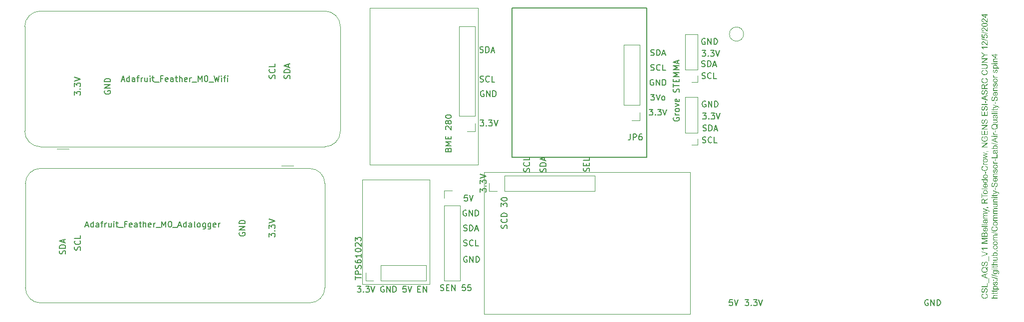
<source format=gbr>
%TF.GenerationSoftware,KiCad,Pcbnew,8.0.4*%
%TF.CreationDate,2024-12-05T16:15:28-05:00*%
%TF.ProjectId,CSL_AQS_V1,43534c5f-4151-4535-9f56-312e6b696361,rev?*%
%TF.SameCoordinates,Original*%
%TF.FileFunction,Legend,Top*%
%TF.FilePolarity,Positive*%
%FSLAX46Y46*%
G04 Gerber Fmt 4.6, Leading zero omitted, Abs format (unit mm)*
G04 Created by KiCad (PCBNEW 8.0.4) date 2024-12-05 16:15:28*
%MOMM*%
%LPD*%
G01*
G04 APERTURE LIST*
%ADD10C,0.100000*%
%ADD11C,0.200000*%
%ADD12C,0.150000*%
%ADD13C,0.088900*%
%ADD14C,0.120000*%
G04 APERTURE END LIST*
D10*
X109220000Y-95885000D02*
X120650000Y-95885000D01*
X120650000Y-113665000D01*
X109220000Y-113665000D01*
X109220000Y-95885000D01*
X129917500Y-94615000D02*
X164842500Y-94615000D01*
X164842500Y-118745000D01*
X129917500Y-118745000D01*
X129917500Y-94615000D01*
X110490000Y-66675000D02*
X128905000Y-66675000D01*
X128905000Y-93345000D01*
X110490000Y-93345000D01*
X110490000Y-66675000D01*
D11*
X134620000Y-66675000D02*
X157480000Y-66675000D01*
X157480000Y-92075000D01*
X134620000Y-92075000D01*
X134620000Y-66675000D01*
D12*
X158194524Y-77242200D02*
X158337381Y-77289819D01*
X158337381Y-77289819D02*
X158575476Y-77289819D01*
X158575476Y-77289819D02*
X158670714Y-77242200D01*
X158670714Y-77242200D02*
X158718333Y-77194580D01*
X158718333Y-77194580D02*
X158765952Y-77099342D01*
X158765952Y-77099342D02*
X158765952Y-77004104D01*
X158765952Y-77004104D02*
X158718333Y-76908866D01*
X158718333Y-76908866D02*
X158670714Y-76861247D01*
X158670714Y-76861247D02*
X158575476Y-76813628D01*
X158575476Y-76813628D02*
X158385000Y-76766009D01*
X158385000Y-76766009D02*
X158289762Y-76718390D01*
X158289762Y-76718390D02*
X158242143Y-76670771D01*
X158242143Y-76670771D02*
X158194524Y-76575533D01*
X158194524Y-76575533D02*
X158194524Y-76480295D01*
X158194524Y-76480295D02*
X158242143Y-76385057D01*
X158242143Y-76385057D02*
X158289762Y-76337438D01*
X158289762Y-76337438D02*
X158385000Y-76289819D01*
X158385000Y-76289819D02*
X158623095Y-76289819D01*
X158623095Y-76289819D02*
X158765952Y-76337438D01*
X159765952Y-77194580D02*
X159718333Y-77242200D01*
X159718333Y-77242200D02*
X159575476Y-77289819D01*
X159575476Y-77289819D02*
X159480238Y-77289819D01*
X159480238Y-77289819D02*
X159337381Y-77242200D01*
X159337381Y-77242200D02*
X159242143Y-77146961D01*
X159242143Y-77146961D02*
X159194524Y-77051723D01*
X159194524Y-77051723D02*
X159146905Y-76861247D01*
X159146905Y-76861247D02*
X159146905Y-76718390D01*
X159146905Y-76718390D02*
X159194524Y-76527914D01*
X159194524Y-76527914D02*
X159242143Y-76432676D01*
X159242143Y-76432676D02*
X159337381Y-76337438D01*
X159337381Y-76337438D02*
X159480238Y-76289819D01*
X159480238Y-76289819D02*
X159575476Y-76289819D01*
X159575476Y-76289819D02*
X159718333Y-76337438D01*
X159718333Y-76337438D02*
X159765952Y-76385057D01*
X160670714Y-77289819D02*
X160194524Y-77289819D01*
X160194524Y-77289819D02*
X160194524Y-76289819D01*
X93434819Y-105616189D02*
X93434819Y-104997142D01*
X93434819Y-104997142D02*
X93815771Y-105330475D01*
X93815771Y-105330475D02*
X93815771Y-105187618D01*
X93815771Y-105187618D02*
X93863390Y-105092380D01*
X93863390Y-105092380D02*
X93911009Y-105044761D01*
X93911009Y-105044761D02*
X94006247Y-104997142D01*
X94006247Y-104997142D02*
X94244342Y-104997142D01*
X94244342Y-104997142D02*
X94339580Y-105044761D01*
X94339580Y-105044761D02*
X94387200Y-105092380D01*
X94387200Y-105092380D02*
X94434819Y-105187618D01*
X94434819Y-105187618D02*
X94434819Y-105473332D01*
X94434819Y-105473332D02*
X94387200Y-105568570D01*
X94387200Y-105568570D02*
X94339580Y-105616189D01*
X94339580Y-104568570D02*
X94387200Y-104520951D01*
X94387200Y-104520951D02*
X94434819Y-104568570D01*
X94434819Y-104568570D02*
X94387200Y-104616189D01*
X94387200Y-104616189D02*
X94339580Y-104568570D01*
X94339580Y-104568570D02*
X94434819Y-104568570D01*
X93434819Y-104187618D02*
X93434819Y-103568571D01*
X93434819Y-103568571D02*
X93815771Y-103901904D01*
X93815771Y-103901904D02*
X93815771Y-103759047D01*
X93815771Y-103759047D02*
X93863390Y-103663809D01*
X93863390Y-103663809D02*
X93911009Y-103616190D01*
X93911009Y-103616190D02*
X94006247Y-103568571D01*
X94006247Y-103568571D02*
X94244342Y-103568571D01*
X94244342Y-103568571D02*
X94339580Y-103616190D01*
X94339580Y-103616190D02*
X94387200Y-103663809D01*
X94387200Y-103663809D02*
X94434819Y-103759047D01*
X94434819Y-103759047D02*
X94434819Y-104044761D01*
X94434819Y-104044761D02*
X94387200Y-104139999D01*
X94387200Y-104139999D02*
X94339580Y-104187618D01*
X93434819Y-103282856D02*
X94434819Y-102949523D01*
X94434819Y-102949523D02*
X93434819Y-102616190D01*
X60414819Y-81486189D02*
X60414819Y-80867142D01*
X60414819Y-80867142D02*
X60795771Y-81200475D01*
X60795771Y-81200475D02*
X60795771Y-81057618D01*
X60795771Y-81057618D02*
X60843390Y-80962380D01*
X60843390Y-80962380D02*
X60891009Y-80914761D01*
X60891009Y-80914761D02*
X60986247Y-80867142D01*
X60986247Y-80867142D02*
X61224342Y-80867142D01*
X61224342Y-80867142D02*
X61319580Y-80914761D01*
X61319580Y-80914761D02*
X61367200Y-80962380D01*
X61367200Y-80962380D02*
X61414819Y-81057618D01*
X61414819Y-81057618D02*
X61414819Y-81343332D01*
X61414819Y-81343332D02*
X61367200Y-81438570D01*
X61367200Y-81438570D02*
X61319580Y-81486189D01*
X61319580Y-80438570D02*
X61367200Y-80390951D01*
X61367200Y-80390951D02*
X61414819Y-80438570D01*
X61414819Y-80438570D02*
X61367200Y-80486189D01*
X61367200Y-80486189D02*
X61319580Y-80438570D01*
X61319580Y-80438570D02*
X61414819Y-80438570D01*
X60414819Y-80057618D02*
X60414819Y-79438571D01*
X60414819Y-79438571D02*
X60795771Y-79771904D01*
X60795771Y-79771904D02*
X60795771Y-79629047D01*
X60795771Y-79629047D02*
X60843390Y-79533809D01*
X60843390Y-79533809D02*
X60891009Y-79486190D01*
X60891009Y-79486190D02*
X60986247Y-79438571D01*
X60986247Y-79438571D02*
X61224342Y-79438571D01*
X61224342Y-79438571D02*
X61319580Y-79486190D01*
X61319580Y-79486190D02*
X61367200Y-79533809D01*
X61367200Y-79533809D02*
X61414819Y-79629047D01*
X61414819Y-79629047D02*
X61414819Y-79914761D01*
X61414819Y-79914761D02*
X61367200Y-80009999D01*
X61367200Y-80009999D02*
X61319580Y-80057618D01*
X60414819Y-79152856D02*
X61414819Y-78819523D01*
X61414819Y-78819523D02*
X60414819Y-78486190D01*
X166863810Y-73892819D02*
X167482857Y-73892819D01*
X167482857Y-73892819D02*
X167149524Y-74273771D01*
X167149524Y-74273771D02*
X167292381Y-74273771D01*
X167292381Y-74273771D02*
X167387619Y-74321390D01*
X167387619Y-74321390D02*
X167435238Y-74369009D01*
X167435238Y-74369009D02*
X167482857Y-74464247D01*
X167482857Y-74464247D02*
X167482857Y-74702342D01*
X167482857Y-74702342D02*
X167435238Y-74797580D01*
X167435238Y-74797580D02*
X167387619Y-74845200D01*
X167387619Y-74845200D02*
X167292381Y-74892819D01*
X167292381Y-74892819D02*
X167006667Y-74892819D01*
X167006667Y-74892819D02*
X166911429Y-74845200D01*
X166911429Y-74845200D02*
X166863810Y-74797580D01*
X167911429Y-74797580D02*
X167959048Y-74845200D01*
X167959048Y-74845200D02*
X167911429Y-74892819D01*
X167911429Y-74892819D02*
X167863810Y-74845200D01*
X167863810Y-74845200D02*
X167911429Y-74797580D01*
X167911429Y-74797580D02*
X167911429Y-74892819D01*
X168292381Y-73892819D02*
X168911428Y-73892819D01*
X168911428Y-73892819D02*
X168578095Y-74273771D01*
X168578095Y-74273771D02*
X168720952Y-74273771D01*
X168720952Y-74273771D02*
X168816190Y-74321390D01*
X168816190Y-74321390D02*
X168863809Y-74369009D01*
X168863809Y-74369009D02*
X168911428Y-74464247D01*
X168911428Y-74464247D02*
X168911428Y-74702342D01*
X168911428Y-74702342D02*
X168863809Y-74797580D01*
X168863809Y-74797580D02*
X168816190Y-74845200D01*
X168816190Y-74845200D02*
X168720952Y-74892819D01*
X168720952Y-74892819D02*
X168435238Y-74892819D01*
X168435238Y-74892819D02*
X168340000Y-74845200D01*
X168340000Y-74845200D02*
X168292381Y-74797580D01*
X169197143Y-73892819D02*
X169530476Y-74892819D01*
X169530476Y-74892819D02*
X169863809Y-73892819D01*
X129185714Y-74207200D02*
X129328571Y-74254819D01*
X129328571Y-74254819D02*
X129566666Y-74254819D01*
X129566666Y-74254819D02*
X129661904Y-74207200D01*
X129661904Y-74207200D02*
X129709523Y-74159580D01*
X129709523Y-74159580D02*
X129757142Y-74064342D01*
X129757142Y-74064342D02*
X129757142Y-73969104D01*
X129757142Y-73969104D02*
X129709523Y-73873866D01*
X129709523Y-73873866D02*
X129661904Y-73826247D01*
X129661904Y-73826247D02*
X129566666Y-73778628D01*
X129566666Y-73778628D02*
X129376190Y-73731009D01*
X129376190Y-73731009D02*
X129280952Y-73683390D01*
X129280952Y-73683390D02*
X129233333Y-73635771D01*
X129233333Y-73635771D02*
X129185714Y-73540533D01*
X129185714Y-73540533D02*
X129185714Y-73445295D01*
X129185714Y-73445295D02*
X129233333Y-73350057D01*
X129233333Y-73350057D02*
X129280952Y-73302438D01*
X129280952Y-73302438D02*
X129376190Y-73254819D01*
X129376190Y-73254819D02*
X129614285Y-73254819D01*
X129614285Y-73254819D02*
X129757142Y-73302438D01*
X130185714Y-74254819D02*
X130185714Y-73254819D01*
X130185714Y-73254819D02*
X130423809Y-73254819D01*
X130423809Y-73254819D02*
X130566666Y-73302438D01*
X130566666Y-73302438D02*
X130661904Y-73397676D01*
X130661904Y-73397676D02*
X130709523Y-73492914D01*
X130709523Y-73492914D02*
X130757142Y-73683390D01*
X130757142Y-73683390D02*
X130757142Y-73826247D01*
X130757142Y-73826247D02*
X130709523Y-74016723D01*
X130709523Y-74016723D02*
X130661904Y-74111961D01*
X130661904Y-74111961D02*
X130566666Y-74207200D01*
X130566666Y-74207200D02*
X130423809Y-74254819D01*
X130423809Y-74254819D02*
X130185714Y-74254819D01*
X131138095Y-73969104D02*
X131614285Y-73969104D01*
X131042857Y-74254819D02*
X131376190Y-73254819D01*
X131376190Y-73254819D02*
X131709523Y-74254819D01*
X167378095Y-71918438D02*
X167282857Y-71870819D01*
X167282857Y-71870819D02*
X167140000Y-71870819D01*
X167140000Y-71870819D02*
X166997143Y-71918438D01*
X166997143Y-71918438D02*
X166901905Y-72013676D01*
X166901905Y-72013676D02*
X166854286Y-72108914D01*
X166854286Y-72108914D02*
X166806667Y-72299390D01*
X166806667Y-72299390D02*
X166806667Y-72442247D01*
X166806667Y-72442247D02*
X166854286Y-72632723D01*
X166854286Y-72632723D02*
X166901905Y-72727961D01*
X166901905Y-72727961D02*
X166997143Y-72823200D01*
X166997143Y-72823200D02*
X167140000Y-72870819D01*
X167140000Y-72870819D02*
X167235238Y-72870819D01*
X167235238Y-72870819D02*
X167378095Y-72823200D01*
X167378095Y-72823200D02*
X167425714Y-72775580D01*
X167425714Y-72775580D02*
X167425714Y-72442247D01*
X167425714Y-72442247D02*
X167235238Y-72442247D01*
X167854286Y-72870819D02*
X167854286Y-71870819D01*
X167854286Y-71870819D02*
X168425714Y-72870819D01*
X168425714Y-72870819D02*
X168425714Y-71870819D01*
X168901905Y-72870819D02*
X168901905Y-71870819D01*
X168901905Y-71870819D02*
X169140000Y-71870819D01*
X169140000Y-71870819D02*
X169282857Y-71918438D01*
X169282857Y-71918438D02*
X169378095Y-72013676D01*
X169378095Y-72013676D02*
X169425714Y-72108914D01*
X169425714Y-72108914D02*
X169473333Y-72299390D01*
X169473333Y-72299390D02*
X169473333Y-72442247D01*
X169473333Y-72442247D02*
X169425714Y-72632723D01*
X169425714Y-72632723D02*
X169378095Y-72727961D01*
X169378095Y-72727961D02*
X169282857Y-72823200D01*
X169282857Y-72823200D02*
X169140000Y-72870819D01*
X169140000Y-72870819D02*
X168901905Y-72870819D01*
X158170714Y-81369819D02*
X158789761Y-81369819D01*
X158789761Y-81369819D02*
X158456428Y-81750771D01*
X158456428Y-81750771D02*
X158599285Y-81750771D01*
X158599285Y-81750771D02*
X158694523Y-81798390D01*
X158694523Y-81798390D02*
X158742142Y-81846009D01*
X158742142Y-81846009D02*
X158789761Y-81941247D01*
X158789761Y-81941247D02*
X158789761Y-82179342D01*
X158789761Y-82179342D02*
X158742142Y-82274580D01*
X158742142Y-82274580D02*
X158694523Y-82322200D01*
X158694523Y-82322200D02*
X158599285Y-82369819D01*
X158599285Y-82369819D02*
X158313571Y-82369819D01*
X158313571Y-82369819D02*
X158218333Y-82322200D01*
X158218333Y-82322200D02*
X158170714Y-82274580D01*
X159075476Y-81369819D02*
X159408809Y-82369819D01*
X159408809Y-82369819D02*
X159742142Y-81369819D01*
X160218333Y-82369819D02*
X160123095Y-82322200D01*
X160123095Y-82322200D02*
X160075476Y-82274580D01*
X160075476Y-82274580D02*
X160027857Y-82179342D01*
X160027857Y-82179342D02*
X160027857Y-81893628D01*
X160027857Y-81893628D02*
X160075476Y-81798390D01*
X160075476Y-81798390D02*
X160123095Y-81750771D01*
X160123095Y-81750771D02*
X160218333Y-81703152D01*
X160218333Y-81703152D02*
X160361190Y-81703152D01*
X160361190Y-81703152D02*
X160456428Y-81750771D01*
X160456428Y-81750771D02*
X160504047Y-81798390D01*
X160504047Y-81798390D02*
X160551666Y-81893628D01*
X160551666Y-81893628D02*
X160551666Y-82179342D01*
X160551666Y-82179342D02*
X160504047Y-82274580D01*
X160504047Y-82274580D02*
X160456428Y-82322200D01*
X160456428Y-82322200D02*
X160361190Y-82369819D01*
X160361190Y-82369819D02*
X160218333Y-82369819D01*
X118641905Y-114485009D02*
X118975238Y-114485009D01*
X119118095Y-115008819D02*
X118641905Y-115008819D01*
X118641905Y-115008819D02*
X118641905Y-114008819D01*
X118641905Y-114008819D02*
X119118095Y-114008819D01*
X119546667Y-115008819D02*
X119546667Y-114008819D01*
X119546667Y-114008819D02*
X120118095Y-115008819D01*
X120118095Y-115008819D02*
X120118095Y-114008819D01*
X58827200Y-108529285D02*
X58874819Y-108386428D01*
X58874819Y-108386428D02*
X58874819Y-108148333D01*
X58874819Y-108148333D02*
X58827200Y-108053095D01*
X58827200Y-108053095D02*
X58779580Y-108005476D01*
X58779580Y-108005476D02*
X58684342Y-107957857D01*
X58684342Y-107957857D02*
X58589104Y-107957857D01*
X58589104Y-107957857D02*
X58493866Y-108005476D01*
X58493866Y-108005476D02*
X58446247Y-108053095D01*
X58446247Y-108053095D02*
X58398628Y-108148333D01*
X58398628Y-108148333D02*
X58351009Y-108338809D01*
X58351009Y-108338809D02*
X58303390Y-108434047D01*
X58303390Y-108434047D02*
X58255771Y-108481666D01*
X58255771Y-108481666D02*
X58160533Y-108529285D01*
X58160533Y-108529285D02*
X58065295Y-108529285D01*
X58065295Y-108529285D02*
X57970057Y-108481666D01*
X57970057Y-108481666D02*
X57922438Y-108434047D01*
X57922438Y-108434047D02*
X57874819Y-108338809D01*
X57874819Y-108338809D02*
X57874819Y-108100714D01*
X57874819Y-108100714D02*
X57922438Y-107957857D01*
X58874819Y-107529285D02*
X57874819Y-107529285D01*
X57874819Y-107529285D02*
X57874819Y-107291190D01*
X57874819Y-107291190D02*
X57922438Y-107148333D01*
X57922438Y-107148333D02*
X58017676Y-107053095D01*
X58017676Y-107053095D02*
X58112914Y-107005476D01*
X58112914Y-107005476D02*
X58303390Y-106957857D01*
X58303390Y-106957857D02*
X58446247Y-106957857D01*
X58446247Y-106957857D02*
X58636723Y-107005476D01*
X58636723Y-107005476D02*
X58731961Y-107053095D01*
X58731961Y-107053095D02*
X58827200Y-107148333D01*
X58827200Y-107148333D02*
X58874819Y-107291190D01*
X58874819Y-107291190D02*
X58874819Y-107529285D01*
X58589104Y-106576904D02*
X58589104Y-106100714D01*
X58874819Y-106672142D02*
X57874819Y-106338809D01*
X57874819Y-106338809D02*
X58874819Y-106005476D01*
X166963810Y-84570819D02*
X167582857Y-84570819D01*
X167582857Y-84570819D02*
X167249524Y-84951771D01*
X167249524Y-84951771D02*
X167392381Y-84951771D01*
X167392381Y-84951771D02*
X167487619Y-84999390D01*
X167487619Y-84999390D02*
X167535238Y-85047009D01*
X167535238Y-85047009D02*
X167582857Y-85142247D01*
X167582857Y-85142247D02*
X167582857Y-85380342D01*
X167582857Y-85380342D02*
X167535238Y-85475580D01*
X167535238Y-85475580D02*
X167487619Y-85523200D01*
X167487619Y-85523200D02*
X167392381Y-85570819D01*
X167392381Y-85570819D02*
X167106667Y-85570819D01*
X167106667Y-85570819D02*
X167011429Y-85523200D01*
X167011429Y-85523200D02*
X166963810Y-85475580D01*
X168011429Y-85475580D02*
X168059048Y-85523200D01*
X168059048Y-85523200D02*
X168011429Y-85570819D01*
X168011429Y-85570819D02*
X167963810Y-85523200D01*
X167963810Y-85523200D02*
X168011429Y-85475580D01*
X168011429Y-85475580D02*
X168011429Y-85570819D01*
X168392381Y-84570819D02*
X169011428Y-84570819D01*
X169011428Y-84570819D02*
X168678095Y-84951771D01*
X168678095Y-84951771D02*
X168820952Y-84951771D01*
X168820952Y-84951771D02*
X168916190Y-84999390D01*
X168916190Y-84999390D02*
X168963809Y-85047009D01*
X168963809Y-85047009D02*
X169011428Y-85142247D01*
X169011428Y-85142247D02*
X169011428Y-85380342D01*
X169011428Y-85380342D02*
X168963809Y-85475580D01*
X168963809Y-85475580D02*
X168916190Y-85523200D01*
X168916190Y-85523200D02*
X168820952Y-85570819D01*
X168820952Y-85570819D02*
X168535238Y-85570819D01*
X168535238Y-85570819D02*
X168440000Y-85523200D01*
X168440000Y-85523200D02*
X168392381Y-85475580D01*
X169297143Y-84570819D02*
X169630476Y-85570819D01*
X169630476Y-85570819D02*
X169963809Y-84570819D01*
X129248819Y-97996189D02*
X129248819Y-97377142D01*
X129248819Y-97377142D02*
X129629771Y-97710475D01*
X129629771Y-97710475D02*
X129629771Y-97567618D01*
X129629771Y-97567618D02*
X129677390Y-97472380D01*
X129677390Y-97472380D02*
X129725009Y-97424761D01*
X129725009Y-97424761D02*
X129820247Y-97377142D01*
X129820247Y-97377142D02*
X130058342Y-97377142D01*
X130058342Y-97377142D02*
X130153580Y-97424761D01*
X130153580Y-97424761D02*
X130201200Y-97472380D01*
X130201200Y-97472380D02*
X130248819Y-97567618D01*
X130248819Y-97567618D02*
X130248819Y-97853332D01*
X130248819Y-97853332D02*
X130201200Y-97948570D01*
X130201200Y-97948570D02*
X130153580Y-97996189D01*
X130153580Y-96948570D02*
X130201200Y-96900951D01*
X130201200Y-96900951D02*
X130248819Y-96948570D01*
X130248819Y-96948570D02*
X130201200Y-96996189D01*
X130201200Y-96996189D02*
X130153580Y-96948570D01*
X130153580Y-96948570D02*
X130248819Y-96948570D01*
X129248819Y-96567618D02*
X129248819Y-95948571D01*
X129248819Y-95948571D02*
X129629771Y-96281904D01*
X129629771Y-96281904D02*
X129629771Y-96139047D01*
X129629771Y-96139047D02*
X129677390Y-96043809D01*
X129677390Y-96043809D02*
X129725009Y-95996190D01*
X129725009Y-95996190D02*
X129820247Y-95948571D01*
X129820247Y-95948571D02*
X130058342Y-95948571D01*
X130058342Y-95948571D02*
X130153580Y-95996190D01*
X130153580Y-95996190D02*
X130201200Y-96043809D01*
X130201200Y-96043809D02*
X130248819Y-96139047D01*
X130248819Y-96139047D02*
X130248819Y-96424761D01*
X130248819Y-96424761D02*
X130201200Y-96519999D01*
X130201200Y-96519999D02*
X130153580Y-96567618D01*
X129248819Y-95662856D02*
X130248819Y-95329523D01*
X130248819Y-95329523D02*
X129248819Y-94996190D01*
X96927200Y-78684285D02*
X96974819Y-78541428D01*
X96974819Y-78541428D02*
X96974819Y-78303333D01*
X96974819Y-78303333D02*
X96927200Y-78208095D01*
X96927200Y-78208095D02*
X96879580Y-78160476D01*
X96879580Y-78160476D02*
X96784342Y-78112857D01*
X96784342Y-78112857D02*
X96689104Y-78112857D01*
X96689104Y-78112857D02*
X96593866Y-78160476D01*
X96593866Y-78160476D02*
X96546247Y-78208095D01*
X96546247Y-78208095D02*
X96498628Y-78303333D01*
X96498628Y-78303333D02*
X96451009Y-78493809D01*
X96451009Y-78493809D02*
X96403390Y-78589047D01*
X96403390Y-78589047D02*
X96355771Y-78636666D01*
X96355771Y-78636666D02*
X96260533Y-78684285D01*
X96260533Y-78684285D02*
X96165295Y-78684285D01*
X96165295Y-78684285D02*
X96070057Y-78636666D01*
X96070057Y-78636666D02*
X96022438Y-78589047D01*
X96022438Y-78589047D02*
X95974819Y-78493809D01*
X95974819Y-78493809D02*
X95974819Y-78255714D01*
X95974819Y-78255714D02*
X96022438Y-78112857D01*
X96974819Y-77684285D02*
X95974819Y-77684285D01*
X95974819Y-77684285D02*
X95974819Y-77446190D01*
X95974819Y-77446190D02*
X96022438Y-77303333D01*
X96022438Y-77303333D02*
X96117676Y-77208095D01*
X96117676Y-77208095D02*
X96212914Y-77160476D01*
X96212914Y-77160476D02*
X96403390Y-77112857D01*
X96403390Y-77112857D02*
X96546247Y-77112857D01*
X96546247Y-77112857D02*
X96736723Y-77160476D01*
X96736723Y-77160476D02*
X96831961Y-77208095D01*
X96831961Y-77208095D02*
X96927200Y-77303333D01*
X96927200Y-77303333D02*
X96974819Y-77446190D01*
X96974819Y-77446190D02*
X96974819Y-77684285D01*
X96689104Y-76731904D02*
X96689104Y-76255714D01*
X96974819Y-76827142D02*
X95974819Y-76493809D01*
X95974819Y-76493809D02*
X96974819Y-76160476D01*
X94387200Y-78660475D02*
X94434819Y-78517618D01*
X94434819Y-78517618D02*
X94434819Y-78279523D01*
X94434819Y-78279523D02*
X94387200Y-78184285D01*
X94387200Y-78184285D02*
X94339580Y-78136666D01*
X94339580Y-78136666D02*
X94244342Y-78089047D01*
X94244342Y-78089047D02*
X94149104Y-78089047D01*
X94149104Y-78089047D02*
X94053866Y-78136666D01*
X94053866Y-78136666D02*
X94006247Y-78184285D01*
X94006247Y-78184285D02*
X93958628Y-78279523D01*
X93958628Y-78279523D02*
X93911009Y-78469999D01*
X93911009Y-78469999D02*
X93863390Y-78565237D01*
X93863390Y-78565237D02*
X93815771Y-78612856D01*
X93815771Y-78612856D02*
X93720533Y-78660475D01*
X93720533Y-78660475D02*
X93625295Y-78660475D01*
X93625295Y-78660475D02*
X93530057Y-78612856D01*
X93530057Y-78612856D02*
X93482438Y-78565237D01*
X93482438Y-78565237D02*
X93434819Y-78469999D01*
X93434819Y-78469999D02*
X93434819Y-78231904D01*
X93434819Y-78231904D02*
X93482438Y-78089047D01*
X94339580Y-77089047D02*
X94387200Y-77136666D01*
X94387200Y-77136666D02*
X94434819Y-77279523D01*
X94434819Y-77279523D02*
X94434819Y-77374761D01*
X94434819Y-77374761D02*
X94387200Y-77517618D01*
X94387200Y-77517618D02*
X94291961Y-77612856D01*
X94291961Y-77612856D02*
X94196723Y-77660475D01*
X94196723Y-77660475D02*
X94006247Y-77708094D01*
X94006247Y-77708094D02*
X93863390Y-77708094D01*
X93863390Y-77708094D02*
X93672914Y-77660475D01*
X93672914Y-77660475D02*
X93577676Y-77612856D01*
X93577676Y-77612856D02*
X93482438Y-77517618D01*
X93482438Y-77517618D02*
X93434819Y-77374761D01*
X93434819Y-77374761D02*
X93434819Y-77279523D01*
X93434819Y-77279523D02*
X93482438Y-77136666D01*
X93482438Y-77136666D02*
X93530057Y-77089047D01*
X94434819Y-76184285D02*
X94434819Y-76660475D01*
X94434819Y-76660475D02*
X93434819Y-76660475D01*
X61367200Y-107870475D02*
X61414819Y-107727618D01*
X61414819Y-107727618D02*
X61414819Y-107489523D01*
X61414819Y-107489523D02*
X61367200Y-107394285D01*
X61367200Y-107394285D02*
X61319580Y-107346666D01*
X61319580Y-107346666D02*
X61224342Y-107299047D01*
X61224342Y-107299047D02*
X61129104Y-107299047D01*
X61129104Y-107299047D02*
X61033866Y-107346666D01*
X61033866Y-107346666D02*
X60986247Y-107394285D01*
X60986247Y-107394285D02*
X60938628Y-107489523D01*
X60938628Y-107489523D02*
X60891009Y-107679999D01*
X60891009Y-107679999D02*
X60843390Y-107775237D01*
X60843390Y-107775237D02*
X60795771Y-107822856D01*
X60795771Y-107822856D02*
X60700533Y-107870475D01*
X60700533Y-107870475D02*
X60605295Y-107870475D01*
X60605295Y-107870475D02*
X60510057Y-107822856D01*
X60510057Y-107822856D02*
X60462438Y-107775237D01*
X60462438Y-107775237D02*
X60414819Y-107679999D01*
X60414819Y-107679999D02*
X60414819Y-107441904D01*
X60414819Y-107441904D02*
X60462438Y-107299047D01*
X61319580Y-106299047D02*
X61367200Y-106346666D01*
X61367200Y-106346666D02*
X61414819Y-106489523D01*
X61414819Y-106489523D02*
X61414819Y-106584761D01*
X61414819Y-106584761D02*
X61367200Y-106727618D01*
X61367200Y-106727618D02*
X61271961Y-106822856D01*
X61271961Y-106822856D02*
X61176723Y-106870475D01*
X61176723Y-106870475D02*
X60986247Y-106918094D01*
X60986247Y-106918094D02*
X60843390Y-106918094D01*
X60843390Y-106918094D02*
X60652914Y-106870475D01*
X60652914Y-106870475D02*
X60557676Y-106822856D01*
X60557676Y-106822856D02*
X60462438Y-106727618D01*
X60462438Y-106727618D02*
X60414819Y-106584761D01*
X60414819Y-106584761D02*
X60414819Y-106489523D01*
X60414819Y-106489523D02*
X60462438Y-106346666D01*
X60462438Y-106346666D02*
X60510057Y-106299047D01*
X61414819Y-105394285D02*
X61414819Y-105870475D01*
X61414819Y-105870475D02*
X60414819Y-105870475D01*
D13*
G36*
X214960474Y-115377993D02*
G01*
X214994180Y-115244637D01*
X215044302Y-115259399D01*
X215090560Y-115277428D01*
X215140969Y-115303377D01*
X215185815Y-115334031D01*
X215225096Y-115369391D01*
X215248192Y-115395579D01*
X215277908Y-115438045D01*
X215301475Y-115483930D01*
X215318895Y-115533231D01*
X215330166Y-115585951D01*
X215335289Y-115642087D01*
X215335631Y-115661559D01*
X215334003Y-115710984D01*
X215327752Y-115766373D01*
X215316813Y-115817487D01*
X215301185Y-115864324D01*
X215277027Y-115913563D01*
X215268953Y-115926563D01*
X215236929Y-115968796D01*
X215199202Y-116006378D01*
X215155772Y-116039308D01*
X215106638Y-116067586D01*
X215076001Y-116081657D01*
X215027904Y-116099752D01*
X214978502Y-116114103D01*
X214927795Y-116124710D01*
X214875783Y-116131574D01*
X214822465Y-116134694D01*
X214804403Y-116134902D01*
X214746477Y-116132789D01*
X214691402Y-116126453D01*
X214639178Y-116115891D01*
X214589805Y-116101105D01*
X214543282Y-116082094D01*
X214528408Y-116074818D01*
X214479615Y-116046100D01*
X214436245Y-116012521D01*
X214398298Y-115974079D01*
X214365773Y-115930776D01*
X214349623Y-115903848D01*
X214325735Y-115854177D01*
X214307715Y-115802401D01*
X214295562Y-115748522D01*
X214289276Y-115692540D01*
X214288318Y-115659605D01*
X214291057Y-115604602D01*
X214299274Y-115552982D01*
X214312970Y-115504745D01*
X214335872Y-115452744D01*
X214366231Y-115405348D01*
X214403357Y-115363247D01*
X214446560Y-115327130D01*
X214488429Y-115300935D01*
X214534763Y-115279136D01*
X214585561Y-115261734D01*
X214616580Y-115393136D01*
X214570348Y-115409936D01*
X214524667Y-115432857D01*
X214482399Y-115463387D01*
X214452937Y-115494741D01*
X214425889Y-115539754D01*
X214408859Y-115591446D01*
X214402097Y-115643679D01*
X214401646Y-115662292D01*
X214404334Y-115711237D01*
X214413990Y-115762738D01*
X214430667Y-115809507D01*
X214457822Y-115856465D01*
X214492454Y-115896640D01*
X214533153Y-115929512D01*
X214579918Y-115955081D01*
X214608520Y-115966130D01*
X214656163Y-115979914D01*
X214704569Y-115989760D01*
X214753738Y-115995668D01*
X214803670Y-115997637D01*
X214858833Y-115995849D01*
X214910840Y-115990485D01*
X214959692Y-115981544D01*
X215011658Y-115966946D01*
X215030083Y-115960268D01*
X215075283Y-115938882D01*
X215118871Y-115908654D01*
X215154770Y-115871897D01*
X215174431Y-115843764D01*
X215197572Y-115798227D01*
X215213139Y-115750642D01*
X215221134Y-115701009D01*
X215222302Y-115672550D01*
X215218181Y-115618756D01*
X215205816Y-115569235D01*
X215185208Y-115523989D01*
X215156357Y-115483018D01*
X215119385Y-115447328D01*
X215074413Y-115417927D01*
X215028502Y-115397360D01*
X214976466Y-115381609D01*
X214960474Y-115377993D01*
G37*
G36*
X214987341Y-115131552D02*
G01*
X214976106Y-115006011D01*
X215026995Y-114997028D01*
X215074874Y-114980908D01*
X215105554Y-114964490D01*
X215143448Y-114931973D01*
X215172775Y-114891438D01*
X215187376Y-114863129D01*
X215205036Y-114813785D01*
X215214729Y-114765471D01*
X215218364Y-114713865D01*
X215218394Y-114708524D01*
X215215710Y-114658240D01*
X215206660Y-114608192D01*
X215195680Y-114573946D01*
X215172365Y-114528452D01*
X215137820Y-114490655D01*
X215132909Y-114486995D01*
X215088351Y-114464698D01*
X215045715Y-114458419D01*
X214995921Y-114467152D01*
X214962428Y-114486018D01*
X214929455Y-114522349D01*
X214905413Y-114568865D01*
X214902344Y-114576632D01*
X214886543Y-114625779D01*
X214872203Y-114678789D01*
X214859127Y-114730758D01*
X214853007Y-114755907D01*
X214840505Y-114805011D01*
X214826266Y-114854919D01*
X214810452Y-114902226D01*
X214789504Y-114950324D01*
X214761005Y-114995530D01*
X214728235Y-115032079D01*
X214694738Y-115057791D01*
X214650499Y-115079372D01*
X214602414Y-115090993D01*
X214568220Y-115093206D01*
X214516538Y-115088098D01*
X214467281Y-115072773D01*
X214424605Y-115049975D01*
X214385927Y-115018939D01*
X214353546Y-114980175D01*
X214327461Y-114933683D01*
X214323000Y-114923457D01*
X214306235Y-114875258D01*
X214294956Y-114824084D01*
X214289164Y-114769934D01*
X214288318Y-114738565D01*
X214290592Y-114684282D01*
X214297416Y-114633297D01*
X214308788Y-114585608D01*
X214324710Y-114541217D01*
X214347767Y-114496262D01*
X214379776Y-114453653D01*
X214418512Y-114418772D01*
X214431444Y-114409815D01*
X214477373Y-114385137D01*
X214526928Y-114368808D01*
X214580108Y-114360828D01*
X214591179Y-114360233D01*
X214600949Y-114487972D01*
X214550292Y-114497645D01*
X214502798Y-114517547D01*
X214461244Y-114550569D01*
X214454891Y-114557826D01*
X214428874Y-114600454D01*
X214413697Y-114648281D01*
X214406759Y-114698321D01*
X214405554Y-114733192D01*
X214407693Y-114782954D01*
X214415375Y-114832153D01*
X214432835Y-114882147D01*
X214450251Y-114909535D01*
X214486200Y-114943172D01*
X214534740Y-114962794D01*
X214557718Y-114964734D01*
X214607543Y-114954904D01*
X214647599Y-114925411D01*
X214674252Y-114879204D01*
X214692326Y-114829012D01*
X214706042Y-114781190D01*
X214719895Y-114724644D01*
X214731199Y-114676373D01*
X214744182Y-114625014D01*
X214758526Y-114574145D01*
X214775697Y-114523065D01*
X214784619Y-114501650D01*
X214809282Y-114455842D01*
X214840719Y-114413510D01*
X214880203Y-114377358D01*
X214887934Y-114371957D01*
X214933172Y-114348039D01*
X214982912Y-114334050D01*
X215032037Y-114329947D01*
X215081659Y-114334455D01*
X215129467Y-114347979D01*
X215175463Y-114370519D01*
X215184445Y-114376109D01*
X215226071Y-114408743D01*
X215261496Y-114449248D01*
X215288076Y-114492433D01*
X215295819Y-114508244D01*
X215315064Y-114558442D01*
X215326883Y-114605917D01*
X215333726Y-114656078D01*
X215335631Y-114702173D01*
X215334197Y-114751910D01*
X215328899Y-114806008D01*
X215319698Y-114855875D01*
X215304402Y-114907685D01*
X215294842Y-114931517D01*
X215271899Y-114975191D01*
X215239993Y-115018375D01*
X215201634Y-115055262D01*
X215172477Y-115076353D01*
X215124752Y-115101950D01*
X215073627Y-115119664D01*
X215025328Y-115128793D01*
X214987341Y-115131552D01*
G37*
G36*
X215320000Y-114158733D02*
G01*
X214303949Y-114158733D01*
X214303949Y-114025376D01*
X215202763Y-114025376D01*
X215202763Y-113529563D01*
X215320000Y-113529563D01*
X215320000Y-114158733D01*
G37*
G36*
X215596971Y-113504406D02*
G01*
X215507578Y-113504406D01*
X215507578Y-112684972D01*
X215596971Y-112684972D01*
X215596971Y-113504406D01*
G37*
G36*
X215320000Y-111915851D02*
G01*
X215007369Y-112033332D01*
X215007369Y-112454406D01*
X215320000Y-112565048D01*
X215320000Y-112706465D01*
X214303949Y-112319829D01*
X214303949Y-112251196D01*
X214409706Y-112251196D01*
X214458097Y-112261729D01*
X214506304Y-112274277D01*
X214554329Y-112288840D01*
X214602170Y-112305418D01*
X214897948Y-112416060D01*
X214897948Y-112074609D01*
X214618778Y-112179633D01*
X214572656Y-112196809D01*
X214522885Y-112214656D01*
X214471327Y-112232161D01*
X214420112Y-112248169D01*
X214409706Y-112251196D01*
X214303949Y-112251196D01*
X214303949Y-112176214D01*
X215320000Y-111764176D01*
X215320000Y-111915851D01*
G37*
G36*
X215398157Y-110767909D02*
G01*
X215378542Y-110815330D01*
X215354533Y-110862704D01*
X215326129Y-110910032D01*
X215298286Y-110950561D01*
X215272616Y-110984309D01*
X215297170Y-111034371D01*
X215315693Y-111086677D01*
X215328185Y-111141227D01*
X215334093Y-111189770D01*
X215335631Y-111231482D01*
X215333304Y-111281880D01*
X215326323Y-111330492D01*
X215312297Y-111384949D01*
X215291935Y-111436975D01*
X215269441Y-111479633D01*
X215237817Y-111525810D01*
X215201073Y-111567102D01*
X215159211Y-111603508D01*
X215112229Y-111635029D01*
X215083084Y-111650847D01*
X215036948Y-111671266D01*
X214988665Y-111687461D01*
X214938236Y-111699431D01*
X214885659Y-111707176D01*
X214830937Y-111710696D01*
X214812219Y-111710931D01*
X214757018Y-111708810D01*
X214703706Y-111702447D01*
X214652283Y-111691843D01*
X214602750Y-111676997D01*
X214555105Y-111657908D01*
X214539644Y-111650603D01*
X214495634Y-111626094D01*
X214449499Y-111592963D01*
X214408974Y-111554948D01*
X214374058Y-111512047D01*
X214352554Y-111478412D01*
X214327524Y-111428316D01*
X214308642Y-111375696D01*
X214295908Y-111320552D01*
X214289886Y-111271276D01*
X214288318Y-111228796D01*
X214288351Y-111228063D01*
X214401646Y-111228063D01*
X214405270Y-111282231D01*
X214416141Y-111332809D01*
X214434259Y-111379798D01*
X214459624Y-111423198D01*
X214492236Y-111463008D01*
X214504717Y-111475481D01*
X214546849Y-111508849D01*
X214596125Y-111535313D01*
X214642645Y-111552093D01*
X214694127Y-111564078D01*
X214750570Y-111571270D01*
X214811974Y-111573667D01*
X214871697Y-111571293D01*
X214926912Y-111564174D01*
X214977618Y-111552307D01*
X215023817Y-111535695D01*
X215073305Y-111509494D01*
X215116301Y-111476458D01*
X215152325Y-111438107D01*
X215180896Y-111395961D01*
X215202013Y-111350019D01*
X215215677Y-111300283D01*
X215221888Y-111246750D01*
X215222302Y-111228063D01*
X215218490Y-111175707D01*
X215207052Y-111125618D01*
X215195191Y-111093485D01*
X215167829Y-111137280D01*
X215146527Y-111182691D01*
X215132421Y-111225376D01*
X215038632Y-111193136D01*
X215054600Y-111144545D01*
X215076628Y-111093792D01*
X215102685Y-111048138D01*
X215132773Y-111007582D01*
X215136817Y-111002871D01*
X215100346Y-110969027D01*
X215058555Y-110940918D01*
X215011445Y-110918546D01*
X214959016Y-110901911D01*
X214901269Y-110891012D01*
X214851241Y-110886423D01*
X214811486Y-110885390D01*
X214759008Y-110887377D01*
X214709498Y-110893338D01*
X214656551Y-110905016D01*
X214607481Y-110921884D01*
X214595819Y-110926912D01*
X214552253Y-110950084D01*
X214509444Y-110981919D01*
X214473204Y-111019859D01*
X214452693Y-111048545D01*
X214428017Y-111095035D01*
X214411417Y-111144655D01*
X214402893Y-111197405D01*
X214401646Y-111228063D01*
X214288351Y-111228063D01*
X214290662Y-111177468D01*
X214297694Y-111128080D01*
X214309415Y-111080633D01*
X214329015Y-111027731D01*
X214354996Y-110977470D01*
X214386716Y-110930982D01*
X214423531Y-110889614D01*
X214465442Y-110853365D01*
X214512449Y-110822234D01*
X214541598Y-110806744D01*
X214587559Y-110786740D01*
X214635684Y-110770875D01*
X214685974Y-110759148D01*
X214738427Y-110751560D01*
X214793044Y-110748111D01*
X214811730Y-110747882D01*
X214865237Y-110749693D01*
X214916336Y-110755128D01*
X214965027Y-110764185D01*
X215017726Y-110778974D01*
X215036678Y-110785739D01*
X215084885Y-110807065D01*
X215129856Y-110833183D01*
X215171591Y-110864095D01*
X215210090Y-110899801D01*
X215240163Y-110854310D01*
X215265900Y-110810652D01*
X215289672Y-110763726D01*
X215304368Y-110728831D01*
X215398157Y-110767909D01*
G37*
G36*
X214987341Y-110619898D02*
G01*
X214976106Y-110494357D01*
X215026995Y-110485374D01*
X215074874Y-110469254D01*
X215105554Y-110452836D01*
X215143448Y-110420319D01*
X215172775Y-110379784D01*
X215187376Y-110351475D01*
X215205036Y-110302131D01*
X215214729Y-110253817D01*
X215218364Y-110202211D01*
X215218394Y-110196870D01*
X215215710Y-110146586D01*
X215206660Y-110096538D01*
X215195680Y-110062292D01*
X215172365Y-110016798D01*
X215137820Y-109979001D01*
X215132909Y-109975341D01*
X215088351Y-109953044D01*
X215045715Y-109946765D01*
X214995921Y-109955498D01*
X214962428Y-109974364D01*
X214929455Y-110010696D01*
X214905413Y-110057211D01*
X214902344Y-110064979D01*
X214886543Y-110114125D01*
X214872203Y-110167135D01*
X214859127Y-110219104D01*
X214853007Y-110244253D01*
X214840505Y-110293357D01*
X214826266Y-110343266D01*
X214810452Y-110390572D01*
X214789504Y-110438670D01*
X214761005Y-110483877D01*
X214728235Y-110520425D01*
X214694738Y-110546137D01*
X214650499Y-110567718D01*
X214602414Y-110579339D01*
X214568220Y-110581552D01*
X214516538Y-110576444D01*
X214467281Y-110561119D01*
X214424605Y-110538321D01*
X214385927Y-110507285D01*
X214353546Y-110468521D01*
X214327461Y-110422029D01*
X214323000Y-110411803D01*
X214306235Y-110363604D01*
X214294956Y-110312430D01*
X214289164Y-110258280D01*
X214288318Y-110226912D01*
X214290592Y-110172629D01*
X214297416Y-110121643D01*
X214308788Y-110073954D01*
X214324710Y-110029563D01*
X214347767Y-109984608D01*
X214379776Y-109941999D01*
X214418512Y-109907118D01*
X214431444Y-109898161D01*
X214477373Y-109873484D01*
X214526928Y-109857155D01*
X214580108Y-109849174D01*
X214591179Y-109848579D01*
X214600949Y-109976318D01*
X214550292Y-109985991D01*
X214502798Y-110005893D01*
X214461244Y-110038915D01*
X214454891Y-110046172D01*
X214428874Y-110088800D01*
X214413697Y-110136628D01*
X214406759Y-110186667D01*
X214405554Y-110221538D01*
X214407693Y-110271300D01*
X214415375Y-110320500D01*
X214432835Y-110370493D01*
X214450251Y-110397882D01*
X214486200Y-110431518D01*
X214534740Y-110451140D01*
X214557718Y-110453080D01*
X214607543Y-110443250D01*
X214647599Y-110413757D01*
X214674252Y-110367550D01*
X214692326Y-110317358D01*
X214706042Y-110269536D01*
X214719895Y-110212990D01*
X214731199Y-110164720D01*
X214744182Y-110113360D01*
X214758526Y-110062491D01*
X214775697Y-110011411D01*
X214784619Y-109989996D01*
X214809282Y-109944188D01*
X214840719Y-109901856D01*
X214880203Y-109865704D01*
X214887934Y-109860303D01*
X214933172Y-109836385D01*
X214982912Y-109822396D01*
X215032037Y-109818293D01*
X215081659Y-109822801D01*
X215129467Y-109836325D01*
X215175463Y-109858865D01*
X215184445Y-109864455D01*
X215226071Y-109897089D01*
X215261496Y-109937594D01*
X215288076Y-109980779D01*
X215295819Y-109996591D01*
X215315064Y-110046788D01*
X215326883Y-110094263D01*
X215333726Y-110144424D01*
X215335631Y-110190519D01*
X215334197Y-110240256D01*
X215328899Y-110294354D01*
X215319698Y-110344221D01*
X215304402Y-110396031D01*
X215294842Y-110419863D01*
X215271899Y-110463537D01*
X215239993Y-110506722D01*
X215201634Y-110543608D01*
X215172477Y-110564699D01*
X215124752Y-110590296D01*
X215073627Y-110608011D01*
X215025328Y-110617139D01*
X214987341Y-110619898D01*
G37*
G36*
X215596971Y-109771399D02*
G01*
X215507578Y-109771399D01*
X215507578Y-108951964D01*
X215596971Y-108951964D01*
X215596971Y-109771399D01*
G37*
G36*
X215320000Y-108575097D02*
G01*
X214303949Y-108965397D01*
X214303949Y-108821050D01*
X215042784Y-108559221D01*
X215091904Y-108542310D01*
X215139246Y-108527021D01*
X215189765Y-108511938D01*
X215209357Y-108506465D01*
X215157303Y-108491095D01*
X215110454Y-108476038D01*
X215063606Y-108459822D01*
X215042784Y-108452243D01*
X214303949Y-108180157D01*
X214303949Y-108044113D01*
X215320000Y-108438321D01*
X215320000Y-108575097D01*
G37*
G36*
X215320000Y-107514351D02*
G01*
X215320000Y-107637937D01*
X214528164Y-107637937D01*
X214560587Y-107675375D01*
X214590309Y-107716573D01*
X214614626Y-107755174D01*
X214639394Y-107799057D01*
X214661790Y-107843966D01*
X214679106Y-107885355D01*
X214554054Y-107885355D01*
X214531926Y-107841192D01*
X214504262Y-107793782D01*
X214474064Y-107749639D01*
X214441331Y-107708763D01*
X214437062Y-107703883D01*
X214403005Y-107667888D01*
X214365312Y-107634181D01*
X214324201Y-107605158D01*
X214303949Y-107593974D01*
X214303949Y-107514351D01*
X215320000Y-107514351D01*
G37*
G36*
X215320000Y-106766479D02*
G01*
X214303949Y-106766479D01*
X214303949Y-106565956D01*
X215024466Y-106327575D01*
X215071620Y-106312202D01*
X215121675Y-106296122D01*
X215168707Y-106281421D01*
X215175163Y-106279459D01*
X215126231Y-106263923D01*
X215074224Y-106246830D01*
X215025269Y-106230443D01*
X215012009Y-106225969D01*
X214303949Y-105984902D01*
X214303949Y-105805628D01*
X215320000Y-105805628D01*
X215320000Y-105934099D01*
X214468080Y-105934099D01*
X215320000Y-106226702D01*
X215320000Y-106346870D01*
X214453670Y-106638251D01*
X215320000Y-106638251D01*
X215320000Y-106766479D01*
G37*
G36*
X215074898Y-104846280D02*
G01*
X215124712Y-104858851D01*
X215156357Y-104871887D01*
X215198901Y-104896227D01*
X215238464Y-104929660D01*
X215252100Y-104945648D01*
X215278293Y-104988418D01*
X215297090Y-105035834D01*
X215302903Y-105056046D01*
X215312636Y-105105102D01*
X215317979Y-105155858D01*
X215319933Y-105206556D01*
X215320000Y-105218468D01*
X215320000Y-105602418D01*
X214303949Y-105602418D01*
X214303949Y-105267805D01*
X214421186Y-105267805D01*
X214421186Y-105469061D01*
X214726001Y-105469061D01*
X214726001Y-105251441D01*
X214725658Y-105236297D01*
X214843237Y-105236297D01*
X214843237Y-105469061D01*
X215202763Y-105469061D01*
X215202763Y-105218468D01*
X215201828Y-105169387D01*
X215197878Y-105127854D01*
X215184629Y-105080790D01*
X215169302Y-105050917D01*
X215135231Y-105015044D01*
X215111172Y-105000115D01*
X215064400Y-104983920D01*
X215023000Y-104980087D01*
X214971602Y-104986419D01*
X214924112Y-105007134D01*
X214921395Y-105008907D01*
X214884637Y-105043346D01*
X214860823Y-105089019D01*
X214849437Y-105137952D01*
X214844337Y-105191006D01*
X214843237Y-105236297D01*
X214725658Y-105236297D01*
X214724856Y-105200941D01*
X214719944Y-105149984D01*
X214714277Y-105124434D01*
X214694188Y-105079738D01*
X214664207Y-105047742D01*
X214618999Y-105027005D01*
X214576036Y-105022096D01*
X214526024Y-105028852D01*
X214487620Y-105046032D01*
X214450812Y-105081775D01*
X214435352Y-105114665D01*
X214425668Y-105165976D01*
X214422071Y-105217567D01*
X214421186Y-105267805D01*
X214303949Y-105267805D01*
X214303949Y-105224574D01*
X214305857Y-105169787D01*
X214311582Y-105120710D01*
X214322584Y-105072322D01*
X214334480Y-105039682D01*
X214359226Y-104995236D01*
X214391823Y-104957948D01*
X214428269Y-104930261D01*
X214472452Y-104907734D01*
X214522232Y-104893824D01*
X214560648Y-104890694D01*
X214611631Y-104896498D01*
X214660195Y-104913912D01*
X214681793Y-104925865D01*
X214721234Y-104957109D01*
X214754562Y-104998451D01*
X214773384Y-105031622D01*
X214791824Y-104983582D01*
X214819473Y-104938044D01*
X214854659Y-104900759D01*
X214866685Y-104891182D01*
X214910109Y-104865294D01*
X214958257Y-104848993D01*
X215011127Y-104842281D01*
X215022267Y-104842090D01*
X215074898Y-104846280D01*
G37*
G36*
X214991737Y-104049033D02*
G01*
X214991737Y-104593206D01*
X215040505Y-104587619D01*
X215089800Y-104574881D01*
X215137046Y-104552448D01*
X215171744Y-104525307D01*
X215204588Y-104484057D01*
X215225268Y-104436940D01*
X215233783Y-104383956D01*
X215234026Y-104372655D01*
X215228181Y-104320751D01*
X215208813Y-104272159D01*
X215198611Y-104256639D01*
X215162862Y-104220851D01*
X215117485Y-104193682D01*
X215085526Y-104180436D01*
X215101158Y-104052452D01*
X215147500Y-104068169D01*
X215194624Y-104092169D01*
X215235519Y-104122612D01*
X215270186Y-104159496D01*
X215274082Y-104164560D01*
X215301010Y-104208295D01*
X215320244Y-104257677D01*
X215330762Y-104305521D01*
X215335391Y-104357688D01*
X215335631Y-104373387D01*
X215332153Y-104431053D01*
X215321721Y-104484064D01*
X215304333Y-104532421D01*
X215279989Y-104576124D01*
X215248691Y-104615174D01*
X215236713Y-104627156D01*
X215196727Y-104659030D01*
X215151144Y-104684309D01*
X215099962Y-104702993D01*
X215043181Y-104715083D01*
X214991587Y-104720121D01*
X214958764Y-104720945D01*
X214903007Y-104718631D01*
X214851293Y-104711691D01*
X214803621Y-104700122D01*
X214751752Y-104680133D01*
X214705705Y-104653480D01*
X214671779Y-104626179D01*
X214637083Y-104588658D01*
X214609566Y-104547170D01*
X214589227Y-104501715D01*
X214576066Y-104452293D01*
X214570084Y-104398904D01*
X214569685Y-104380226D01*
X214569784Y-104378761D01*
X214671290Y-104378761D01*
X214677110Y-104429389D01*
X214696956Y-104478964D01*
X214727219Y-104518472D01*
X214730886Y-104522131D01*
X214772044Y-104553277D01*
X214821027Y-104574357D01*
X214871800Y-104584724D01*
X214890132Y-104586367D01*
X214890132Y-104178970D01*
X214839827Y-104186018D01*
X214788733Y-104201086D01*
X214746029Y-104225621D01*
X214709900Y-104261631D01*
X214683625Y-104308123D01*
X214672458Y-104355798D01*
X214671290Y-104378761D01*
X214569784Y-104378761D01*
X214573266Y-104327252D01*
X214584008Y-104278056D01*
X214605591Y-104225436D01*
X214636922Y-104177959D01*
X214671535Y-104141357D01*
X214712639Y-104109815D01*
X214759565Y-104084799D01*
X214812313Y-104066309D01*
X214860717Y-104055886D01*
X214913163Y-104049995D01*
X214958032Y-104048545D01*
X214991737Y-104049033D01*
G37*
G36*
X215320000Y-103903953D02*
G01*
X214303949Y-103903953D01*
X214303949Y-103780122D01*
X215320000Y-103780122D01*
X215320000Y-103903953D01*
G37*
G36*
X215320000Y-103593276D02*
G01*
X214303949Y-103593276D01*
X214303949Y-103469445D01*
X215320000Y-103469445D01*
X215320000Y-103593276D01*
G37*
G36*
X215320000Y-102778970D02*
G01*
X215271313Y-102796272D01*
X215227676Y-102803639D01*
X215258180Y-102841858D01*
X215285638Y-102883417D01*
X215308018Y-102928031D01*
X215311207Y-102936018D01*
X215326090Y-102984951D01*
X215334105Y-103036494D01*
X215335631Y-103072306D01*
X215332791Y-103122226D01*
X215322590Y-103172781D01*
X215302246Y-103221370D01*
X215276280Y-103257198D01*
X215235966Y-103291201D01*
X215189211Y-103312610D01*
X215136017Y-103321426D01*
X215124605Y-103321678D01*
X215075865Y-103316311D01*
X215028490Y-103298756D01*
X215025687Y-103297254D01*
X214985265Y-103269105D01*
X214953879Y-103233506D01*
X214928796Y-103188640D01*
X214912847Y-103144357D01*
X214902673Y-103095213D01*
X214895172Y-103043493D01*
X214894040Y-103034448D01*
X214887022Y-102981076D01*
X214878226Y-102925820D01*
X214867373Y-102871915D01*
X214854141Y-102823059D01*
X214851053Y-102813897D01*
X214948750Y-102813897D01*
X214964908Y-102862588D01*
X214976700Y-102910986D01*
X214986192Y-102960222D01*
X214994912Y-103015886D01*
X215003716Y-103066787D01*
X215016631Y-103115209D01*
X215020069Y-103123841D01*
X215049723Y-103164425D01*
X215060858Y-103172690D01*
X215108547Y-103189186D01*
X215120697Y-103189787D01*
X215169400Y-103179240D01*
X215204473Y-103152418D01*
X215228490Y-103109588D01*
X215237411Y-103060227D01*
X215237934Y-103042752D01*
X215233503Y-102991347D01*
X215218703Y-102940774D01*
X215206427Y-102915746D01*
X215176799Y-102875378D01*
X215136327Y-102842813D01*
X215119720Y-102833925D01*
X215071199Y-102819549D01*
X215019553Y-102814386D01*
X214994668Y-102813897D01*
X214948750Y-102813897D01*
X214851053Y-102813897D01*
X214818813Y-102813408D01*
X214768793Y-102818320D01*
X214723752Y-102838273D01*
X214713056Y-102848335D01*
X214687605Y-102890364D01*
X214674594Y-102940296D01*
X214671290Y-102989263D01*
X214674153Y-103039300D01*
X214685144Y-103087568D01*
X214700600Y-103117979D01*
X214737952Y-103152183D01*
X214786298Y-103174186D01*
X214804159Y-103179528D01*
X214787550Y-103300429D01*
X214739266Y-103286528D01*
X214694427Y-103265703D01*
X214666161Y-103246207D01*
X214632004Y-103209925D01*
X214606770Y-103166631D01*
X214594842Y-103137030D01*
X214580520Y-103085146D01*
X214572658Y-103033321D01*
X214569784Y-102982885D01*
X214569685Y-102971189D01*
X214571444Y-102921470D01*
X214577521Y-102872708D01*
X214590544Y-102823197D01*
X214591912Y-102819515D01*
X214613343Y-102774374D01*
X214645275Y-102735525D01*
X214647355Y-102733785D01*
X214690640Y-102707991D01*
X214732107Y-102695195D01*
X214783979Y-102690258D01*
X214836506Y-102689113D01*
X214846657Y-102689089D01*
X215012498Y-102689089D01*
X215063576Y-102688898D01*
X215116653Y-102688165D01*
X215167247Y-102686616D01*
X215218356Y-102683105D01*
X215231828Y-102681273D01*
X215279581Y-102668367D01*
X215320000Y-102649766D01*
X215320000Y-102778970D01*
G37*
G36*
X215320000Y-102501022D02*
G01*
X214585317Y-102501022D01*
X214585317Y-102390380D01*
X214686922Y-102390380D01*
X214647443Y-102358848D01*
X214614737Y-102319819D01*
X214601926Y-102299277D01*
X214582279Y-102254214D01*
X214571700Y-102204755D01*
X214569685Y-102169340D01*
X214573611Y-102117055D01*
X214586845Y-102067916D01*
X214602903Y-102036472D01*
X214637063Y-101996842D01*
X214681415Y-101968992D01*
X214695959Y-101963199D01*
X214653046Y-101928938D01*
X214619011Y-101891002D01*
X214590526Y-101842099D01*
X214574125Y-101788193D01*
X214569685Y-101738007D01*
X214573471Y-101686808D01*
X214586781Y-101636726D01*
X214612808Y-101590415D01*
X214630258Y-101570945D01*
X214674355Y-101540162D01*
X214724973Y-101522205D01*
X214778661Y-101513996D01*
X214816371Y-101512571D01*
X215320000Y-101512571D01*
X215320000Y-101635669D01*
X214856182Y-101635669D01*
X214805887Y-101637352D01*
X214757314Y-101644832D01*
X214748471Y-101647637D01*
X214707760Y-101675061D01*
X214695471Y-101691357D01*
X214677594Y-101737444D01*
X214675198Y-101765362D01*
X214681317Y-101815168D01*
X214701948Y-101862458D01*
X214726978Y-101893101D01*
X214769768Y-101922025D01*
X214821440Y-101937901D01*
X214871537Y-101943457D01*
X214892330Y-101943904D01*
X215320000Y-101943904D01*
X215320000Y-102067735D01*
X214841528Y-102067735D01*
X214789342Y-102071314D01*
X214740320Y-102084771D01*
X214716964Y-102098021D01*
X214685640Y-102137711D01*
X214675362Y-102188267D01*
X214675198Y-102196695D01*
X214682159Y-102247009D01*
X214703042Y-102293415D01*
X214737114Y-102331578D01*
X214780813Y-102356376D01*
X214784131Y-102357651D01*
X214835212Y-102370460D01*
X214885148Y-102375870D01*
X214938004Y-102377435D01*
X215320000Y-102377435D01*
X215320000Y-102501022D01*
G37*
G36*
X215602344Y-101341113D02*
G01*
X215488771Y-101354790D01*
X215498464Y-101305994D01*
X215499762Y-101283960D01*
X215493067Y-101235274D01*
X215485596Y-101218258D01*
X215452204Y-101181580D01*
X215446029Y-101177470D01*
X215399985Y-101157396D01*
X215351018Y-101139856D01*
X215320000Y-101128866D01*
X214585317Y-101405593D01*
X214585317Y-101272480D01*
X215010544Y-101120561D01*
X215056676Y-101104420D01*
X215104121Y-101089246D01*
X215152881Y-101075037D01*
X215180537Y-101067561D01*
X215132643Y-101054951D01*
X215085405Y-101041028D01*
X215038825Y-101025791D01*
X215013230Y-101016758D01*
X214585317Y-100860931D01*
X214585317Y-100737344D01*
X215331723Y-101014804D01*
X215381006Y-101033400D01*
X215428484Y-101052306D01*
X215474566Y-101072418D01*
X215498053Y-101084169D01*
X215539578Y-101110273D01*
X215576303Y-101144199D01*
X215588178Y-101159884D01*
X215609794Y-101206535D01*
X215616971Y-101257811D01*
X215616999Y-101261489D01*
X215610688Y-101311869D01*
X215602344Y-101341113D01*
G37*
G36*
X215320000Y-100707302D02*
G01*
X215179316Y-100707302D01*
X215179316Y-100566618D01*
X215321709Y-100566618D01*
X215372171Y-100569880D01*
X215422505Y-100582143D01*
X215448471Y-100594218D01*
X215488979Y-100626947D01*
X215518070Y-100670278D01*
X215523210Y-100681168D01*
X215476315Y-100715607D01*
X215446643Y-100674772D01*
X215422337Y-100657965D01*
X215375695Y-100642861D01*
X215324137Y-100637358D01*
X215320000Y-100637205D01*
X215320000Y-100707302D01*
G37*
G36*
X215320000Y-99224260D02*
G01*
X215109462Y-99357372D01*
X215066582Y-99385277D01*
X215024729Y-99413604D01*
X214982757Y-99443819D01*
X214970000Y-99453604D01*
X214931048Y-99487324D01*
X214902344Y-99521259D01*
X214879996Y-99566642D01*
X214875478Y-99582076D01*
X214870898Y-99632359D01*
X214870593Y-99656325D01*
X214870593Y-99810931D01*
X215320000Y-99810931D01*
X215320000Y-99944043D01*
X214303949Y-99944043D01*
X214303949Y-99497568D01*
X214304076Y-99492194D01*
X214417278Y-99492194D01*
X214417278Y-99810931D01*
X214757264Y-99810931D01*
X214757264Y-99524434D01*
X214755380Y-99471230D01*
X214748954Y-99421687D01*
X214737969Y-99381552D01*
X214712934Y-99336184D01*
X214676420Y-99303150D01*
X214629197Y-99282187D01*
X214584096Y-99276284D01*
X214533148Y-99283599D01*
X214489482Y-99305547D01*
X214464417Y-99328307D01*
X214437579Y-99371034D01*
X214422848Y-99422249D01*
X214417692Y-99471704D01*
X214417278Y-99492194D01*
X214304076Y-99492194D01*
X214305270Y-99441775D01*
X214309232Y-99392154D01*
X214316994Y-99343000D01*
X214331549Y-99292892D01*
X214355348Y-99248048D01*
X214389134Y-99209899D01*
X214428513Y-99181029D01*
X214473426Y-99158875D01*
X214521154Y-99144927D01*
X214571696Y-99139183D01*
X214582142Y-99139019D01*
X214634349Y-99143354D01*
X214682281Y-99156360D01*
X214731097Y-99181356D01*
X214765324Y-99208384D01*
X214799075Y-99247783D01*
X214826079Y-99296617D01*
X214844173Y-99347085D01*
X214855571Y-99396092D01*
X214859846Y-99422585D01*
X214883674Y-99378653D01*
X214910160Y-99342229D01*
X214946496Y-99306365D01*
X214988031Y-99271742D01*
X215029859Y-99241642D01*
X215044738Y-99231831D01*
X215320000Y-99056465D01*
X215320000Y-99224260D01*
G37*
G36*
X215320000Y-98705244D02*
G01*
X214421186Y-98705244D01*
X214421186Y-99036926D01*
X214303949Y-99036926D01*
X214303949Y-98238740D01*
X214421186Y-98238740D01*
X214421186Y-98571887D01*
X215320000Y-98571887D01*
X215320000Y-98705244D01*
G37*
G36*
X214993310Y-97641586D02*
G01*
X215047345Y-97647074D01*
X215095605Y-97656606D01*
X215143691Y-97672451D01*
X215164905Y-97682355D01*
X215207658Y-97709175D01*
X215244693Y-97742101D01*
X215276008Y-97781131D01*
X215290935Y-97805453D01*
X215312541Y-97851969D01*
X215327076Y-97900842D01*
X215334540Y-97952073D01*
X215335631Y-97981552D01*
X215332162Y-98036919D01*
X215321755Y-98088164D01*
X215304410Y-98135288D01*
X215280127Y-98178290D01*
X215248906Y-98217170D01*
X215236957Y-98229214D01*
X215196897Y-98261337D01*
X215150724Y-98286814D01*
X215098437Y-98305644D01*
X215050194Y-98316260D01*
X214997706Y-98322260D01*
X214952658Y-98323736D01*
X214903440Y-98321973D01*
X214846542Y-98314811D01*
X214794785Y-98302138D01*
X214748168Y-98283956D01*
X214699012Y-98254864D01*
X214657258Y-98217839D01*
X214651018Y-98210896D01*
X214619327Y-98167781D01*
X214595420Y-98120716D01*
X214579296Y-98069701D01*
X214570956Y-98014735D01*
X214569685Y-97981552D01*
X214671290Y-97981552D01*
X214676816Y-98031247D01*
X214695917Y-98080573D01*
X214728660Y-98123697D01*
X214741144Y-98135425D01*
X214786097Y-98164942D01*
X214835560Y-98183069D01*
X214886178Y-98192670D01*
X214935016Y-98196247D01*
X214952414Y-98196486D01*
X215002864Y-98194339D01*
X215055427Y-98186408D01*
X215107199Y-98170189D01*
X215150117Y-98146337D01*
X215163928Y-98135425D01*
X215197813Y-98098567D01*
X215222457Y-98051722D01*
X215233410Y-97998675D01*
X215234026Y-97981552D01*
X215228443Y-97932211D01*
X215209142Y-97883143D01*
X215176054Y-97840133D01*
X215163440Y-97828412D01*
X215117881Y-97798895D01*
X215067556Y-97780768D01*
X215015932Y-97771168D01*
X214966047Y-97767590D01*
X214948262Y-97767351D01*
X214899398Y-97769515D01*
X214848294Y-97777509D01*
X214797675Y-97793858D01*
X214750654Y-97821447D01*
X214741632Y-97828900D01*
X214707629Y-97865761D01*
X214682900Y-97912291D01*
X214671909Y-97964689D01*
X214671290Y-97981552D01*
X214569685Y-97981552D01*
X214573172Y-97927064D01*
X214583630Y-97876440D01*
X214601061Y-97829680D01*
X214625464Y-97786784D01*
X214656840Y-97747752D01*
X214668848Y-97735600D01*
X214708604Y-97703145D01*
X214753684Y-97677405D01*
X214804088Y-97658380D01*
X214859815Y-97646069D01*
X214910322Y-97640940D01*
X214942400Y-97640101D01*
X214993310Y-97641586D01*
G37*
G36*
X215320000Y-97501859D02*
G01*
X214303949Y-97501859D01*
X214303949Y-97378028D01*
X215320000Y-97378028D01*
X215320000Y-97501859D01*
G37*
G36*
X214991737Y-96557616D02*
G01*
X214991737Y-97101789D01*
X215040505Y-97096203D01*
X215089800Y-97083464D01*
X215137046Y-97061031D01*
X215171744Y-97033890D01*
X215204588Y-96992641D01*
X215225268Y-96945524D01*
X215233783Y-96892539D01*
X215234026Y-96881238D01*
X215228181Y-96829335D01*
X215208813Y-96780742D01*
X215198611Y-96765223D01*
X215162862Y-96729434D01*
X215117485Y-96702266D01*
X215085526Y-96689019D01*
X215101158Y-96561036D01*
X215147500Y-96576752D01*
X215194624Y-96600753D01*
X215235519Y-96631195D01*
X215270186Y-96668080D01*
X215274082Y-96673143D01*
X215301010Y-96716878D01*
X215320244Y-96766261D01*
X215330762Y-96814104D01*
X215335391Y-96866272D01*
X215335631Y-96881971D01*
X215332153Y-96939636D01*
X215321721Y-96992647D01*
X215304333Y-97041004D01*
X215279989Y-97084708D01*
X215248691Y-97123757D01*
X215236713Y-97135739D01*
X215196727Y-97167613D01*
X215151144Y-97192892D01*
X215099962Y-97211577D01*
X215043181Y-97223667D01*
X214991587Y-97228704D01*
X214958764Y-97229528D01*
X214903007Y-97227215D01*
X214851293Y-97220274D01*
X214803621Y-97208706D01*
X214751752Y-97188716D01*
X214705705Y-97162063D01*
X214671779Y-97134762D01*
X214637083Y-97097241D01*
X214609566Y-97055753D01*
X214589227Y-97010299D01*
X214576066Y-96960877D01*
X214570084Y-96907488D01*
X214569685Y-96888810D01*
X214569784Y-96887344D01*
X214671290Y-96887344D01*
X214677110Y-96937972D01*
X214696956Y-96987547D01*
X214727219Y-97027055D01*
X214730886Y-97030715D01*
X214772044Y-97061861D01*
X214821027Y-97082941D01*
X214871800Y-97093307D01*
X214890132Y-97094951D01*
X214890132Y-96687554D01*
X214839827Y-96694601D01*
X214788733Y-96709669D01*
X214746029Y-96734204D01*
X214709900Y-96770214D01*
X214683625Y-96816706D01*
X214672458Y-96864382D01*
X214671290Y-96887344D01*
X214569784Y-96887344D01*
X214573266Y-96835836D01*
X214584008Y-96786640D01*
X214605591Y-96734020D01*
X214636922Y-96686542D01*
X214671535Y-96649940D01*
X214712639Y-96618399D01*
X214759565Y-96593383D01*
X214812313Y-96574893D01*
X214860717Y-96564469D01*
X214913163Y-96558578D01*
X214958032Y-96557128D01*
X214991737Y-96557616D01*
G37*
G36*
X215320000Y-95936263D02*
G01*
X215227920Y-95936263D01*
X215269889Y-95969825D01*
X215301551Y-96009606D01*
X215322903Y-96055604D01*
X215333948Y-96107820D01*
X215335631Y-96140450D01*
X215330908Y-96193587D01*
X215316740Y-96244005D01*
X215293127Y-96291704D01*
X215287271Y-96300917D01*
X215257054Y-96339407D01*
X215220810Y-96372719D01*
X215178538Y-96400853D01*
X215152449Y-96414246D01*
X215101648Y-96433609D01*
X215053086Y-96445500D01*
X215001318Y-96452385D01*
X214953391Y-96454302D01*
X214899825Y-96452027D01*
X214848794Y-96445204D01*
X214800297Y-96433831D01*
X214754333Y-96417909D01*
X214707353Y-96394560D01*
X214666981Y-96365454D01*
X214629872Y-96326360D01*
X214617313Y-96308733D01*
X214592197Y-96261549D01*
X214576383Y-96210979D01*
X214569872Y-96157021D01*
X214569685Y-96145823D01*
X214570783Y-96134099D01*
X214671290Y-96134099D01*
X214677921Y-96183048D01*
X214700532Y-96230776D01*
X214735013Y-96268605D01*
X214739190Y-96272096D01*
X214783448Y-96298780D01*
X214833201Y-96315167D01*
X214884774Y-96323845D01*
X214934952Y-96327080D01*
X214952903Y-96327295D01*
X215003418Y-96325217D01*
X215055993Y-96317540D01*
X215107692Y-96301840D01*
X215155161Y-96275346D01*
X215164173Y-96268189D01*
X215201009Y-96229172D01*
X215224203Y-96186005D01*
X215233958Y-96133727D01*
X215234026Y-96128726D01*
X215226147Y-96075864D01*
X215202510Y-96028773D01*
X215167348Y-95990973D01*
X215124159Y-95963582D01*
X215076459Y-95946759D01*
X215027534Y-95937850D01*
X214971900Y-95934364D01*
X214963405Y-95934309D01*
X214909627Y-95936344D01*
X214854026Y-95943862D01*
X214806116Y-95956920D01*
X214760779Y-95978627D01*
X214741877Y-95992194D01*
X214704653Y-96030820D01*
X214681217Y-96074645D01*
X214671566Y-96123670D01*
X214671290Y-96134099D01*
X214570783Y-96134099D01*
X214574482Y-96094620D01*
X214590377Y-96044799D01*
X214598750Y-96028342D01*
X214627381Y-95986942D01*
X214662837Y-95952928D01*
X214674221Y-95944567D01*
X214303949Y-95944567D01*
X214303949Y-95821713D01*
X215320000Y-95821713D01*
X215320000Y-95936263D01*
G37*
G36*
X214993310Y-94994971D02*
G01*
X215047345Y-95000459D01*
X215095605Y-95009991D01*
X215143691Y-95025836D01*
X215164905Y-95035739D01*
X215207658Y-95062560D01*
X215244693Y-95095485D01*
X215276008Y-95134516D01*
X215290935Y-95158838D01*
X215312541Y-95205354D01*
X215327076Y-95254227D01*
X215334540Y-95305457D01*
X215335631Y-95334937D01*
X215332162Y-95390303D01*
X215321755Y-95441549D01*
X215304410Y-95488672D01*
X215280127Y-95531674D01*
X215248906Y-95570555D01*
X215236957Y-95582599D01*
X215196897Y-95614722D01*
X215150724Y-95640198D01*
X215098437Y-95659029D01*
X215050194Y-95669644D01*
X214997706Y-95675644D01*
X214952658Y-95677121D01*
X214903440Y-95675358D01*
X214846542Y-95668195D01*
X214794785Y-95655523D01*
X214748168Y-95637340D01*
X214699012Y-95608249D01*
X214657258Y-95571223D01*
X214651018Y-95564281D01*
X214619327Y-95521166D01*
X214595420Y-95474101D01*
X214579296Y-95423085D01*
X214570956Y-95368119D01*
X214569685Y-95334937D01*
X214671290Y-95334937D01*
X214676816Y-95384632D01*
X214695917Y-95433958D01*
X214728660Y-95477082D01*
X214741144Y-95488810D01*
X214786097Y-95518326D01*
X214835560Y-95536454D01*
X214886178Y-95546054D01*
X214935016Y-95549632D01*
X214952414Y-95549870D01*
X215002864Y-95547724D01*
X215055427Y-95539793D01*
X215107199Y-95523574D01*
X215150117Y-95499722D01*
X215163928Y-95488810D01*
X215197813Y-95451951D01*
X215222457Y-95405106D01*
X215233410Y-95352060D01*
X215234026Y-95334937D01*
X215228443Y-95285596D01*
X215209142Y-95236528D01*
X215176054Y-95193518D01*
X215163440Y-95181796D01*
X215117881Y-95152280D01*
X215067556Y-95134152D01*
X215015932Y-95124552D01*
X214966047Y-95120974D01*
X214948262Y-95120736D01*
X214899398Y-95122900D01*
X214848294Y-95130894D01*
X214797675Y-95147243D01*
X214750654Y-95174832D01*
X214741632Y-95182285D01*
X214707629Y-95219145D01*
X214682900Y-95265675D01*
X214671909Y-95318073D01*
X214671290Y-95334937D01*
X214569685Y-95334937D01*
X214573172Y-95280449D01*
X214583630Y-95229824D01*
X214601061Y-95183064D01*
X214625464Y-95140168D01*
X214656840Y-95101136D01*
X214668848Y-95088984D01*
X214708604Y-95056529D01*
X214753684Y-95030789D01*
X214804088Y-95011764D01*
X214859815Y-94999454D01*
X214910322Y-94994325D01*
X214942400Y-94993485D01*
X214993310Y-94994971D01*
G37*
G36*
X215023000Y-94900429D02*
G01*
X214897948Y-94900429D01*
X214897948Y-94520631D01*
X215023000Y-94520631D01*
X215023000Y-94900429D01*
G37*
G36*
X214960474Y-93652103D02*
G01*
X214994180Y-93518747D01*
X215044302Y-93533509D01*
X215090560Y-93551538D01*
X215140969Y-93577487D01*
X215185815Y-93608142D01*
X215225096Y-93643502D01*
X215248192Y-93669689D01*
X215277908Y-93712156D01*
X215301475Y-93758040D01*
X215318895Y-93807342D01*
X215330166Y-93860061D01*
X215335289Y-93916198D01*
X215335631Y-93935669D01*
X215334003Y-93985094D01*
X215327752Y-94040484D01*
X215316813Y-94091597D01*
X215301185Y-94138435D01*
X215277027Y-94187674D01*
X215268953Y-94200673D01*
X215236929Y-94242906D01*
X215199202Y-94280488D01*
X215155772Y-94313418D01*
X215106638Y-94341696D01*
X215076001Y-94355767D01*
X215027904Y-94373862D01*
X214978502Y-94388213D01*
X214927795Y-94398821D01*
X214875783Y-94405684D01*
X214822465Y-94408804D01*
X214804403Y-94409012D01*
X214746477Y-94406900D01*
X214691402Y-94400563D01*
X214639178Y-94390001D01*
X214589805Y-94375215D01*
X214543282Y-94356204D01*
X214528408Y-94348928D01*
X214479615Y-94320211D01*
X214436245Y-94286631D01*
X214398298Y-94248190D01*
X214365773Y-94204886D01*
X214349623Y-94177958D01*
X214325735Y-94128287D01*
X214307715Y-94076512D01*
X214295562Y-94022633D01*
X214289276Y-93966650D01*
X214288318Y-93933715D01*
X214291057Y-93878712D01*
X214299274Y-93827092D01*
X214312970Y-93778855D01*
X214335872Y-93726854D01*
X214366231Y-93679459D01*
X214403357Y-93637357D01*
X214446560Y-93601240D01*
X214488429Y-93575045D01*
X214534763Y-93553246D01*
X214585561Y-93535844D01*
X214616580Y-93667247D01*
X214570348Y-93684046D01*
X214524667Y-93706967D01*
X214482399Y-93737497D01*
X214452937Y-93768852D01*
X214425889Y-93813865D01*
X214408859Y-93865556D01*
X214402097Y-93917789D01*
X214401646Y-93936402D01*
X214404334Y-93985347D01*
X214413990Y-94036848D01*
X214430667Y-94083617D01*
X214457822Y-94130575D01*
X214492454Y-94170750D01*
X214533153Y-94203622D01*
X214579918Y-94229191D01*
X214608520Y-94240240D01*
X214656163Y-94254025D01*
X214704569Y-94263871D01*
X214753738Y-94269778D01*
X214803670Y-94271748D01*
X214858833Y-94269959D01*
X214910840Y-94264595D01*
X214959692Y-94255654D01*
X215011658Y-94241057D01*
X215030083Y-94234378D01*
X215075283Y-94212992D01*
X215118871Y-94182765D01*
X215154770Y-94146007D01*
X215174431Y-94117875D01*
X215197572Y-94072337D01*
X215213139Y-94024752D01*
X215221134Y-93975119D01*
X215222302Y-93946660D01*
X215218181Y-93892866D01*
X215205816Y-93843346D01*
X215185208Y-93798100D01*
X215156357Y-93757128D01*
X215119385Y-93721438D01*
X215074413Y-93692037D01*
X215028502Y-93671471D01*
X214976466Y-93655719D01*
X214960474Y-93652103D01*
G37*
G36*
X215320000Y-93377575D02*
G01*
X214585317Y-93377575D01*
X214585317Y-93266200D01*
X214697913Y-93266200D01*
X214654135Y-93240282D01*
X214612843Y-93208515D01*
X214594598Y-93187798D01*
X214573797Y-93142289D01*
X214569685Y-93108175D01*
X214576296Y-93057050D01*
X214594134Y-93009285D01*
X214609741Y-92981168D01*
X214725268Y-93023667D01*
X214705301Y-93069096D01*
X214698646Y-93114525D01*
X214709270Y-93164163D01*
X214723314Y-93187309D01*
X214761286Y-93220358D01*
X214791214Y-93233227D01*
X214842608Y-93245878D01*
X214892797Y-93252345D01*
X214936050Y-93253988D01*
X215320000Y-93253988D01*
X215320000Y-93377575D01*
G37*
G36*
X214993310Y-92274105D02*
G01*
X215047345Y-92279593D01*
X215095605Y-92289125D01*
X215143691Y-92304971D01*
X215164905Y-92314874D01*
X215207658Y-92341694D01*
X215244693Y-92374620D01*
X215276008Y-92413651D01*
X215290935Y-92437972D01*
X215312541Y-92484488D01*
X215327076Y-92533362D01*
X215334540Y-92584592D01*
X215335631Y-92614071D01*
X215332162Y-92669438D01*
X215321755Y-92720683D01*
X215304410Y-92767807D01*
X215280127Y-92810809D01*
X215248906Y-92849689D01*
X215236957Y-92861734D01*
X215196897Y-92893856D01*
X215150724Y-92919333D01*
X215098437Y-92938164D01*
X215050194Y-92948779D01*
X214997706Y-92954779D01*
X214952658Y-92956256D01*
X214903440Y-92954492D01*
X214846542Y-92947330D01*
X214794785Y-92934657D01*
X214748168Y-92916475D01*
X214699012Y-92887383D01*
X214657258Y-92850358D01*
X214651018Y-92843415D01*
X214619327Y-92800301D01*
X214595420Y-92753235D01*
X214579296Y-92702220D01*
X214570956Y-92647254D01*
X214569685Y-92614071D01*
X214671290Y-92614071D01*
X214676816Y-92663767D01*
X214695917Y-92713092D01*
X214728660Y-92756216D01*
X214741144Y-92767944D01*
X214786097Y-92797461D01*
X214835560Y-92815588D01*
X214886178Y-92825189D01*
X214935016Y-92828767D01*
X214952414Y-92829005D01*
X215002864Y-92826858D01*
X215055427Y-92818928D01*
X215107199Y-92802708D01*
X215150117Y-92778857D01*
X215163928Y-92767944D01*
X215197813Y-92731086D01*
X215222457Y-92684241D01*
X215233410Y-92631195D01*
X215234026Y-92614071D01*
X215228443Y-92564730D01*
X215209142Y-92515662D01*
X215176054Y-92472653D01*
X215163440Y-92460931D01*
X215117881Y-92431414D01*
X215067556Y-92413287D01*
X215015932Y-92403687D01*
X214966047Y-92400109D01*
X214948262Y-92399870D01*
X214899398Y-92402034D01*
X214848294Y-92410028D01*
X214797675Y-92426377D01*
X214750654Y-92453966D01*
X214741632Y-92461420D01*
X214707629Y-92498280D01*
X214682900Y-92544810D01*
X214671909Y-92597208D01*
X214671290Y-92614071D01*
X214569685Y-92614071D01*
X214573172Y-92559583D01*
X214583630Y-92508959D01*
X214601061Y-92462199D01*
X214625464Y-92419303D01*
X214656840Y-92380271D01*
X214668848Y-92368119D01*
X214708604Y-92335664D01*
X214753684Y-92309924D01*
X214804088Y-92290899D01*
X214859815Y-92278589D01*
X214910322Y-92273459D01*
X214942400Y-92272620D01*
X214993310Y-92274105D01*
G37*
G36*
X215320000Y-91996870D02*
G01*
X214585317Y-92220108D01*
X214585317Y-92092369D01*
X215010300Y-91976353D01*
X215167103Y-91932878D01*
X215119338Y-91920924D01*
X215065250Y-91907229D01*
X215018115Y-91895265D01*
X214585317Y-91779005D01*
X214585317Y-91651999D01*
X215013475Y-91542822D01*
X215151960Y-91506430D01*
X215012009Y-91464420D01*
X214585317Y-91339368D01*
X214585317Y-91219200D01*
X215320000Y-91447323D01*
X215320000Y-91575795D01*
X214882072Y-91691810D01*
X214754822Y-91720143D01*
X215320000Y-91867665D01*
X215320000Y-91996870D01*
G37*
G36*
X215320000Y-91166200D02*
G01*
X215179316Y-91166200D01*
X215179316Y-91025516D01*
X215321709Y-91025516D01*
X215372171Y-91028777D01*
X215422505Y-91041041D01*
X215448471Y-91053115D01*
X215488979Y-91085845D01*
X215518070Y-91129175D01*
X215523210Y-91140066D01*
X215476315Y-91174504D01*
X215446643Y-91133670D01*
X215422337Y-91116863D01*
X215375695Y-91101759D01*
X215324137Y-91096255D01*
X215320000Y-91096102D01*
X215320000Y-91166200D01*
G37*
G36*
X215320000Y-90406360D02*
G01*
X214303949Y-90406360D01*
X214303949Y-90269829D01*
X215101646Y-89740799D01*
X214303949Y-89740799D01*
X214303949Y-89613060D01*
X215320000Y-89613060D01*
X215320000Y-89749591D01*
X214521570Y-90278621D01*
X215320000Y-90278621D01*
X215320000Y-90406360D01*
G37*
G36*
X214921395Y-88923562D02*
G01*
X214804159Y-88923562D01*
X214803426Y-88497114D01*
X215179316Y-88497114D01*
X215211556Y-88540374D01*
X215240103Y-88584242D01*
X215264958Y-88628717D01*
X215286118Y-88673801D01*
X215296552Y-88699836D01*
X215313649Y-88752332D01*
X215325861Y-88805532D01*
X215333189Y-88859433D01*
X215335631Y-88914036D01*
X215333390Y-88968688D01*
X215326667Y-89021450D01*
X215315461Y-89072323D01*
X215299773Y-89121307D01*
X215279603Y-89168402D01*
X215271884Y-89183681D01*
X215245886Y-89227023D01*
X215215887Y-89266193D01*
X215175831Y-89306616D01*
X215137163Y-89336744D01*
X215094493Y-89362698D01*
X215086992Y-89366618D01*
X215040658Y-89387619D01*
X214992332Y-89404274D01*
X214942015Y-89416584D01*
X214889705Y-89424550D01*
X214835403Y-89428171D01*
X214816859Y-89428412D01*
X214762134Y-89426257D01*
X214708782Y-89419791D01*
X214656804Y-89409015D01*
X214606200Y-89393928D01*
X214556970Y-89374531D01*
X214540865Y-89367107D01*
X214495106Y-89342137D01*
X214454002Y-89313389D01*
X214417552Y-89280863D01*
X214380908Y-89238140D01*
X214350600Y-89190275D01*
X214329434Y-89145725D01*
X214312647Y-89098718D01*
X214300239Y-89049256D01*
X214292210Y-88997339D01*
X214288561Y-88942965D01*
X214288318Y-88924295D01*
X214290501Y-88871019D01*
X214297049Y-88820369D01*
X214307964Y-88772345D01*
X214323244Y-88726946D01*
X214345074Y-88680246D01*
X214374450Y-88635471D01*
X214409216Y-88598186D01*
X214420697Y-88588461D01*
X214463473Y-88559400D01*
X214508293Y-88537323D01*
X214559103Y-88519111D01*
X214583607Y-88512257D01*
X214616580Y-88632424D01*
X214568225Y-88649339D01*
X214524296Y-88670755D01*
X214497390Y-88688845D01*
X214462668Y-88723686D01*
X214436371Y-88766002D01*
X214427780Y-88784832D01*
X214411855Y-88833650D01*
X214403280Y-88886315D01*
X214401646Y-88923562D01*
X214403888Y-88972993D01*
X214411635Y-89023340D01*
X214426548Y-89073156D01*
X214429979Y-89081587D01*
X214453735Y-89127989D01*
X214485130Y-89170119D01*
X214504473Y-89189298D01*
X214543312Y-89219416D01*
X214588566Y-89245088D01*
X214605589Y-89252557D01*
X214654102Y-89269440D01*
X214704630Y-89281500D01*
X214757172Y-89288736D01*
X214811730Y-89291147D01*
X214861458Y-89289516D01*
X214915524Y-89283489D01*
X214965336Y-89273020D01*
X215017054Y-89255618D01*
X215040830Y-89244741D01*
X215083908Y-89218913D01*
X215125292Y-89183579D01*
X215159179Y-89141598D01*
X215177606Y-89109919D01*
X215197161Y-89064902D01*
X215212481Y-89012616D01*
X215220731Y-88958591D01*
X215222302Y-88921608D01*
X215219011Y-88867846D01*
X215209136Y-88814943D01*
X215194620Y-88768064D01*
X215188597Y-88752592D01*
X215167102Y-88704907D01*
X215142465Y-88661490D01*
X215116789Y-88627540D01*
X214921395Y-88627540D01*
X214921395Y-88923562D01*
G37*
G36*
X215320000Y-88303674D02*
G01*
X214303949Y-88303674D01*
X214303949Y-87575586D01*
X214421186Y-87575586D01*
X214421186Y-88170561D01*
X214741632Y-88170561D01*
X214741632Y-87613443D01*
X214858869Y-87613443D01*
X214858869Y-88170561D01*
X215202763Y-88170561D01*
X215202763Y-87552138D01*
X215320000Y-87552138D01*
X215320000Y-88303674D01*
G37*
G36*
X215320000Y-87374818D02*
G01*
X214303949Y-87374818D01*
X214303949Y-87238286D01*
X215101646Y-86709256D01*
X214303949Y-86709256D01*
X214303949Y-86581517D01*
X215320000Y-86581517D01*
X215320000Y-86718049D01*
X214521570Y-87247079D01*
X215320000Y-87247079D01*
X215320000Y-87374818D01*
G37*
G36*
X214987341Y-86408593D02*
G01*
X214976106Y-86283053D01*
X215026995Y-86274069D01*
X215074874Y-86257949D01*
X215105554Y-86241531D01*
X215143448Y-86209014D01*
X215172775Y-86168479D01*
X215187376Y-86140170D01*
X215205036Y-86090826D01*
X215214729Y-86042512D01*
X215218364Y-85990906D01*
X215218394Y-85985565D01*
X215215710Y-85935281D01*
X215206660Y-85885233D01*
X215195680Y-85850987D01*
X215172365Y-85805493D01*
X215137820Y-85767696D01*
X215132909Y-85764036D01*
X215088351Y-85741739D01*
X215045715Y-85735460D01*
X214995921Y-85744193D01*
X214962428Y-85763060D01*
X214929455Y-85799391D01*
X214905413Y-85845906D01*
X214902344Y-85853674D01*
X214886543Y-85902820D01*
X214872203Y-85955830D01*
X214859127Y-86007799D01*
X214853007Y-86032948D01*
X214840505Y-86082052D01*
X214826266Y-86131961D01*
X214810452Y-86179267D01*
X214789504Y-86227365D01*
X214761005Y-86272572D01*
X214728235Y-86309120D01*
X214694738Y-86334832D01*
X214650499Y-86356413D01*
X214602414Y-86368034D01*
X214568220Y-86370247D01*
X214516538Y-86365139D01*
X214467281Y-86349814D01*
X214424605Y-86327016D01*
X214385927Y-86295980D01*
X214353546Y-86257216D01*
X214327461Y-86210724D01*
X214323000Y-86200498D01*
X214306235Y-86152299D01*
X214294956Y-86101125D01*
X214289164Y-86046975D01*
X214288318Y-86015607D01*
X214290592Y-85961324D01*
X214297416Y-85910338D01*
X214308788Y-85862650D01*
X214324710Y-85818258D01*
X214347767Y-85773303D01*
X214379776Y-85730694D01*
X214418512Y-85695813D01*
X214431444Y-85686856D01*
X214477373Y-85662179D01*
X214526928Y-85645850D01*
X214580108Y-85637869D01*
X214591179Y-85637274D01*
X214600949Y-85765013D01*
X214550292Y-85774686D01*
X214502798Y-85794588D01*
X214461244Y-85827610D01*
X214454891Y-85834867D01*
X214428874Y-85877495D01*
X214413697Y-85925323D01*
X214406759Y-85975362D01*
X214405554Y-86010233D01*
X214407693Y-86059995D01*
X214415375Y-86109195D01*
X214432835Y-86159188D01*
X214450251Y-86186577D01*
X214486200Y-86220213D01*
X214534740Y-86239835D01*
X214557718Y-86241775D01*
X214607543Y-86231945D01*
X214647599Y-86202452D01*
X214674252Y-86156245D01*
X214692326Y-86106053D01*
X214706042Y-86058231D01*
X214719895Y-86001685D01*
X214731199Y-85953415D01*
X214744182Y-85902055D01*
X214758526Y-85851186D01*
X214775697Y-85800106D01*
X214784619Y-85778691D01*
X214809282Y-85732883D01*
X214840719Y-85690551D01*
X214880203Y-85654399D01*
X214887934Y-85648998D01*
X214933172Y-85625080D01*
X214982912Y-85611091D01*
X215032037Y-85606988D01*
X215081659Y-85611496D01*
X215129467Y-85625020D01*
X215175463Y-85647560D01*
X215184445Y-85653150D01*
X215226071Y-85685784D01*
X215261496Y-85726290D01*
X215288076Y-85769474D01*
X215295819Y-85785286D01*
X215315064Y-85835483D01*
X215326883Y-85882958D01*
X215333726Y-85933119D01*
X215335631Y-85979214D01*
X215334197Y-86028951D01*
X215328899Y-86083049D01*
X215319698Y-86132916D01*
X215304402Y-86184726D01*
X215294842Y-86208558D01*
X215271899Y-86252232D01*
X215239993Y-86295417D01*
X215201634Y-86332303D01*
X215172477Y-86353394D01*
X215124752Y-86378991D01*
X215073627Y-86396706D01*
X215025328Y-86405834D01*
X214987341Y-86408593D01*
G37*
G36*
X215320000Y-85038635D02*
G01*
X214303949Y-85038635D01*
X214303949Y-84310547D01*
X214421186Y-84310547D01*
X214421186Y-84905523D01*
X214741632Y-84905523D01*
X214741632Y-84348405D01*
X214858869Y-84348405D01*
X214858869Y-84905523D01*
X215202763Y-84905523D01*
X215202763Y-84287100D01*
X215320000Y-84287100D01*
X215320000Y-85038635D01*
G37*
G36*
X214987341Y-84153743D02*
G01*
X214976106Y-84028203D01*
X215026995Y-84019219D01*
X215074874Y-84003099D01*
X215105554Y-83986681D01*
X215143448Y-83954164D01*
X215172775Y-83913629D01*
X215187376Y-83885321D01*
X215205036Y-83835977D01*
X215214729Y-83787662D01*
X215218364Y-83736056D01*
X215218394Y-83730715D01*
X215215710Y-83680432D01*
X215206660Y-83630383D01*
X215195680Y-83596137D01*
X215172365Y-83550643D01*
X215137820Y-83512846D01*
X215132909Y-83509187D01*
X215088351Y-83486889D01*
X215045715Y-83480610D01*
X214995921Y-83489343D01*
X214962428Y-83508210D01*
X214929455Y-83544541D01*
X214905413Y-83591057D01*
X214902344Y-83598824D01*
X214886543Y-83647970D01*
X214872203Y-83700980D01*
X214859127Y-83752949D01*
X214853007Y-83778098D01*
X214840505Y-83827202D01*
X214826266Y-83877111D01*
X214810452Y-83924417D01*
X214789504Y-83972515D01*
X214761005Y-84017722D01*
X214728235Y-84054270D01*
X214694738Y-84079982D01*
X214650499Y-84101563D01*
X214602414Y-84113184D01*
X214568220Y-84115397D01*
X214516538Y-84110289D01*
X214467281Y-84094964D01*
X214424605Y-84072166D01*
X214385927Y-84041130D01*
X214353546Y-84002366D01*
X214327461Y-83955874D01*
X214323000Y-83945648D01*
X214306235Y-83897449D01*
X214294956Y-83846275D01*
X214289164Y-83792125D01*
X214288318Y-83760757D01*
X214290592Y-83706474D01*
X214297416Y-83655488D01*
X214308788Y-83607800D01*
X214324710Y-83563408D01*
X214347767Y-83518453D01*
X214379776Y-83475844D01*
X214418512Y-83440963D01*
X214431444Y-83432006D01*
X214477373Y-83407329D01*
X214526928Y-83391000D01*
X214580108Y-83383019D01*
X214591179Y-83382424D01*
X214600949Y-83510163D01*
X214550292Y-83519836D01*
X214502798Y-83539738D01*
X214461244Y-83572760D01*
X214454891Y-83580017D01*
X214428874Y-83622645D01*
X214413697Y-83670473D01*
X214406759Y-83720512D01*
X214405554Y-83755383D01*
X214407693Y-83805145D01*
X214415375Y-83854345D01*
X214432835Y-83904338D01*
X214450251Y-83931727D01*
X214486200Y-83965363D01*
X214534740Y-83984985D01*
X214557718Y-83986926D01*
X214607543Y-83977095D01*
X214647599Y-83947602D01*
X214674252Y-83901395D01*
X214692326Y-83851203D01*
X214706042Y-83803381D01*
X214719895Y-83746835D01*
X214731199Y-83698565D01*
X214744182Y-83647205D01*
X214758526Y-83596336D01*
X214775697Y-83545256D01*
X214784619Y-83523841D01*
X214809282Y-83478033D01*
X214840719Y-83435701D01*
X214880203Y-83399549D01*
X214887934Y-83394148D01*
X214933172Y-83370230D01*
X214982912Y-83356241D01*
X215032037Y-83352138D01*
X215081659Y-83356646D01*
X215129467Y-83370170D01*
X215175463Y-83392710D01*
X215184445Y-83398300D01*
X215226071Y-83430934D01*
X215261496Y-83471440D01*
X215288076Y-83514624D01*
X215295819Y-83530436D01*
X215315064Y-83580633D01*
X215326883Y-83628108D01*
X215333726Y-83678269D01*
X215335631Y-83724364D01*
X215334197Y-83774101D01*
X215328899Y-83828199D01*
X215319698Y-83878066D01*
X215304402Y-83929876D01*
X215294842Y-83953709D01*
X215271899Y-83997382D01*
X215239993Y-84040567D01*
X215201634Y-84077453D01*
X215172477Y-84098545D01*
X215124752Y-84124141D01*
X215073627Y-84141856D01*
X215025328Y-84150984D01*
X214987341Y-84153743D01*
G37*
G36*
X215320000Y-83152836D02*
G01*
X214303949Y-83152836D01*
X214303949Y-83019480D01*
X215320000Y-83019480D01*
X215320000Y-83152836D01*
G37*
G36*
X215023000Y-82850464D02*
G01*
X214897948Y-82850464D01*
X214897948Y-82470666D01*
X215023000Y-82470666D01*
X215023000Y-82850464D01*
G37*
G36*
X215320000Y-81640484D02*
G01*
X215007369Y-81757965D01*
X215007369Y-82179040D01*
X215320000Y-82289682D01*
X215320000Y-82431099D01*
X214303949Y-82044462D01*
X214303949Y-81975830D01*
X214409706Y-81975830D01*
X214458097Y-81986363D01*
X214506304Y-81998911D01*
X214554329Y-82013474D01*
X214602170Y-82030052D01*
X214897948Y-82140694D01*
X214897948Y-81799242D01*
X214618778Y-81904267D01*
X214572656Y-81921443D01*
X214522885Y-81939290D01*
X214471327Y-81956795D01*
X214420112Y-81972803D01*
X214409706Y-81975830D01*
X214303949Y-81975830D01*
X214303949Y-81900847D01*
X215320000Y-81488810D01*
X215320000Y-81640484D01*
G37*
G36*
X214987341Y-81432878D02*
G01*
X214976106Y-81307337D01*
X215026995Y-81298354D01*
X215074874Y-81282234D01*
X215105554Y-81265816D01*
X215143448Y-81233299D01*
X215172775Y-81192764D01*
X215187376Y-81164455D01*
X215205036Y-81115111D01*
X215214729Y-81066797D01*
X215218364Y-81015191D01*
X215218394Y-81009849D01*
X215215710Y-80959566D01*
X215206660Y-80909517D01*
X215195680Y-80875272D01*
X215172365Y-80829778D01*
X215137820Y-80791981D01*
X215132909Y-80788321D01*
X215088351Y-80766024D01*
X215045715Y-80759745D01*
X214995921Y-80768477D01*
X214962428Y-80787344D01*
X214929455Y-80823675D01*
X214905413Y-80870191D01*
X214902344Y-80877958D01*
X214886543Y-80927105D01*
X214872203Y-80980115D01*
X214859127Y-81032084D01*
X214853007Y-81057233D01*
X214840505Y-81106337D01*
X214826266Y-81156245D01*
X214810452Y-81203552D01*
X214789504Y-81251650D01*
X214761005Y-81296856D01*
X214728235Y-81333404D01*
X214694738Y-81359117D01*
X214650499Y-81380698D01*
X214602414Y-81392318D01*
X214568220Y-81394532D01*
X214516538Y-81389424D01*
X214467281Y-81374099D01*
X214424605Y-81351301D01*
X214385927Y-81320265D01*
X214353546Y-81281501D01*
X214327461Y-81235009D01*
X214323000Y-81224783D01*
X214306235Y-81176584D01*
X214294956Y-81125410D01*
X214289164Y-81071260D01*
X214288318Y-81039891D01*
X214290592Y-80985608D01*
X214297416Y-80934623D01*
X214308788Y-80886934D01*
X214324710Y-80842543D01*
X214347767Y-80797588D01*
X214379776Y-80754979D01*
X214418512Y-80720098D01*
X214431444Y-80711140D01*
X214477373Y-80686463D01*
X214526928Y-80670134D01*
X214580108Y-80662154D01*
X214591179Y-80661559D01*
X214600949Y-80789298D01*
X214550292Y-80798971D01*
X214502798Y-80818873D01*
X214461244Y-80851895D01*
X214454891Y-80859152D01*
X214428874Y-80901780D01*
X214413697Y-80949607D01*
X214406759Y-80999647D01*
X214405554Y-81034518D01*
X214407693Y-81084280D01*
X214415375Y-81133479D01*
X214432835Y-81183473D01*
X214450251Y-81210861D01*
X214486200Y-81244498D01*
X214534740Y-81264120D01*
X214557718Y-81266060D01*
X214607543Y-81256229D01*
X214647599Y-81226737D01*
X214674252Y-81180529D01*
X214692326Y-81130338D01*
X214706042Y-81082516D01*
X214719895Y-81025969D01*
X214731199Y-80977699D01*
X214744182Y-80926340D01*
X214758526Y-80875471D01*
X214775697Y-80824391D01*
X214784619Y-80802976D01*
X214809282Y-80757168D01*
X214840719Y-80714836D01*
X214880203Y-80678684D01*
X214887934Y-80673283D01*
X214933172Y-80649365D01*
X214982912Y-80635376D01*
X215032037Y-80631273D01*
X215081659Y-80635781D01*
X215129467Y-80649305D01*
X215175463Y-80671845D01*
X215184445Y-80677435D01*
X215226071Y-80710069D01*
X215261496Y-80750574D01*
X215288076Y-80793759D01*
X215295819Y-80809570D01*
X215315064Y-80859768D01*
X215326883Y-80907243D01*
X215333726Y-80957404D01*
X215335631Y-81003499D01*
X215334197Y-81053236D01*
X215328899Y-81107334D01*
X215319698Y-81157200D01*
X215304402Y-81209010D01*
X215294842Y-81232843D01*
X215271899Y-81276517D01*
X215239993Y-81319701D01*
X215201634Y-81356587D01*
X215172477Y-81377679D01*
X215124752Y-81403276D01*
X215073627Y-81420990D01*
X215025328Y-81430119D01*
X214987341Y-81432878D01*
G37*
G36*
X215320000Y-79732704D02*
G01*
X215109462Y-79865816D01*
X215066582Y-79893721D01*
X215024729Y-79922048D01*
X214982757Y-79952263D01*
X214970000Y-79962048D01*
X214931048Y-79995768D01*
X214902344Y-80029703D01*
X214879996Y-80075086D01*
X214875478Y-80090519D01*
X214870898Y-80140803D01*
X214870593Y-80164769D01*
X214870593Y-80319375D01*
X215320000Y-80319375D01*
X215320000Y-80452487D01*
X214303949Y-80452487D01*
X214303949Y-80006011D01*
X214304076Y-80000638D01*
X214417278Y-80000638D01*
X214417278Y-80319375D01*
X214757264Y-80319375D01*
X214757264Y-80032878D01*
X214755380Y-79979674D01*
X214748954Y-79930131D01*
X214737969Y-79889996D01*
X214712934Y-79844628D01*
X214676420Y-79811594D01*
X214629197Y-79790631D01*
X214584096Y-79784727D01*
X214533148Y-79792043D01*
X214489482Y-79813991D01*
X214464417Y-79836751D01*
X214437579Y-79879478D01*
X214422848Y-79930693D01*
X214417692Y-79980148D01*
X214417278Y-80000638D01*
X214304076Y-80000638D01*
X214305270Y-79950219D01*
X214309232Y-79900598D01*
X214316994Y-79851444D01*
X214331549Y-79801336D01*
X214355348Y-79756492D01*
X214389134Y-79718343D01*
X214428513Y-79689473D01*
X214473426Y-79667319D01*
X214521154Y-79653370D01*
X214571696Y-79647627D01*
X214582142Y-79647463D01*
X214634349Y-79651798D01*
X214682281Y-79664804D01*
X214731097Y-79689800D01*
X214765324Y-79716828D01*
X214799075Y-79756227D01*
X214826079Y-79805061D01*
X214844173Y-79855528D01*
X214855571Y-79904535D01*
X214859846Y-79931029D01*
X214883674Y-79887097D01*
X214910160Y-79850673D01*
X214946496Y-79814809D01*
X214988031Y-79780186D01*
X215029859Y-79750085D01*
X215044738Y-79740275D01*
X215320000Y-79564909D01*
X215320000Y-79732704D01*
G37*
G36*
X214960474Y-78725935D02*
G01*
X214994180Y-78592578D01*
X215044302Y-78607340D01*
X215090560Y-78625370D01*
X215140969Y-78651318D01*
X215185815Y-78681973D01*
X215225096Y-78717333D01*
X215248192Y-78743520D01*
X215277908Y-78785987D01*
X215301475Y-78831871D01*
X215318895Y-78881173D01*
X215330166Y-78933892D01*
X215335289Y-78990029D01*
X215335631Y-79009501D01*
X215334003Y-79058925D01*
X215327752Y-79114315D01*
X215316813Y-79165428D01*
X215301185Y-79212266D01*
X215277027Y-79261505D01*
X215268953Y-79274504D01*
X215236929Y-79316737D01*
X215199202Y-79354319D01*
X215155772Y-79387249D01*
X215106638Y-79415528D01*
X215076001Y-79429598D01*
X215027904Y-79447693D01*
X214978502Y-79462044D01*
X214927795Y-79472652D01*
X214875783Y-79479515D01*
X214822465Y-79482635D01*
X214804403Y-79482843D01*
X214746477Y-79480731D01*
X214691402Y-79474394D01*
X214639178Y-79463832D01*
X214589805Y-79449046D01*
X214543282Y-79430035D01*
X214528408Y-79422759D01*
X214479615Y-79394042D01*
X214436245Y-79360462D01*
X214398298Y-79322021D01*
X214365773Y-79278717D01*
X214349623Y-79251789D01*
X214325735Y-79202118D01*
X214307715Y-79150343D01*
X214295562Y-79096464D01*
X214289276Y-79040481D01*
X214288318Y-79007547D01*
X214291057Y-78952543D01*
X214299274Y-78900923D01*
X214312970Y-78852686D01*
X214335872Y-78800686D01*
X214366231Y-78753290D01*
X214403357Y-78711188D01*
X214446560Y-78675071D01*
X214488429Y-78648876D01*
X214534763Y-78627077D01*
X214585561Y-78609675D01*
X214616580Y-78741078D01*
X214570348Y-78757877D01*
X214524667Y-78780798D01*
X214482399Y-78811328D01*
X214452937Y-78842683D01*
X214425889Y-78887696D01*
X214408859Y-78939388D01*
X214402097Y-78991620D01*
X214401646Y-79010233D01*
X214404334Y-79059178D01*
X214413990Y-79110679D01*
X214430667Y-79157448D01*
X214457822Y-79204406D01*
X214492454Y-79244581D01*
X214533153Y-79277453D01*
X214579918Y-79303022D01*
X214608520Y-79314071D01*
X214656163Y-79327856D01*
X214704569Y-79337702D01*
X214753738Y-79343609D01*
X214803670Y-79345579D01*
X214858833Y-79343791D01*
X214910840Y-79338426D01*
X214959692Y-79329485D01*
X215011658Y-79314888D01*
X215030083Y-79308210D01*
X215075283Y-79286823D01*
X215118871Y-79256596D01*
X215154770Y-79219838D01*
X215174431Y-79191706D01*
X215197572Y-79146168D01*
X215213139Y-79098583D01*
X215221134Y-79048950D01*
X215222302Y-79020491D01*
X215218181Y-78966697D01*
X215205816Y-78917177D01*
X215185208Y-78871931D01*
X215156357Y-78830959D01*
X215119385Y-78795269D01*
X215074413Y-78765868D01*
X215028502Y-78745302D01*
X214976466Y-78729551D01*
X214960474Y-78725935D01*
G37*
G36*
X214960474Y-77326912D02*
G01*
X214994180Y-77193555D01*
X215044302Y-77208317D01*
X215090560Y-77226346D01*
X215140969Y-77252295D01*
X215185815Y-77282950D01*
X215225096Y-77318310D01*
X215248192Y-77344497D01*
X215277908Y-77386964D01*
X215301475Y-77432848D01*
X215318895Y-77482150D01*
X215330166Y-77534869D01*
X215335289Y-77591006D01*
X215335631Y-77610478D01*
X215334003Y-77659902D01*
X215327752Y-77715292D01*
X215316813Y-77766405D01*
X215301185Y-77813243D01*
X215277027Y-77862482D01*
X215268953Y-77875481D01*
X215236929Y-77917714D01*
X215199202Y-77955296D01*
X215155772Y-77988226D01*
X215106638Y-78016505D01*
X215076001Y-78030575D01*
X215027904Y-78048670D01*
X214978502Y-78063021D01*
X214927795Y-78073629D01*
X214875783Y-78080492D01*
X214822465Y-78083612D01*
X214804403Y-78083820D01*
X214746477Y-78081708D01*
X214691402Y-78075371D01*
X214639178Y-78064809D01*
X214589805Y-78050023D01*
X214543282Y-78031012D01*
X214528408Y-78023736D01*
X214479615Y-77995019D01*
X214436245Y-77961439D01*
X214398298Y-77922998D01*
X214365773Y-77879694D01*
X214349623Y-77852766D01*
X214325735Y-77803095D01*
X214307715Y-77751320D01*
X214295562Y-77697441D01*
X214289276Y-77641458D01*
X214288318Y-77608524D01*
X214291057Y-77553520D01*
X214299274Y-77501900D01*
X214312970Y-77453663D01*
X214335872Y-77401663D01*
X214366231Y-77354267D01*
X214403357Y-77312165D01*
X214446560Y-77276048D01*
X214488429Y-77249853D01*
X214534763Y-77228054D01*
X214585561Y-77210652D01*
X214616580Y-77342055D01*
X214570348Y-77358854D01*
X214524667Y-77381775D01*
X214482399Y-77412305D01*
X214452937Y-77443660D01*
X214425889Y-77488673D01*
X214408859Y-77540365D01*
X214402097Y-77592597D01*
X214401646Y-77611210D01*
X214404334Y-77660155D01*
X214413990Y-77711656D01*
X214430667Y-77758425D01*
X214457822Y-77805383D01*
X214492454Y-77845558D01*
X214533153Y-77878430D01*
X214579918Y-77903999D01*
X214608520Y-77915048D01*
X214656163Y-77928833D01*
X214704569Y-77938679D01*
X214753738Y-77944586D01*
X214803670Y-77946556D01*
X214858833Y-77944768D01*
X214910840Y-77939403D01*
X214959692Y-77930462D01*
X215011658Y-77915865D01*
X215030083Y-77909187D01*
X215075283Y-77887800D01*
X215118871Y-77857573D01*
X215154770Y-77820815D01*
X215174431Y-77792683D01*
X215197572Y-77747145D01*
X215213139Y-77699560D01*
X215221134Y-77649927D01*
X215222302Y-77621468D01*
X215218181Y-77567674D01*
X215205816Y-77518154D01*
X215185208Y-77472908D01*
X215156357Y-77431936D01*
X215119385Y-77396246D01*
X215074413Y-77366845D01*
X215028502Y-77346279D01*
X214976466Y-77330528D01*
X214960474Y-77326912D01*
G37*
G36*
X214303949Y-76374364D02*
G01*
X214303949Y-76241008D01*
X214890132Y-76241008D01*
X214945253Y-76242219D01*
X214995943Y-76245851D01*
X215049481Y-76253149D01*
X215103283Y-76265525D01*
X215132909Y-76275446D01*
X215180821Y-76299184D01*
X215223439Y-76331654D01*
X215256877Y-76367848D01*
X215279211Y-76399521D01*
X215303895Y-76447836D01*
X215319708Y-76495846D01*
X215330121Y-76549209D01*
X215334749Y-76599209D01*
X215335631Y-76634727D01*
X215333905Y-76685955D01*
X215327529Y-76741163D01*
X215316454Y-76791463D01*
X215298044Y-76842937D01*
X215286538Y-76866270D01*
X215259244Y-76908005D01*
X215221969Y-76947293D01*
X215177739Y-76978467D01*
X215144389Y-76994741D01*
X215093602Y-77011518D01*
X215042175Y-77022265D01*
X214992905Y-77028556D01*
X214938844Y-77032151D01*
X214890132Y-77033087D01*
X214303949Y-77033087D01*
X214303949Y-76899975D01*
X214891842Y-76899975D01*
X214946534Y-76898806D01*
X215000882Y-76894608D01*
X215051622Y-76886236D01*
X215087480Y-76875551D01*
X215130540Y-76852321D01*
X215168117Y-76816070D01*
X215184445Y-76791775D01*
X215205133Y-76743404D01*
X215215709Y-76692606D01*
X215218394Y-76646451D01*
X215216025Y-76594284D01*
X215207269Y-76540933D01*
X215189363Y-76489863D01*
X215159147Y-76445037D01*
X215150983Y-76436891D01*
X215109508Y-76409535D01*
X215060469Y-76392011D01*
X215008966Y-76381753D01*
X214959370Y-76376563D01*
X214903704Y-76374426D01*
X214891842Y-76374364D01*
X214303949Y-76374364D01*
G37*
G36*
X215320000Y-76026318D02*
G01*
X214303949Y-76026318D01*
X214303949Y-75889787D01*
X215101646Y-75360757D01*
X214303949Y-75360757D01*
X214303949Y-75233018D01*
X215320000Y-75233018D01*
X215320000Y-75369549D01*
X214521570Y-75898579D01*
X215320000Y-75898579D01*
X215320000Y-76026318D01*
G37*
G36*
X215320000Y-74731099D02*
G01*
X214882316Y-74731099D01*
X214303949Y-75119200D01*
X214303949Y-74957023D01*
X214601926Y-74758698D01*
X214643691Y-74731679D01*
X214685457Y-74705575D01*
X214732443Y-74677304D01*
X214768988Y-74656116D01*
X214723871Y-74629154D01*
X214681140Y-74602593D01*
X214635936Y-74573589D01*
X214594354Y-74546207D01*
X214303949Y-74351301D01*
X214303949Y-74195963D01*
X214882316Y-74597742D01*
X215320000Y-74597742D01*
X215320000Y-74731099D01*
G37*
G36*
X215320000Y-73302766D02*
G01*
X215320000Y-73426353D01*
X214528164Y-73426353D01*
X214560587Y-73463791D01*
X214590309Y-73504989D01*
X214614626Y-73543590D01*
X214639394Y-73587472D01*
X214661790Y-73632382D01*
X214679106Y-73673771D01*
X214554054Y-73673771D01*
X214531926Y-73629608D01*
X214504262Y-73582198D01*
X214474064Y-73538055D01*
X214441331Y-73497179D01*
X214437062Y-73492299D01*
X214403005Y-73456304D01*
X214365312Y-73422597D01*
X214324201Y-73393574D01*
X214303949Y-73382390D01*
X214303949Y-73302766D01*
X215320000Y-73302766D01*
G37*
G36*
X215202763Y-72339961D02*
G01*
X215320000Y-72339961D01*
X215320000Y-73005767D01*
X215270798Y-73001809D01*
X215234026Y-72991357D01*
X215187437Y-72970147D01*
X215145534Y-72944654D01*
X215104060Y-72913246D01*
X215099937Y-72909780D01*
X215061082Y-72874377D01*
X215023820Y-72836290D01*
X214989112Y-72797855D01*
X214952440Y-72754652D01*
X214947041Y-72748091D01*
X214913972Y-72708722D01*
X214875117Y-72664191D01*
X214839016Y-72624859D01*
X214799331Y-72584525D01*
X214758046Y-72546931D01*
X214731863Y-72526318D01*
X214687888Y-72498337D01*
X214640614Y-72477986D01*
X214590541Y-72468659D01*
X214581653Y-72468433D01*
X214529263Y-72475852D01*
X214483468Y-72498108D01*
X214456601Y-72521189D01*
X214427538Y-72561043D01*
X214410539Y-72608401D01*
X214405554Y-72657965D01*
X214411016Y-72710353D01*
X214429642Y-72759936D01*
X214461486Y-72801092D01*
X214505047Y-72831632D01*
X214553514Y-72848576D01*
X214604354Y-72855016D01*
X214616580Y-72855314D01*
X214603147Y-72982320D01*
X214550822Y-72974924D01*
X214503393Y-72962445D01*
X214454244Y-72941461D01*
X214411757Y-72913558D01*
X214380642Y-72884134D01*
X214350758Y-72844048D01*
X214328215Y-72798375D01*
X214313012Y-72747116D01*
X214305822Y-72698733D01*
X214303949Y-72655279D01*
X214306791Y-72603086D01*
X214317292Y-72547556D01*
X214335529Y-72497799D01*
X214361504Y-72453816D01*
X214384794Y-72425935D01*
X214422010Y-72393006D01*
X214469065Y-72365277D01*
X214520943Y-72348111D01*
X214570294Y-72341757D01*
X214585073Y-72341427D01*
X214634164Y-72345498D01*
X214682610Y-72357712D01*
X214704752Y-72366095D01*
X214749608Y-72389199D01*
X214792296Y-72418464D01*
X214828339Y-72448161D01*
X214868709Y-72486455D01*
X214905397Y-72524548D01*
X214940528Y-72562984D01*
X214979059Y-72606762D01*
X215006636Y-72638914D01*
X215039944Y-72677798D01*
X215073398Y-72716107D01*
X215107858Y-72754200D01*
X215134863Y-72781796D01*
X215172937Y-72813765D01*
X215202763Y-72833820D01*
X215202763Y-72339961D01*
G37*
G36*
X215335631Y-72269619D02*
G01*
X214288318Y-71977749D01*
X214288318Y-71878831D01*
X215335631Y-72169968D01*
X215335631Y-72269619D01*
G37*
G36*
X215054263Y-71822411D02*
G01*
X215043272Y-71692473D01*
X215092987Y-71681354D01*
X215139479Y-71661929D01*
X215179986Y-71631966D01*
X215186154Y-71625551D01*
X215215326Y-71583110D01*
X215231034Y-71534555D01*
X215234026Y-71498789D01*
X215227300Y-71445742D01*
X215207121Y-71398039D01*
X215173490Y-71355678D01*
X215165150Y-71347847D01*
X215122871Y-71317858D01*
X215073521Y-71297683D01*
X215023719Y-71287990D01*
X214982700Y-71285809D01*
X214931455Y-71289534D01*
X214880628Y-71302628D01*
X214837027Y-71325151D01*
X214811974Y-71345404D01*
X214779002Y-71386100D01*
X214758241Y-71434000D01*
X214749998Y-71483268D01*
X214749448Y-71500987D01*
X214754871Y-71550936D01*
X214772717Y-71599575D01*
X214777780Y-71608698D01*
X214807869Y-71649299D01*
X214845472Y-71680883D01*
X214851053Y-71684413D01*
X214835910Y-71800429D01*
X214319581Y-71702976D01*
X214319581Y-71202034D01*
X214436817Y-71202034D01*
X214436817Y-71604057D01*
X214707438Y-71658279D01*
X214681366Y-71612316D01*
X214662742Y-71565284D01*
X214651568Y-71517183D01*
X214647843Y-71468014D01*
X214652238Y-71412287D01*
X214665421Y-71360510D01*
X214687393Y-71312684D01*
X214718155Y-71268807D01*
X214739678Y-71245509D01*
X214782274Y-71210106D01*
X214829919Y-71183399D01*
X214882612Y-71165387D01*
X214931796Y-71156869D01*
X214975617Y-71154651D01*
X215025778Y-71157450D01*
X215080977Y-71167792D01*
X215132600Y-71185753D01*
X215180647Y-71211335D01*
X215212777Y-71234274D01*
X215254528Y-71273117D01*
X215287641Y-71316923D01*
X215312116Y-71365693D01*
X215327953Y-71419425D01*
X215334551Y-71467993D01*
X215335631Y-71498789D01*
X215332926Y-71548577D01*
X215322934Y-71602171D01*
X215305578Y-71650925D01*
X215280859Y-71694842D01*
X215258695Y-71723248D01*
X215222532Y-71757629D01*
X215181578Y-71784904D01*
X215135832Y-71805073D01*
X215085294Y-71818136D01*
X215054263Y-71822411D01*
G37*
G36*
X215335631Y-71102138D02*
G01*
X214288318Y-70810268D01*
X214288318Y-70711350D01*
X215335631Y-71002487D01*
X215335631Y-71102138D01*
G37*
G36*
X215202763Y-70005000D02*
G01*
X215320000Y-70005000D01*
X215320000Y-70670806D01*
X215270798Y-70666847D01*
X215234026Y-70656395D01*
X215187437Y-70635185D01*
X215145534Y-70609692D01*
X215104060Y-70578284D01*
X215099937Y-70574818D01*
X215061082Y-70539415D01*
X215023820Y-70501329D01*
X214989112Y-70462894D01*
X214952440Y-70419690D01*
X214947041Y-70413129D01*
X214913972Y-70373760D01*
X214875117Y-70329229D01*
X214839016Y-70289897D01*
X214799331Y-70249563D01*
X214758046Y-70211970D01*
X214731863Y-70191357D01*
X214687888Y-70163375D01*
X214640614Y-70143025D01*
X214590541Y-70133697D01*
X214581653Y-70133471D01*
X214529263Y-70140890D01*
X214483468Y-70163147D01*
X214456601Y-70186228D01*
X214427538Y-70226082D01*
X214410539Y-70273440D01*
X214405554Y-70323004D01*
X214411016Y-70375392D01*
X214429642Y-70424975D01*
X214461486Y-70466130D01*
X214505047Y-70496670D01*
X214553514Y-70513614D01*
X214604354Y-70520054D01*
X214616580Y-70520352D01*
X214603147Y-70647358D01*
X214550822Y-70639962D01*
X214503393Y-70627483D01*
X214454244Y-70606499D01*
X214411757Y-70578596D01*
X214380642Y-70549173D01*
X214350758Y-70509086D01*
X214328215Y-70463414D01*
X214313012Y-70412154D01*
X214305822Y-70363771D01*
X214303949Y-70320317D01*
X214306791Y-70268124D01*
X214317292Y-70212594D01*
X214335529Y-70162838D01*
X214361504Y-70118855D01*
X214384794Y-70090973D01*
X214422010Y-70058045D01*
X214469065Y-70030315D01*
X214520943Y-70013150D01*
X214570294Y-70006795D01*
X214585073Y-70006465D01*
X214634164Y-70010536D01*
X214682610Y-70022750D01*
X214704752Y-70031133D01*
X214749608Y-70054237D01*
X214792296Y-70083502D01*
X214828339Y-70113199D01*
X214868709Y-70151493D01*
X214905397Y-70189586D01*
X214940528Y-70228023D01*
X214979059Y-70271800D01*
X215006636Y-70303953D01*
X215039944Y-70342836D01*
X215073398Y-70381146D01*
X215107858Y-70419238D01*
X215134863Y-70446835D01*
X215172937Y-70478803D01*
X215202763Y-70498859D01*
X215202763Y-70005000D01*
G37*
G36*
X214873930Y-69220403D02*
G01*
X214924486Y-69223068D01*
X214980746Y-69228613D01*
X215032197Y-69236715D01*
X215086147Y-69249403D01*
X215107264Y-69255907D01*
X215158753Y-69276362D01*
X215204045Y-69301336D01*
X215243139Y-69330828D01*
X215276036Y-69364839D01*
X215304844Y-69408657D01*
X215324224Y-69458502D01*
X215333536Y-69507870D01*
X215335631Y-69548021D01*
X215331947Y-69600411D01*
X215320896Y-69648405D01*
X215298692Y-69698841D01*
X215266460Y-69743293D01*
X215230851Y-69776632D01*
X215187591Y-69805341D01*
X215136579Y-69829183D01*
X215090188Y-69844753D01*
X215038836Y-69857210D01*
X214982523Y-69866552D01*
X214921248Y-69872780D01*
X214872037Y-69875408D01*
X214820034Y-69876284D01*
X214765793Y-69875389D01*
X214714962Y-69872706D01*
X214658468Y-69867124D01*
X214606885Y-69858967D01*
X214552912Y-69846194D01*
X214531828Y-69839647D01*
X214480262Y-69818993D01*
X214434986Y-69793913D01*
X214395998Y-69764405D01*
X214363300Y-69730471D01*
X214334610Y-69686711D01*
X214315309Y-69637039D01*
X214306036Y-69587923D01*
X214304013Y-69549242D01*
X214405554Y-69549242D01*
X214412638Y-69599155D01*
X214436795Y-69646290D01*
X214473631Y-69682077D01*
X214478094Y-69685286D01*
X214526085Y-69710220D01*
X214579144Y-69726718D01*
X214631770Y-69737029D01*
X214692040Y-69744215D01*
X214745760Y-69747715D01*
X214804373Y-69749215D01*
X214819790Y-69749277D01*
X214879469Y-69748369D01*
X214933943Y-69745644D01*
X214983212Y-69741103D01*
X215037477Y-69732871D01*
X215091859Y-69719247D01*
X215140502Y-69698187D01*
X215151472Y-69691147D01*
X215191378Y-69656324D01*
X215220401Y-69612647D01*
X215233300Y-69563722D01*
X215234026Y-69548021D01*
X215225940Y-69497393D01*
X215201683Y-69452060D01*
X215166025Y-69415788D01*
X215151228Y-69404651D01*
X215107068Y-69382000D01*
X215056584Y-69367014D01*
X215005606Y-69357647D01*
X214946531Y-69351119D01*
X214893441Y-69347940D01*
X214835168Y-69346578D01*
X214819790Y-69346521D01*
X214759947Y-69347429D01*
X214705347Y-69350154D01*
X214655991Y-69354695D01*
X214601670Y-69362927D01*
X214547299Y-69376551D01*
X214498778Y-69397611D01*
X214487864Y-69404651D01*
X214448076Y-69439590D01*
X214419139Y-69483668D01*
X214406278Y-69533280D01*
X214405554Y-69549242D01*
X214304013Y-69549242D01*
X214303949Y-69548021D01*
X214307817Y-69494639D01*
X214319419Y-69445991D01*
X214336678Y-69405872D01*
X214365311Y-69362916D01*
X214402120Y-69326004D01*
X214431200Y-69304755D01*
X214476718Y-69279405D01*
X214523659Y-69259866D01*
X214570433Y-69245135D01*
X214581409Y-69242229D01*
X214629479Y-69232291D01*
X214685273Y-69225193D01*
X214740430Y-69221311D01*
X214792413Y-69219714D01*
X214820034Y-69219515D01*
X214873930Y-69220403D01*
G37*
G36*
X215202763Y-68447707D02*
G01*
X215320000Y-68447707D01*
X215320000Y-69113513D01*
X215270798Y-69109555D01*
X215234026Y-69099103D01*
X215187437Y-69077893D01*
X215145534Y-69052400D01*
X215104060Y-69020992D01*
X215099937Y-69017526D01*
X215061082Y-68982123D01*
X215023820Y-68944036D01*
X214989112Y-68905601D01*
X214952440Y-68862398D01*
X214947041Y-68855837D01*
X214913972Y-68816468D01*
X214875117Y-68771937D01*
X214839016Y-68732605D01*
X214799331Y-68692271D01*
X214758046Y-68654677D01*
X214731863Y-68634064D01*
X214687888Y-68606083D01*
X214640614Y-68585732D01*
X214590541Y-68576405D01*
X214581653Y-68576179D01*
X214529263Y-68583598D01*
X214483468Y-68605854D01*
X214456601Y-68628935D01*
X214427538Y-68668789D01*
X214410539Y-68716147D01*
X214405554Y-68765711D01*
X214411016Y-68818099D01*
X214429642Y-68867682D01*
X214461486Y-68908838D01*
X214505047Y-68939377D01*
X214553514Y-68956322D01*
X214604354Y-68962762D01*
X214616580Y-68963060D01*
X214603147Y-69090066D01*
X214550822Y-69082670D01*
X214503393Y-69070191D01*
X214454244Y-69049207D01*
X214411757Y-69021304D01*
X214380642Y-68991880D01*
X214350758Y-68951794D01*
X214328215Y-68906121D01*
X214313012Y-68854862D01*
X214305822Y-68806479D01*
X214303949Y-68763025D01*
X214306791Y-68710832D01*
X214317292Y-68655302D01*
X214335529Y-68605545D01*
X214361504Y-68561562D01*
X214384794Y-68533681D01*
X214422010Y-68500752D01*
X214469065Y-68473023D01*
X214520943Y-68455857D01*
X214570294Y-68449503D01*
X214585073Y-68449173D01*
X214634164Y-68453244D01*
X214682610Y-68465458D01*
X214704752Y-68473841D01*
X214749608Y-68496945D01*
X214792296Y-68526210D01*
X214828339Y-68555907D01*
X214868709Y-68594201D01*
X214905397Y-68632294D01*
X214940528Y-68670730D01*
X214979059Y-68714508D01*
X215006636Y-68746660D01*
X215039944Y-68785544D01*
X215073398Y-68823853D01*
X215107858Y-68861946D01*
X215134863Y-68889542D01*
X215172937Y-68921511D01*
X215202763Y-68941566D01*
X215202763Y-68447707D01*
G37*
G36*
X215073803Y-67798998D02*
G01*
X215320000Y-67798998D01*
X215320000Y-67922585D01*
X215073803Y-67922585D01*
X215073803Y-68359535D01*
X214960474Y-68359535D01*
X214336392Y-67922585D01*
X214503740Y-67922585D01*
X214960474Y-68237903D01*
X214960474Y-67922585D01*
X214503740Y-67922585D01*
X214336392Y-67922585D01*
X214303949Y-67899870D01*
X214303949Y-67798998D01*
X214960474Y-67798998D01*
X214960474Y-67662955D01*
X215073803Y-67662955D01*
X215073803Y-67798998D01*
G37*
G36*
X217000000Y-116112187D02*
G01*
X215983949Y-116112187D01*
X215983949Y-115988600D01*
X216349092Y-115988600D01*
X216310359Y-115948599D01*
X216281138Y-115904251D01*
X216261432Y-115855554D01*
X216251239Y-115802510D01*
X216249685Y-115770247D01*
X216253495Y-115717010D01*
X216264924Y-115668794D01*
X216281926Y-115629319D01*
X216311993Y-115586343D01*
X216350204Y-115554653D01*
X216370586Y-115543834D01*
X216420262Y-115528058D01*
X216472627Y-115520473D01*
X216521697Y-115518046D01*
X216534961Y-115517944D01*
X217000000Y-115517944D01*
X217000000Y-115641775D01*
X216533984Y-115641775D01*
X216480504Y-115645711D01*
X216433190Y-115659131D01*
X216397941Y-115682076D01*
X216368722Y-115723529D01*
X216356242Y-115773491D01*
X216355198Y-115795648D01*
X216361531Y-115845719D01*
X216380529Y-115892892D01*
X216384019Y-115898963D01*
X216415371Y-115938236D01*
X216458869Y-115966759D01*
X216461933Y-115968084D01*
X216512041Y-115982109D01*
X216561448Y-115987619D01*
X216597487Y-115988600D01*
X217000000Y-115988600D01*
X217000000Y-116112187D01*
G37*
G36*
X216886671Y-115063653D02*
G01*
X217000000Y-115045823D01*
X217011723Y-115095282D01*
X217015631Y-115139124D01*
X217012084Y-115188897D01*
X216997979Y-115236433D01*
X216994138Y-115243660D01*
X216961718Y-115281479D01*
X216937229Y-115295928D01*
X216887137Y-115306622D01*
X216834720Y-115310114D01*
X216788974Y-115310826D01*
X216363014Y-115310826D01*
X216363014Y-115401685D01*
X216265317Y-115401685D01*
X216265317Y-115310826D01*
X216087997Y-115310826D01*
X216015212Y-115187972D01*
X216265317Y-115187972D01*
X216265317Y-115063653D01*
X216363014Y-115063653D01*
X216363014Y-115187972D01*
X216798988Y-115187972D01*
X216849685Y-115185734D01*
X216868597Y-115181622D01*
X216893265Y-115160373D01*
X216902302Y-115117875D01*
X216889464Y-115069857D01*
X216886671Y-115063653D01*
G37*
G36*
X216886671Y-114674818D02*
G01*
X217000000Y-114656988D01*
X217011723Y-114706448D01*
X217015631Y-114750289D01*
X217012084Y-114800062D01*
X216997979Y-114847598D01*
X216994138Y-114854825D01*
X216961718Y-114892645D01*
X216937229Y-114907093D01*
X216887137Y-114917787D01*
X216834720Y-114921279D01*
X216788974Y-114921992D01*
X216363014Y-114921992D01*
X216363014Y-115012850D01*
X216265317Y-115012850D01*
X216265317Y-114921992D01*
X216087997Y-114921992D01*
X216015212Y-114799138D01*
X216265317Y-114799138D01*
X216265317Y-114674818D01*
X216363014Y-114674818D01*
X216363014Y-114799138D01*
X216798988Y-114799138D01*
X216849685Y-114796899D01*
X216868597Y-114792787D01*
X216893265Y-114771538D01*
X216902302Y-114729040D01*
X216889464Y-114681022D01*
X216886671Y-114674818D01*
G37*
G36*
X216681934Y-113925069D02*
G01*
X216734019Y-113932625D01*
X216783295Y-113945219D01*
X216829762Y-113962850D01*
X216877017Y-113988280D01*
X216917664Y-114019505D01*
X216951704Y-114056526D01*
X216967759Y-114079598D01*
X216990900Y-114123238D01*
X217007730Y-114173222D01*
X217015210Y-114224780D01*
X217015631Y-114240554D01*
X217010629Y-114292239D01*
X216995622Y-114339156D01*
X216989497Y-114351685D01*
X216961991Y-114393845D01*
X216926026Y-114430299D01*
X216923551Y-114432285D01*
X217281367Y-114432285D01*
X217281367Y-114555872D01*
X216265317Y-114555872D01*
X216265317Y-114443276D01*
X216361793Y-114443276D01*
X216323760Y-114411975D01*
X216291394Y-114374809D01*
X216277773Y-114353394D01*
X216258573Y-114305349D01*
X216250371Y-114253536D01*
X216250054Y-114243485D01*
X216347383Y-114243485D01*
X216356156Y-114295587D01*
X216379359Y-114339245D01*
X216412641Y-114375519D01*
X216421632Y-114383192D01*
X216462955Y-114409799D01*
X216512674Y-114428804D01*
X216563065Y-114439198D01*
X216619884Y-114443771D01*
X216637299Y-114444009D01*
X216687737Y-114442008D01*
X216740026Y-114434616D01*
X216791142Y-114419500D01*
X216837626Y-114393991D01*
X216846371Y-114387100D01*
X216882048Y-114349042D01*
X216906032Y-114301779D01*
X216914026Y-114248859D01*
X216907181Y-114199729D01*
X216886644Y-114155226D01*
X216852417Y-114115350D01*
X216843928Y-114107930D01*
X216798413Y-114079476D01*
X216747736Y-114062002D01*
X216695505Y-114052747D01*
X216644875Y-114049298D01*
X216626796Y-114049068D01*
X216576788Y-114051086D01*
X216524695Y-114058541D01*
X216473404Y-114073787D01*
X216426212Y-114099515D01*
X216417236Y-114106465D01*
X216380399Y-114144404D01*
X216355637Y-114191260D01*
X216347383Y-114243485D01*
X216250054Y-114243485D01*
X216249685Y-114231762D01*
X216253511Y-114180901D01*
X216266734Y-114128512D01*
X216289403Y-114080465D01*
X216298046Y-114066898D01*
X216332135Y-114025605D01*
X216373952Y-113991182D01*
X216418194Y-113966075D01*
X216434333Y-113958942D01*
X216485125Y-113941350D01*
X216538584Y-113929516D01*
X216588341Y-113923830D01*
X216627041Y-113922550D01*
X216681934Y-113925069D01*
G37*
G36*
X216784577Y-113826807D02*
G01*
X216765526Y-113704441D01*
X216814676Y-113691596D01*
X216857302Y-113666052D01*
X216875680Y-113647288D01*
X216900508Y-113602821D01*
X216912191Y-113550826D01*
X216914026Y-113515642D01*
X216910615Y-113466659D01*
X216897518Y-113419215D01*
X216879099Y-113389124D01*
X216840875Y-113358166D01*
X216796545Y-113347847D01*
X216748765Y-113363625D01*
X216729867Y-113384483D01*
X216709670Y-113432772D01*
X216695406Y-113481077D01*
X216687613Y-113510757D01*
X216675025Y-113558836D01*
X216661164Y-113607506D01*
X216644647Y-113658335D01*
X216628018Y-113699312D01*
X216600247Y-113742961D01*
X216561397Y-113777216D01*
X216558653Y-113778935D01*
X216511880Y-113799269D01*
X216460467Y-113806046D01*
X216410564Y-113799773D01*
X216369853Y-113783820D01*
X216329544Y-113755586D01*
X216300732Y-113723004D01*
X216276537Y-113678773D01*
X216264584Y-113644357D01*
X216253890Y-113596090D01*
X216249744Y-113544709D01*
X216249685Y-113537623D01*
X216252071Y-113485965D01*
X216260204Y-113433934D01*
X216274110Y-113386926D01*
X216296816Y-113339742D01*
X216327671Y-113301460D01*
X216340300Y-113290938D01*
X216385680Y-113266151D01*
X216435081Y-113251615D01*
X216452163Y-113248440D01*
X216468527Y-113369340D01*
X216419373Y-113385277D01*
X216382309Y-113416967D01*
X216360045Y-113461199D01*
X216351775Y-113511081D01*
X216351290Y-113528586D01*
X216354638Y-113581417D01*
X216367227Y-113628970D01*
X216379623Y-113650219D01*
X216418854Y-113681494D01*
X216446057Y-113686612D01*
X216489532Y-113671468D01*
X216519345Y-113631878D01*
X216522749Y-113624085D01*
X216537242Y-113576641D01*
X216551457Y-113525954D01*
X216554501Y-113514909D01*
X216569280Y-113461325D01*
X216584683Y-113409389D01*
X216600113Y-113362822D01*
X216612142Y-113331971D01*
X216637662Y-113288136D01*
X216674703Y-113252263D01*
X216677355Y-113250394D01*
X216721987Y-113229181D01*
X216771876Y-113221100D01*
X216783600Y-113220840D01*
X216832995Y-113226806D01*
X216879971Y-113244704D01*
X216900837Y-113256988D01*
X216938401Y-113288450D01*
X216969026Y-113328979D01*
X216985589Y-113361036D01*
X217002693Y-113409852D01*
X217012081Y-113457938D01*
X217015602Y-113509553D01*
X217015631Y-113514909D01*
X217013587Y-113565836D01*
X217006037Y-113619239D01*
X216990597Y-113672343D01*
X216967890Y-113716990D01*
X216957501Y-113731552D01*
X216920222Y-113769205D01*
X216874056Y-113798356D01*
X216825559Y-113817133D01*
X216784577Y-113826807D01*
G37*
G36*
X216406001Y-113043520D02*
G01*
X216265317Y-113043520D01*
X216265317Y-112902592D01*
X216406001Y-112902592D01*
X216406001Y-113043520D01*
G37*
G36*
X217000000Y-113043520D02*
G01*
X216859316Y-113043520D01*
X216859316Y-112902592D01*
X217000000Y-112902592D01*
X217000000Y-113043520D01*
G37*
G36*
X217015631Y-112781692D02*
G01*
X215968318Y-112489822D01*
X215968318Y-112390903D01*
X217015631Y-112682041D01*
X217015631Y-112781692D01*
G37*
G36*
X217015631Y-112392857D02*
G01*
X215968318Y-112100987D01*
X215968318Y-112002069D01*
X217015631Y-112293206D01*
X217015631Y-112392857D01*
G37*
G36*
X216950752Y-111316593D02*
G01*
X217005660Y-111319844D01*
X217060822Y-111326720D01*
X217112128Y-111338642D01*
X217142393Y-111350429D01*
X217184186Y-111376065D01*
X217220112Y-111409619D01*
X217250170Y-111451093D01*
X217255478Y-111460338D01*
X217275549Y-111505396D01*
X217289051Y-111555942D01*
X217295539Y-111605477D01*
X217296999Y-111645474D01*
X217294194Y-111700139D01*
X217285779Y-111750013D01*
X217269293Y-111801144D01*
X217245479Y-111846016D01*
X217238381Y-111856256D01*
X217200870Y-111894887D01*
X217154008Y-111920381D01*
X217104503Y-111932013D01*
X217062526Y-111933925D01*
X217080355Y-111813757D01*
X217128288Y-111799469D01*
X217161200Y-111771748D01*
X217184575Y-111725118D01*
X217194192Y-111674880D01*
X217195394Y-111646207D01*
X217192031Y-111596313D01*
X217179116Y-111546580D01*
X217160956Y-111513583D01*
X217125539Y-111478514D01*
X217079558Y-111454946D01*
X217064480Y-111450324D01*
X217015366Y-111443953D01*
X216960707Y-111441806D01*
X216905233Y-111441531D01*
X216942159Y-111478817D01*
X216970015Y-111519937D01*
X216990745Y-111571625D01*
X216999167Y-111620959D01*
X217000000Y-111643276D01*
X216996161Y-111697309D01*
X216984647Y-111746568D01*
X216961511Y-111798002D01*
X216927926Y-111842939D01*
X216890823Y-111876284D01*
X216848353Y-111904256D01*
X216802827Y-111926441D01*
X216754243Y-111942839D01*
X216702603Y-111953449D01*
X216647906Y-111958272D01*
X216628995Y-111958593D01*
X216577505Y-111956243D01*
X216528061Y-111949190D01*
X216474882Y-111935636D01*
X216435310Y-111920980D01*
X216388508Y-111897000D01*
X216348121Y-111867648D01*
X216310769Y-111828736D01*
X216298046Y-111811315D01*
X216272543Y-111764002D01*
X216257667Y-111717261D01*
X216250441Y-111666578D01*
X216249685Y-111642787D01*
X216250509Y-111633750D01*
X216351290Y-111633750D01*
X216357897Y-111682914D01*
X216380427Y-111731374D01*
X216414783Y-111770319D01*
X216418946Y-111773946D01*
X216462199Y-111801809D01*
X216509372Y-111818922D01*
X216557386Y-111827984D01*
X216611687Y-111831531D01*
X216619958Y-111831587D01*
X216671606Y-111829586D01*
X216724896Y-111822195D01*
X216776611Y-111807079D01*
X216823075Y-111781570D01*
X216831716Y-111774678D01*
X216866879Y-111736167D01*
X216889018Y-111692075D01*
X216898134Y-111642401D01*
X216898394Y-111631796D01*
X216891931Y-111581216D01*
X216872539Y-111536027D01*
X216840220Y-111496227D01*
X216832205Y-111488914D01*
X216788885Y-111460933D01*
X216740387Y-111443748D01*
X216690239Y-111434647D01*
X216632890Y-111431085D01*
X216624110Y-111431029D01*
X216568102Y-111433881D01*
X216518476Y-111442436D01*
X216469574Y-111459197D01*
X216424522Y-111486958D01*
X216420167Y-111490624D01*
X216383845Y-111530104D01*
X216360976Y-111574354D01*
X216351560Y-111623374D01*
X216351290Y-111633750D01*
X216250509Y-111633750D01*
X216254641Y-111588434D01*
X216269507Y-111538429D01*
X216294285Y-111492771D01*
X216328973Y-111451461D01*
X216353244Y-111429808D01*
X216265317Y-111429808D01*
X216265317Y-111315746D01*
X216899616Y-111315746D01*
X216950752Y-111316593D01*
G37*
G36*
X216124633Y-111131831D02*
G01*
X215983949Y-111131831D01*
X215983949Y-111008244D01*
X216124633Y-111008244D01*
X216124633Y-111131831D01*
G37*
G36*
X217000000Y-111131831D02*
G01*
X216265317Y-111131831D01*
X216265317Y-111008244D01*
X217000000Y-111008244D01*
X217000000Y-111131831D01*
G37*
G36*
X216886671Y-110551999D02*
G01*
X217000000Y-110534169D01*
X217011723Y-110583628D01*
X217015631Y-110627470D01*
X217012084Y-110677243D01*
X216997979Y-110724779D01*
X216994138Y-110732006D01*
X216961718Y-110769825D01*
X216937229Y-110784274D01*
X216887137Y-110794968D01*
X216834720Y-110798460D01*
X216788974Y-110799173D01*
X216363014Y-110799173D01*
X216363014Y-110890031D01*
X216265317Y-110890031D01*
X216265317Y-110799173D01*
X216087997Y-110799173D01*
X216015212Y-110676318D01*
X216265317Y-110676318D01*
X216265317Y-110551999D01*
X216363014Y-110551999D01*
X216363014Y-110676318D01*
X216798988Y-110676318D01*
X216849685Y-110674080D01*
X216868597Y-110669968D01*
X216893265Y-110648719D01*
X216902302Y-110606221D01*
X216889464Y-110558203D01*
X216886671Y-110551999D01*
G37*
G36*
X217000000Y-110433053D02*
G01*
X215983949Y-110433053D01*
X215983949Y-110309466D01*
X216349092Y-110309466D01*
X216310359Y-110269465D01*
X216281138Y-110225116D01*
X216261432Y-110176420D01*
X216251239Y-110123376D01*
X216249685Y-110091113D01*
X216253495Y-110037875D01*
X216264924Y-109989659D01*
X216281926Y-109950184D01*
X216311993Y-109907208D01*
X216350204Y-109875519D01*
X216370586Y-109864699D01*
X216420262Y-109848923D01*
X216472627Y-109841338D01*
X216521697Y-109838911D01*
X216534961Y-109838810D01*
X217000000Y-109838810D01*
X217000000Y-109962641D01*
X216533984Y-109962641D01*
X216480504Y-109966576D01*
X216433190Y-109979997D01*
X216397941Y-110002941D01*
X216368722Y-110044394D01*
X216356242Y-110094357D01*
X216355198Y-110116514D01*
X216361531Y-110166585D01*
X216380529Y-110213758D01*
X216384019Y-110219829D01*
X216415371Y-110259102D01*
X216458869Y-110287625D01*
X216461933Y-110288949D01*
X216512041Y-110302974D01*
X216561448Y-110308484D01*
X216597487Y-110309466D01*
X217000000Y-110309466D01*
X217000000Y-110433053D01*
G37*
G36*
X217000000Y-109176423D02*
G01*
X216892777Y-109176423D01*
X216934528Y-109210535D01*
X216967641Y-109248940D01*
X216992116Y-109291639D01*
X217007953Y-109338631D01*
X217015151Y-109389916D01*
X217015631Y-109407965D01*
X217011519Y-109458945D01*
X216999185Y-109507102D01*
X216990718Y-109528377D01*
X216966489Y-109571847D01*
X216932844Y-109608133D01*
X216928192Y-109611664D01*
X216883472Y-109635920D01*
X216836113Y-109649766D01*
X216785054Y-109655674D01*
X216734404Y-109657271D01*
X216719853Y-109657337D01*
X216265317Y-109657337D01*
X216265317Y-109533506D01*
X216673203Y-109533506D01*
X216723115Y-109532907D01*
X216773976Y-109530245D01*
X216804849Y-109525935D01*
X216851082Y-109506293D01*
X216882030Y-109476598D01*
X216903946Y-109431342D01*
X216910118Y-109383053D01*
X216903839Y-109332524D01*
X216885002Y-109284893D01*
X216881542Y-109278761D01*
X216849961Y-109239244D01*
X216806218Y-109210935D01*
X216803140Y-109209640D01*
X216755478Y-109196515D01*
X216703626Y-109190635D01*
X216659281Y-109189368D01*
X216265317Y-109189368D01*
X216265317Y-109065781D01*
X217000000Y-109065781D01*
X217000000Y-109176423D01*
G37*
G36*
X216678428Y-108246170D02*
G01*
X216731014Y-108252968D01*
X216779426Y-108264297D01*
X216832011Y-108283875D01*
X216878585Y-108309978D01*
X216912805Y-108336716D01*
X216947750Y-108372743D01*
X216979381Y-108418095D01*
X217001171Y-108467024D01*
X217013121Y-108519528D01*
X217015631Y-108559221D01*
X217010477Y-108612988D01*
X216995014Y-108661449D01*
X216969244Y-108704604D01*
X216933165Y-108742453D01*
X216907920Y-108761699D01*
X217000000Y-108761699D01*
X217000000Y-108876493D01*
X215983949Y-108876493D01*
X215983949Y-108752906D01*
X216347871Y-108752906D01*
X216309613Y-108716536D01*
X216280752Y-108676030D01*
X216259274Y-108624670D01*
X216250548Y-108575297D01*
X216250108Y-108563862D01*
X216351290Y-108563862D01*
X216358208Y-108612396D01*
X216378959Y-108656636D01*
X216413544Y-108696583D01*
X216422121Y-108704057D01*
X216466967Y-108732630D01*
X216515232Y-108750177D01*
X216563950Y-108759470D01*
X216618722Y-108763106D01*
X216627041Y-108763164D01*
X216681344Y-108761458D01*
X216734818Y-108755329D01*
X216784028Y-108743106D01*
X216818039Y-108727505D01*
X216860033Y-108695738D01*
X216892935Y-108653833D01*
X216910651Y-108605398D01*
X216914026Y-108569480D01*
X216907109Y-108520946D01*
X216886358Y-108476705D01*
X216851773Y-108436758D01*
X216843196Y-108429284D01*
X216797847Y-108400712D01*
X216748293Y-108383165D01*
X216697795Y-108373872D01*
X216640635Y-108370235D01*
X216631926Y-108370177D01*
X216580632Y-108372170D01*
X216527496Y-108379529D01*
X216475613Y-108394581D01*
X216428522Y-108419980D01*
X216419678Y-108426842D01*
X216383615Y-108464571D01*
X216359372Y-108511417D01*
X216351290Y-108563862D01*
X216250108Y-108563862D01*
X216249685Y-108552871D01*
X216253532Y-108503492D01*
X216266382Y-108452246D01*
X216277041Y-108425621D01*
X216302736Y-108380309D01*
X216335769Y-108342012D01*
X216353489Y-108326702D01*
X216396961Y-108297930D01*
X216443100Y-108276309D01*
X216472679Y-108265886D01*
X216521690Y-108253371D01*
X216573010Y-108246051D01*
X216621667Y-108243904D01*
X216678428Y-108246170D01*
G37*
G36*
X217000000Y-108062187D02*
G01*
X216859316Y-108062187D01*
X216859316Y-107921259D01*
X217000000Y-107921259D01*
X217000000Y-108062187D01*
G37*
G36*
X216734263Y-107232250D02*
G01*
X216750139Y-107110617D01*
X216802053Y-107122348D01*
X216848801Y-107140016D01*
X216895901Y-107167478D01*
X216936255Y-107202695D01*
X216945289Y-107212711D01*
X216976064Y-107256094D01*
X216998046Y-107304180D01*
X217011235Y-107356967D01*
X217015562Y-107407012D01*
X217015631Y-107414455D01*
X217012179Y-107468540D01*
X217001824Y-107518503D01*
X216984564Y-107564344D01*
X216955703Y-107612616D01*
X216923486Y-107649527D01*
X216917445Y-107655279D01*
X216877537Y-107686156D01*
X216831636Y-107710645D01*
X216779741Y-107728746D01*
X216731917Y-107738950D01*
X216679931Y-107744717D01*
X216635345Y-107746137D01*
X216584839Y-107744267D01*
X216530609Y-107737550D01*
X216480104Y-107725949D01*
X216433324Y-107709462D01*
X216427739Y-107707058D01*
X216381128Y-107681732D01*
X216341589Y-107649991D01*
X216309120Y-107611836D01*
X216294138Y-107587868D01*
X216272650Y-107541704D01*
X216258194Y-107493337D01*
X216250771Y-107442768D01*
X216249685Y-107413722D01*
X216252572Y-107363764D01*
X216262941Y-107311763D01*
X216280851Y-107265197D01*
X216310013Y-107219305D01*
X216347947Y-107181024D01*
X216393879Y-107151359D01*
X216441423Y-107132224D01*
X216481228Y-107122341D01*
X216499790Y-107242508D01*
X216453269Y-107257547D01*
X216409527Y-107283358D01*
X216388660Y-107303569D01*
X216361837Y-107348352D01*
X216351619Y-107397412D01*
X216351290Y-107408838D01*
X216356623Y-107458675D01*
X216375056Y-107507523D01*
X216406654Y-107549502D01*
X216418702Y-107560757D01*
X216462822Y-107588975D01*
X216512453Y-107606304D01*
X216563919Y-107615482D01*
X216614005Y-107618903D01*
X216631926Y-107619131D01*
X216684588Y-107617147D01*
X216738842Y-107609819D01*
X216791373Y-107594833D01*
X216838392Y-107569543D01*
X216847103Y-107562711D01*
X216882395Y-107524109D01*
X216904615Y-107478828D01*
X216913765Y-107426870D01*
X216914026Y-107415676D01*
X216907844Y-107364488D01*
X216887193Y-107316709D01*
X216870062Y-107294288D01*
X216830243Y-107262666D01*
X216782035Y-107242490D01*
X216734263Y-107232250D01*
G37*
G36*
X216673310Y-106372779D02*
G01*
X216727345Y-106378268D01*
X216775605Y-106387799D01*
X216823691Y-106403645D01*
X216844905Y-106413548D01*
X216887658Y-106440368D01*
X216924693Y-106473294D01*
X216956008Y-106512325D01*
X216970935Y-106536646D01*
X216992541Y-106583162D01*
X217007076Y-106632036D01*
X217014540Y-106683266D01*
X217015631Y-106712745D01*
X217012162Y-106768112D01*
X217001755Y-106819357D01*
X216984410Y-106866481D01*
X216960127Y-106909483D01*
X216928906Y-106948364D01*
X216916957Y-106960408D01*
X216876897Y-106992530D01*
X216830724Y-107018007D01*
X216778437Y-107036838D01*
X216730194Y-107047453D01*
X216677706Y-107053453D01*
X216632658Y-107054930D01*
X216583440Y-107053167D01*
X216526542Y-107046004D01*
X216474785Y-107033331D01*
X216428168Y-107015149D01*
X216379012Y-106986058D01*
X216337258Y-106949032D01*
X216331018Y-106942090D01*
X216299327Y-106898975D01*
X216275420Y-106851910D01*
X216259296Y-106800894D01*
X216250956Y-106745928D01*
X216249685Y-106712745D01*
X216351290Y-106712745D01*
X216356816Y-106762441D01*
X216375917Y-106811766D01*
X216408660Y-106854891D01*
X216421144Y-106866618D01*
X216466097Y-106896135D01*
X216515560Y-106914263D01*
X216566178Y-106923863D01*
X216615016Y-106927441D01*
X216632414Y-106927679D01*
X216682864Y-106925533D01*
X216735427Y-106917602D01*
X216787199Y-106901383D01*
X216830117Y-106877531D01*
X216843928Y-106866618D01*
X216877813Y-106829760D01*
X216902457Y-106782915D01*
X216913410Y-106729869D01*
X216914026Y-106712745D01*
X216908443Y-106663404D01*
X216889142Y-106614336D01*
X216856054Y-106571327D01*
X216843440Y-106559605D01*
X216797881Y-106530089D01*
X216747556Y-106511961D01*
X216695932Y-106502361D01*
X216646047Y-106498783D01*
X216628262Y-106498545D01*
X216579398Y-106500708D01*
X216528294Y-106508703D01*
X216477675Y-106525052D01*
X216430654Y-106552640D01*
X216421632Y-106560094D01*
X216387629Y-106596954D01*
X216362900Y-106643484D01*
X216351909Y-106695882D01*
X216351290Y-106712745D01*
X216249685Y-106712745D01*
X216253172Y-106658257D01*
X216263630Y-106607633D01*
X216281061Y-106560873D01*
X216305464Y-106517977D01*
X216336840Y-106478945D01*
X216348848Y-106466793D01*
X216388604Y-106434338D01*
X216433684Y-106408598D01*
X216484088Y-106389573D01*
X216539815Y-106377263D01*
X216590322Y-106372133D01*
X216622400Y-106371294D01*
X216673310Y-106372779D01*
G37*
G36*
X217000000Y-106230122D02*
G01*
X216265317Y-106230122D01*
X216265317Y-106119480D01*
X216366922Y-106119480D01*
X216327443Y-106087948D01*
X216294737Y-106048919D01*
X216281926Y-106028377D01*
X216262279Y-105983314D01*
X216251700Y-105933855D01*
X216249685Y-105898440D01*
X216253611Y-105846155D01*
X216266845Y-105797016D01*
X216282903Y-105765572D01*
X216317063Y-105725941D01*
X216361415Y-105698092D01*
X216375959Y-105692299D01*
X216333046Y-105658038D01*
X216299011Y-105620102D01*
X216270526Y-105571199D01*
X216254125Y-105517293D01*
X216249685Y-105467107D01*
X216253471Y-105415908D01*
X216266781Y-105365826D01*
X216292808Y-105319515D01*
X216310258Y-105300045D01*
X216354355Y-105269262D01*
X216404973Y-105251305D01*
X216458661Y-105243096D01*
X216496371Y-105241671D01*
X217000000Y-105241671D01*
X217000000Y-105364769D01*
X216536182Y-105364769D01*
X216485887Y-105366452D01*
X216437314Y-105373932D01*
X216428471Y-105376737D01*
X216387760Y-105404161D01*
X216375471Y-105420457D01*
X216357594Y-105466543D01*
X216355198Y-105494462D01*
X216361317Y-105544268D01*
X216381948Y-105591558D01*
X216406978Y-105622201D01*
X216449768Y-105651125D01*
X216501440Y-105667001D01*
X216551537Y-105672557D01*
X216572330Y-105673004D01*
X217000000Y-105673004D01*
X217000000Y-105796835D01*
X216521528Y-105796835D01*
X216469342Y-105800414D01*
X216420320Y-105813871D01*
X216396964Y-105827121D01*
X216365640Y-105866810D01*
X216355362Y-105917367D01*
X216355198Y-105925795D01*
X216362159Y-105976109D01*
X216383042Y-106022515D01*
X216417114Y-106060678D01*
X216460813Y-106085476D01*
X216464131Y-106086751D01*
X216515212Y-106099560D01*
X216565148Y-106104970D01*
X216618004Y-106106535D01*
X217000000Y-106106535D01*
X217000000Y-106230122D01*
G37*
G36*
X217015631Y-105157407D02*
G01*
X215968318Y-104865537D01*
X215968318Y-104766618D01*
X217015631Y-105057756D01*
X217015631Y-105157407D01*
G37*
G36*
X216640474Y-103941566D02*
G01*
X216674180Y-103808210D01*
X216724302Y-103822971D01*
X216770560Y-103841001D01*
X216820969Y-103866950D01*
X216865815Y-103897604D01*
X216905096Y-103932964D01*
X216928192Y-103959152D01*
X216957908Y-104001618D01*
X216981475Y-104047503D01*
X216998895Y-104096804D01*
X217010166Y-104149524D01*
X217015289Y-104205660D01*
X217015631Y-104225132D01*
X217014003Y-104274557D01*
X217007752Y-104329946D01*
X216996813Y-104381060D01*
X216981185Y-104427897D01*
X216957027Y-104477136D01*
X216948953Y-104490136D01*
X216916929Y-104532369D01*
X216879202Y-104569951D01*
X216835772Y-104602881D01*
X216786638Y-104631159D01*
X216756001Y-104645230D01*
X216707904Y-104663325D01*
X216658502Y-104677676D01*
X216607795Y-104688283D01*
X216555783Y-104695147D01*
X216502465Y-104698267D01*
X216484403Y-104698475D01*
X216426477Y-104696362D01*
X216371402Y-104690025D01*
X216319178Y-104679464D01*
X216269805Y-104664678D01*
X216223282Y-104645667D01*
X216208408Y-104638391D01*
X216159615Y-104609673D01*
X216116245Y-104576094D01*
X216078298Y-104537652D01*
X216045773Y-104494349D01*
X216029623Y-104467421D01*
X216005735Y-104417750D01*
X215987715Y-104365974D01*
X215975562Y-104312095D01*
X215969276Y-104256113D01*
X215968318Y-104223178D01*
X215971057Y-104168175D01*
X215979274Y-104116555D01*
X215992970Y-104068318D01*
X216015872Y-104016317D01*
X216046231Y-103968921D01*
X216083357Y-103926820D01*
X216126560Y-103890703D01*
X216168429Y-103864508D01*
X216214763Y-103842709D01*
X216265561Y-103825307D01*
X216296580Y-103956709D01*
X216250348Y-103973509D01*
X216204667Y-103996430D01*
X216162399Y-104026960D01*
X216132937Y-104058314D01*
X216105889Y-104103327D01*
X216088859Y-104155019D01*
X216082097Y-104207252D01*
X216081646Y-104225865D01*
X216084334Y-104274810D01*
X216093990Y-104326311D01*
X216110667Y-104373080D01*
X216137822Y-104420038D01*
X216172454Y-104460213D01*
X216213153Y-104493085D01*
X216259918Y-104518654D01*
X216288520Y-104529703D01*
X216336163Y-104543487D01*
X216384569Y-104553333D01*
X216433738Y-104559241D01*
X216483670Y-104561210D01*
X216538833Y-104559422D01*
X216590840Y-104554058D01*
X216639692Y-104545117D01*
X216691658Y-104530519D01*
X216710083Y-104523841D01*
X216755283Y-104502455D01*
X216798871Y-104472227D01*
X216834770Y-104435470D01*
X216854431Y-104407337D01*
X216877572Y-104361800D01*
X216893139Y-104314215D01*
X216901134Y-104264582D01*
X216902302Y-104236123D01*
X216898181Y-104182329D01*
X216885816Y-104132808D01*
X216865208Y-104087562D01*
X216836357Y-104046591D01*
X216799385Y-104010901D01*
X216754413Y-103981500D01*
X216708502Y-103960933D01*
X216656466Y-103945182D01*
X216640474Y-103941566D01*
G37*
G36*
X216673310Y-103029583D02*
G01*
X216727345Y-103035071D01*
X216775605Y-103044603D01*
X216823691Y-103060449D01*
X216844905Y-103070352D01*
X216887658Y-103097172D01*
X216924693Y-103130098D01*
X216956008Y-103169129D01*
X216970935Y-103193450D01*
X216992541Y-103239966D01*
X217007076Y-103288840D01*
X217014540Y-103340070D01*
X217015631Y-103369549D01*
X217012162Y-103424916D01*
X217001755Y-103476161D01*
X216984410Y-103523285D01*
X216960127Y-103566287D01*
X216928906Y-103605167D01*
X216916957Y-103617212D01*
X216876897Y-103649334D01*
X216830724Y-103674811D01*
X216778437Y-103693642D01*
X216730194Y-103704257D01*
X216677706Y-103710257D01*
X216632658Y-103711734D01*
X216583440Y-103709970D01*
X216526542Y-103702808D01*
X216474785Y-103690135D01*
X216428168Y-103671953D01*
X216379012Y-103642861D01*
X216337258Y-103605836D01*
X216331018Y-103598893D01*
X216299327Y-103555779D01*
X216275420Y-103508713D01*
X216259296Y-103457698D01*
X216250956Y-103402732D01*
X216249685Y-103369549D01*
X216351290Y-103369549D01*
X216356816Y-103419245D01*
X216375917Y-103468570D01*
X216408660Y-103511694D01*
X216421144Y-103523422D01*
X216466097Y-103552939D01*
X216515560Y-103571066D01*
X216566178Y-103580667D01*
X216615016Y-103584245D01*
X216632414Y-103584483D01*
X216682864Y-103582336D01*
X216735427Y-103574406D01*
X216787199Y-103558186D01*
X216830117Y-103534335D01*
X216843928Y-103523422D01*
X216877813Y-103486564D01*
X216902457Y-103439719D01*
X216913410Y-103386673D01*
X216914026Y-103369549D01*
X216908443Y-103320208D01*
X216889142Y-103271140D01*
X216856054Y-103228131D01*
X216843440Y-103216409D01*
X216797881Y-103186892D01*
X216747556Y-103168765D01*
X216695932Y-103159165D01*
X216646047Y-103155587D01*
X216628262Y-103155348D01*
X216579398Y-103157512D01*
X216528294Y-103165506D01*
X216477675Y-103181855D01*
X216430654Y-103209444D01*
X216421632Y-103216898D01*
X216387629Y-103253758D01*
X216362900Y-103300288D01*
X216351909Y-103352686D01*
X216351290Y-103369549D01*
X216249685Y-103369549D01*
X216253172Y-103315061D01*
X216263630Y-103264437D01*
X216281061Y-103217677D01*
X216305464Y-103174781D01*
X216336840Y-103135749D01*
X216348848Y-103123597D01*
X216388604Y-103091142D01*
X216433684Y-103065402D01*
X216484088Y-103046377D01*
X216539815Y-103034067D01*
X216590322Y-103028937D01*
X216622400Y-103028098D01*
X216673310Y-103029583D01*
G37*
G36*
X217000000Y-102886926D02*
G01*
X216265317Y-102886926D01*
X216265317Y-102776284D01*
X216366922Y-102776284D01*
X216327443Y-102744752D01*
X216294737Y-102705723D01*
X216281926Y-102685181D01*
X216262279Y-102640118D01*
X216251700Y-102590659D01*
X216249685Y-102555244D01*
X216253611Y-102502959D01*
X216266845Y-102453820D01*
X216282903Y-102422376D01*
X216317063Y-102382745D01*
X216361415Y-102354896D01*
X216375959Y-102349103D01*
X216333046Y-102314842D01*
X216299011Y-102276906D01*
X216270526Y-102228003D01*
X216254125Y-102174097D01*
X216249685Y-102123911D01*
X216253471Y-102072711D01*
X216266781Y-102022630D01*
X216292808Y-101976319D01*
X216310258Y-101956849D01*
X216354355Y-101926066D01*
X216404973Y-101908109D01*
X216458661Y-101899900D01*
X216496371Y-101898475D01*
X217000000Y-101898475D01*
X217000000Y-102021573D01*
X216536182Y-102021573D01*
X216485887Y-102023256D01*
X216437314Y-102030736D01*
X216428471Y-102033541D01*
X216387760Y-102060965D01*
X216375471Y-102077260D01*
X216357594Y-102123347D01*
X216355198Y-102151266D01*
X216361317Y-102201072D01*
X216381948Y-102248361D01*
X216406978Y-102279005D01*
X216449768Y-102307929D01*
X216501440Y-102323805D01*
X216551537Y-102329361D01*
X216572330Y-102329808D01*
X217000000Y-102329808D01*
X217000000Y-102453639D01*
X216521528Y-102453639D01*
X216469342Y-102457217D01*
X216420320Y-102470675D01*
X216396964Y-102483925D01*
X216365640Y-102523614D01*
X216355362Y-102574171D01*
X216355198Y-102582599D01*
X216362159Y-102632913D01*
X216383042Y-102679319D01*
X216417114Y-102717482D01*
X216460813Y-102742280D01*
X216464131Y-102743555D01*
X216515212Y-102756364D01*
X216565148Y-102761774D01*
X216618004Y-102763339D01*
X217000000Y-102763339D01*
X217000000Y-102886926D01*
G37*
G36*
X217000000Y-101721399D02*
G01*
X216265317Y-101721399D01*
X216265317Y-101610757D01*
X216366922Y-101610757D01*
X216327443Y-101579225D01*
X216294737Y-101540196D01*
X216281926Y-101519654D01*
X216262279Y-101474591D01*
X216251700Y-101425132D01*
X216249685Y-101389717D01*
X216253611Y-101337432D01*
X216266845Y-101288293D01*
X216282903Y-101256849D01*
X216317063Y-101217218D01*
X216361415Y-101189369D01*
X216375959Y-101183576D01*
X216333046Y-101149315D01*
X216299011Y-101111379D01*
X216270526Y-101062476D01*
X216254125Y-101008570D01*
X216249685Y-100958384D01*
X216253471Y-100907185D01*
X216266781Y-100857103D01*
X216292808Y-100810792D01*
X216310258Y-100791322D01*
X216354355Y-100760539D01*
X216404973Y-100742582D01*
X216458661Y-100734373D01*
X216496371Y-100732948D01*
X217000000Y-100732948D01*
X217000000Y-100856046D01*
X216536182Y-100856046D01*
X216485887Y-100857729D01*
X216437314Y-100865209D01*
X216428471Y-100868014D01*
X216387760Y-100895438D01*
X216375471Y-100911734D01*
X216357594Y-100957820D01*
X216355198Y-100985739D01*
X216361317Y-101035545D01*
X216381948Y-101082835D01*
X216406978Y-101113478D01*
X216449768Y-101142402D01*
X216501440Y-101158278D01*
X216551537Y-101163834D01*
X216572330Y-101164281D01*
X217000000Y-101164281D01*
X217000000Y-101288112D01*
X216521528Y-101288112D01*
X216469342Y-101291691D01*
X216420320Y-101305148D01*
X216396964Y-101318398D01*
X216365640Y-101358087D01*
X216355362Y-101408644D01*
X216355198Y-101417072D01*
X216362159Y-101467386D01*
X216383042Y-101513792D01*
X216417114Y-101551955D01*
X216460813Y-101576753D01*
X216464131Y-101578028D01*
X216515212Y-101590837D01*
X216565148Y-101596247D01*
X216618004Y-101597812D01*
X217000000Y-101597812D01*
X217000000Y-101721399D01*
G37*
G36*
X217000000Y-100077889D02*
G01*
X216892777Y-100077889D01*
X216934528Y-100112000D01*
X216967641Y-100150406D01*
X216992116Y-100193104D01*
X217007953Y-100240096D01*
X217015151Y-100291382D01*
X217015631Y-100309431D01*
X217011519Y-100360410D01*
X216999185Y-100408568D01*
X216990718Y-100429842D01*
X216966489Y-100473313D01*
X216932844Y-100509598D01*
X216928192Y-100513129D01*
X216883472Y-100537385D01*
X216836113Y-100551231D01*
X216785054Y-100557139D01*
X216734404Y-100558736D01*
X216719853Y-100558803D01*
X216265317Y-100558803D01*
X216265317Y-100434972D01*
X216673203Y-100434972D01*
X216723115Y-100434373D01*
X216773976Y-100431711D01*
X216804849Y-100427400D01*
X216851082Y-100407759D01*
X216882030Y-100378063D01*
X216903946Y-100332807D01*
X216910118Y-100284518D01*
X216903839Y-100233989D01*
X216885002Y-100186358D01*
X216881542Y-100180226D01*
X216849961Y-100140710D01*
X216806218Y-100112400D01*
X216803140Y-100111106D01*
X216755478Y-100097980D01*
X216703626Y-100092100D01*
X216659281Y-100090833D01*
X216265317Y-100090833D01*
X216265317Y-99967247D01*
X217000000Y-99967247D01*
X217000000Y-100077889D01*
G37*
G36*
X217000000Y-99777226D02*
G01*
X216265317Y-99777226D01*
X216265317Y-99666095D01*
X216368387Y-99666095D01*
X216328047Y-99633446D01*
X216296053Y-99595765D01*
X216269276Y-99545444D01*
X216255366Y-99496860D01*
X216249801Y-99443245D01*
X216249685Y-99433820D01*
X216253636Y-99382013D01*
X216265487Y-99333753D01*
X216273621Y-99312676D01*
X216297250Y-99269539D01*
X216331352Y-99233406D01*
X216336147Y-99229877D01*
X216381286Y-99205240D01*
X216427983Y-99191287D01*
X216479256Y-99185951D01*
X216533129Y-99184508D01*
X216548883Y-99184448D01*
X217000000Y-99184448D01*
X217000000Y-99308035D01*
X216552058Y-99308035D01*
X216500332Y-99310062D01*
X216450937Y-99318294D01*
X216438241Y-99322445D01*
X216396930Y-99349236D01*
X216377913Y-99373736D01*
X216359546Y-99419048D01*
X216355198Y-99459954D01*
X216361173Y-99511652D01*
X216379095Y-99558270D01*
X216405757Y-99596242D01*
X216446252Y-99626510D01*
X216497912Y-99644166D01*
X216548056Y-99651621D01*
X216597976Y-99653639D01*
X217000000Y-99653639D01*
X217000000Y-99777226D01*
G37*
G36*
X216124633Y-98997847D02*
G01*
X215983949Y-98997847D01*
X215983949Y-98874260D01*
X216124633Y-98874260D01*
X216124633Y-98997847D01*
G37*
G36*
X217000000Y-98997847D02*
G01*
X216265317Y-98997847D01*
X216265317Y-98874260D01*
X217000000Y-98874260D01*
X217000000Y-98997847D01*
G37*
G36*
X216886671Y-98418014D02*
G01*
X217000000Y-98400184D01*
X217011723Y-98449644D01*
X217015631Y-98493485D01*
X217012084Y-98543258D01*
X216997979Y-98590794D01*
X216994138Y-98598021D01*
X216961718Y-98635841D01*
X216937229Y-98650289D01*
X216887137Y-98660983D01*
X216834720Y-98664475D01*
X216788974Y-98665188D01*
X216363014Y-98665188D01*
X216363014Y-98756046D01*
X216265317Y-98756046D01*
X216265317Y-98665188D01*
X216087997Y-98665188D01*
X216015212Y-98542334D01*
X216265317Y-98542334D01*
X216265317Y-98418014D01*
X216363014Y-98418014D01*
X216363014Y-98542334D01*
X216798988Y-98542334D01*
X216849685Y-98540095D01*
X216868597Y-98535983D01*
X216893265Y-98514734D01*
X216902302Y-98472236D01*
X216889464Y-98424218D01*
X216886671Y-98418014D01*
G37*
G36*
X217282344Y-98304685D02*
G01*
X217168771Y-98318363D01*
X217178464Y-98269567D01*
X217179762Y-98247533D01*
X217173067Y-98198847D01*
X217165596Y-98181831D01*
X217132204Y-98145153D01*
X217126029Y-98141043D01*
X217079985Y-98120969D01*
X217031018Y-98103429D01*
X217000000Y-98092438D01*
X216265317Y-98369166D01*
X216265317Y-98236053D01*
X216690544Y-98084134D01*
X216736676Y-98067993D01*
X216784121Y-98052819D01*
X216832881Y-98038610D01*
X216860537Y-98031133D01*
X216812643Y-98018524D01*
X216765405Y-98004601D01*
X216718825Y-97989364D01*
X216693230Y-97980331D01*
X216265317Y-97824504D01*
X216265317Y-97700917D01*
X217011723Y-97978377D01*
X217061006Y-97996973D01*
X217108484Y-98015879D01*
X217154566Y-98035991D01*
X217178053Y-98047742D01*
X217219578Y-98073845D01*
X217256303Y-98107772D01*
X217268178Y-98123457D01*
X217289794Y-98170108D01*
X217296971Y-98221384D01*
X217296999Y-98225062D01*
X217290688Y-98275442D01*
X217282344Y-98304685D01*
G37*
G36*
X216703000Y-97647672D02*
G01*
X216577948Y-97647672D01*
X216577948Y-97267875D01*
X216703000Y-97267875D01*
X216703000Y-97647672D01*
G37*
G36*
X216667341Y-97163094D02*
G01*
X216656106Y-97037554D01*
X216706995Y-97028570D01*
X216754874Y-97012450D01*
X216785554Y-96996032D01*
X216823448Y-96963515D01*
X216852775Y-96922980D01*
X216867376Y-96894672D01*
X216885036Y-96845328D01*
X216894729Y-96797013D01*
X216898364Y-96745407D01*
X216898394Y-96740066D01*
X216895710Y-96689783D01*
X216886660Y-96639734D01*
X216875680Y-96605488D01*
X216852365Y-96559994D01*
X216817820Y-96522197D01*
X216812909Y-96518538D01*
X216768351Y-96496240D01*
X216725715Y-96489961D01*
X216675921Y-96498694D01*
X216642428Y-96517561D01*
X216609455Y-96553892D01*
X216585413Y-96600408D01*
X216582344Y-96608175D01*
X216566543Y-96657321D01*
X216552203Y-96710331D01*
X216539127Y-96762300D01*
X216533007Y-96787449D01*
X216520505Y-96836553D01*
X216506266Y-96886462D01*
X216490452Y-96933768D01*
X216469504Y-96981866D01*
X216441005Y-97027073D01*
X216408235Y-97063621D01*
X216374738Y-97089333D01*
X216330499Y-97110914D01*
X216282414Y-97122535D01*
X216248220Y-97124748D01*
X216196538Y-97119640D01*
X216147281Y-97104315D01*
X216104605Y-97081517D01*
X216065927Y-97050481D01*
X216033546Y-97011717D01*
X216007461Y-96965225D01*
X216003000Y-96955000D01*
X215986235Y-96906800D01*
X215974956Y-96855626D01*
X215969164Y-96801476D01*
X215968318Y-96770108D01*
X215970592Y-96715825D01*
X215977416Y-96664839D01*
X215988788Y-96617151D01*
X216004710Y-96572759D01*
X216027767Y-96527804D01*
X216059776Y-96485195D01*
X216098512Y-96450314D01*
X216111444Y-96441357D01*
X216157373Y-96416680D01*
X216206928Y-96400351D01*
X216260108Y-96392370D01*
X216271179Y-96391775D01*
X216280949Y-96519515D01*
X216230292Y-96529187D01*
X216182798Y-96549089D01*
X216141244Y-96582111D01*
X216134891Y-96589368D01*
X216108874Y-96631996D01*
X216093697Y-96679824D01*
X216086759Y-96729863D01*
X216085554Y-96764734D01*
X216087693Y-96814496D01*
X216095375Y-96863696D01*
X216112835Y-96913689D01*
X216130251Y-96941078D01*
X216166200Y-96974714D01*
X216214740Y-96994336D01*
X216237718Y-96996277D01*
X216287543Y-96986446D01*
X216327599Y-96956953D01*
X216354252Y-96910746D01*
X216372326Y-96860554D01*
X216386042Y-96812732D01*
X216399895Y-96756186D01*
X216411199Y-96707916D01*
X216424182Y-96656556D01*
X216438526Y-96605687D01*
X216455697Y-96554607D01*
X216464619Y-96533192D01*
X216489282Y-96487384D01*
X216520719Y-96445052D01*
X216560203Y-96408900D01*
X216567934Y-96403499D01*
X216613172Y-96379581D01*
X216662912Y-96365592D01*
X216712037Y-96361489D01*
X216761659Y-96365997D01*
X216809467Y-96379521D01*
X216855463Y-96402061D01*
X216864445Y-96407651D01*
X216906071Y-96440285D01*
X216941496Y-96480791D01*
X216968076Y-96523975D01*
X216975819Y-96539787D01*
X216995064Y-96589984D01*
X217006883Y-96637459D01*
X217013726Y-96687620D01*
X217015631Y-96733715D01*
X217014197Y-96783452D01*
X217008899Y-96837550D01*
X216999698Y-96887417D01*
X216984402Y-96939227D01*
X216974842Y-96963060D01*
X216951899Y-97006733D01*
X216919993Y-97049918D01*
X216881634Y-97086804D01*
X216852477Y-97107896D01*
X216804752Y-97133492D01*
X216753627Y-97151207D01*
X216705328Y-97160335D01*
X216667341Y-97163094D01*
G37*
G36*
X216671737Y-95569898D02*
G01*
X216671737Y-96114071D01*
X216720505Y-96108485D01*
X216769800Y-96095746D01*
X216817046Y-96073313D01*
X216851744Y-96046172D01*
X216884588Y-96004922D01*
X216905268Y-95957806D01*
X216913783Y-95904821D01*
X216914026Y-95893520D01*
X216908181Y-95841617D01*
X216888813Y-95793024D01*
X216878611Y-95777505D01*
X216842862Y-95741716D01*
X216797485Y-95714548D01*
X216765526Y-95701301D01*
X216781158Y-95573318D01*
X216827500Y-95589034D01*
X216874624Y-95613035D01*
X216915519Y-95643477D01*
X216950186Y-95680362D01*
X216954082Y-95685425D01*
X216981010Y-95729160D01*
X217000244Y-95778543D01*
X217010762Y-95826386D01*
X217015391Y-95878554D01*
X217015631Y-95894253D01*
X217012153Y-95951918D01*
X217001721Y-96004929D01*
X216984333Y-96053286D01*
X216959989Y-96096990D01*
X216928691Y-96136039D01*
X216916713Y-96148021D01*
X216876727Y-96179895D01*
X216831144Y-96205174D01*
X216779962Y-96223859D01*
X216723181Y-96235949D01*
X216671587Y-96240986D01*
X216638764Y-96241810D01*
X216583007Y-96239497D01*
X216531293Y-96232556D01*
X216483621Y-96220988D01*
X216431752Y-96200998D01*
X216385705Y-96174345D01*
X216351779Y-96147044D01*
X216317083Y-96109523D01*
X216289566Y-96068035D01*
X216269227Y-96022580D01*
X216256066Y-95973159D01*
X216250084Y-95919770D01*
X216249685Y-95901092D01*
X216249784Y-95899626D01*
X216351290Y-95899626D01*
X216357110Y-95950254D01*
X216376956Y-95999829D01*
X216407219Y-96039337D01*
X216410886Y-96042997D01*
X216452044Y-96074142D01*
X216501027Y-96095223D01*
X216551800Y-96105589D01*
X216570132Y-96107233D01*
X216570132Y-95699836D01*
X216519827Y-95706883D01*
X216468733Y-95721951D01*
X216426029Y-95746486D01*
X216389900Y-95782496D01*
X216363625Y-95828988D01*
X216352458Y-95876664D01*
X216351290Y-95899626D01*
X216249784Y-95899626D01*
X216253266Y-95848118D01*
X216264008Y-95798922D01*
X216285591Y-95746302D01*
X216316922Y-95698824D01*
X216351535Y-95662222D01*
X216392639Y-95630680D01*
X216439565Y-95605665D01*
X216492313Y-95587175D01*
X216540717Y-95576751D01*
X216593163Y-95570860D01*
X216638032Y-95569410D01*
X216671737Y-95569898D01*
G37*
G36*
X217000000Y-95421887D02*
G01*
X216265317Y-95421887D01*
X216265317Y-95310757D01*
X216368387Y-95310757D01*
X216328047Y-95278107D01*
X216296053Y-95240426D01*
X216269276Y-95190105D01*
X216255366Y-95141522D01*
X216249801Y-95087907D01*
X216249685Y-95078482D01*
X216253636Y-95026675D01*
X216265487Y-94978415D01*
X216273621Y-94957337D01*
X216297250Y-94914201D01*
X216331352Y-94878068D01*
X216336147Y-94874539D01*
X216381286Y-94849902D01*
X216427983Y-94835949D01*
X216479256Y-94830612D01*
X216533129Y-94829170D01*
X216548883Y-94829110D01*
X217000000Y-94829110D01*
X217000000Y-94952697D01*
X216552058Y-94952697D01*
X216500332Y-94954723D01*
X216450937Y-94962956D01*
X216438241Y-94967107D01*
X216396930Y-94993897D01*
X216377913Y-95018398D01*
X216359546Y-95063710D01*
X216355198Y-95104616D01*
X216361173Y-95156313D01*
X216379095Y-95202931D01*
X216405757Y-95240903D01*
X216446252Y-95271171D01*
X216497912Y-95288828D01*
X216548056Y-95296282D01*
X216597976Y-95298300D01*
X217000000Y-95298300D01*
X217000000Y-95421887D01*
G37*
G36*
X216784577Y-94692822D02*
G01*
X216765526Y-94570457D01*
X216814676Y-94557611D01*
X216857302Y-94532067D01*
X216875680Y-94513304D01*
X216900508Y-94468836D01*
X216912191Y-94416841D01*
X216914026Y-94381657D01*
X216910615Y-94332675D01*
X216897518Y-94285231D01*
X216879099Y-94255139D01*
X216840875Y-94224181D01*
X216796545Y-94213862D01*
X216748765Y-94229640D01*
X216729867Y-94250498D01*
X216709670Y-94298787D01*
X216695406Y-94347092D01*
X216687613Y-94376772D01*
X216675025Y-94424852D01*
X216661164Y-94473521D01*
X216644647Y-94524350D01*
X216628018Y-94565327D01*
X216600247Y-94608976D01*
X216561397Y-94643231D01*
X216558653Y-94644951D01*
X216511880Y-94665284D01*
X216460467Y-94672062D01*
X216410564Y-94665789D01*
X216369853Y-94649836D01*
X216329544Y-94621602D01*
X216300732Y-94589019D01*
X216276537Y-94544788D01*
X216264584Y-94510373D01*
X216253890Y-94462105D01*
X216249744Y-94410725D01*
X216249685Y-94403639D01*
X216252071Y-94351980D01*
X216260204Y-94299950D01*
X216274110Y-94252941D01*
X216296816Y-94205757D01*
X216327671Y-94167476D01*
X216340300Y-94156953D01*
X216385680Y-94132167D01*
X216435081Y-94117630D01*
X216452163Y-94114455D01*
X216468527Y-94235355D01*
X216419373Y-94251292D01*
X216382309Y-94282983D01*
X216360045Y-94327215D01*
X216351775Y-94377096D01*
X216351290Y-94394602D01*
X216354638Y-94447433D01*
X216367227Y-94494986D01*
X216379623Y-94516235D01*
X216418854Y-94547509D01*
X216446057Y-94552627D01*
X216489532Y-94537484D01*
X216519345Y-94497894D01*
X216522749Y-94490101D01*
X216537242Y-94442657D01*
X216551457Y-94391969D01*
X216554501Y-94380924D01*
X216569280Y-94327341D01*
X216584683Y-94275405D01*
X216600113Y-94228837D01*
X216612142Y-94197986D01*
X216637662Y-94154151D01*
X216674703Y-94118278D01*
X216677355Y-94116409D01*
X216721987Y-94095196D01*
X216771876Y-94087115D01*
X216783600Y-94086856D01*
X216832995Y-94092822D01*
X216879971Y-94110719D01*
X216900837Y-94123004D01*
X216938401Y-94154465D01*
X216969026Y-94194994D01*
X216985589Y-94227051D01*
X217002693Y-94275868D01*
X217012081Y-94323953D01*
X217015602Y-94375568D01*
X217015631Y-94380924D01*
X217013587Y-94431852D01*
X217006037Y-94485255D01*
X216990597Y-94538358D01*
X216967890Y-94583005D01*
X216957501Y-94597568D01*
X216920222Y-94635220D01*
X216874056Y-94664372D01*
X216825559Y-94683148D01*
X216784577Y-94692822D01*
G37*
G36*
X216673310Y-93307741D02*
G01*
X216727345Y-93313229D01*
X216775605Y-93322761D01*
X216823691Y-93338606D01*
X216844905Y-93348510D01*
X216887658Y-93375330D01*
X216924693Y-93408256D01*
X216956008Y-93447286D01*
X216970935Y-93471608D01*
X216992541Y-93518124D01*
X217007076Y-93566997D01*
X217014540Y-93618227D01*
X217015631Y-93647707D01*
X217012162Y-93703074D01*
X217001755Y-93754319D01*
X216984410Y-93801443D01*
X216960127Y-93844445D01*
X216928906Y-93883325D01*
X216916957Y-93895369D01*
X216876897Y-93927492D01*
X216830724Y-93952969D01*
X216778437Y-93971799D01*
X216730194Y-93982414D01*
X216677706Y-93988414D01*
X216632658Y-93989891D01*
X216583440Y-93988128D01*
X216526542Y-93980965D01*
X216474785Y-93968293D01*
X216428168Y-93950111D01*
X216379012Y-93921019D01*
X216337258Y-93883993D01*
X216331018Y-93877051D01*
X216299327Y-93833936D01*
X216275420Y-93786871D01*
X216259296Y-93735856D01*
X216250956Y-93680890D01*
X216249685Y-93647707D01*
X216351290Y-93647707D01*
X216356816Y-93697402D01*
X216375917Y-93746728D01*
X216408660Y-93789852D01*
X216421144Y-93801580D01*
X216466097Y-93831097D01*
X216515560Y-93849224D01*
X216566178Y-93858825D01*
X216615016Y-93862402D01*
X216632414Y-93862641D01*
X216682864Y-93860494D01*
X216735427Y-93852563D01*
X216787199Y-93836344D01*
X216830117Y-93812492D01*
X216843928Y-93801580D01*
X216877813Y-93764722D01*
X216902457Y-93717877D01*
X216913410Y-93664830D01*
X216914026Y-93647707D01*
X216908443Y-93598366D01*
X216889142Y-93549298D01*
X216856054Y-93506288D01*
X216843440Y-93494567D01*
X216797881Y-93465050D01*
X216747556Y-93446923D01*
X216695932Y-93437322D01*
X216646047Y-93433745D01*
X216628262Y-93433506D01*
X216579398Y-93435670D01*
X216528294Y-93443664D01*
X216477675Y-93460013D01*
X216430654Y-93487602D01*
X216421632Y-93495055D01*
X216387629Y-93531916D01*
X216362900Y-93578446D01*
X216351909Y-93630844D01*
X216351290Y-93647707D01*
X216249685Y-93647707D01*
X216253172Y-93593219D01*
X216263630Y-93542595D01*
X216281061Y-93495835D01*
X216305464Y-93452939D01*
X216336840Y-93413907D01*
X216348848Y-93401755D01*
X216388604Y-93369300D01*
X216433684Y-93343560D01*
X216484088Y-93324535D01*
X216539815Y-93312224D01*
X216590322Y-93307095D01*
X216622400Y-93306256D01*
X216673310Y-93307741D01*
G37*
G36*
X217000000Y-93166549D02*
G01*
X216265317Y-93166549D01*
X216265317Y-93055174D01*
X216377913Y-93055174D01*
X216334135Y-93029257D01*
X216292843Y-92997489D01*
X216274598Y-92976772D01*
X216253797Y-92931263D01*
X216249685Y-92897149D01*
X216256296Y-92846024D01*
X216274134Y-92798259D01*
X216289741Y-92770143D01*
X216405268Y-92812641D01*
X216385301Y-92858070D01*
X216378646Y-92903499D01*
X216389270Y-92953137D01*
X216403314Y-92976284D01*
X216441286Y-93009333D01*
X216471214Y-93022201D01*
X216522608Y-93034852D01*
X216572797Y-93041320D01*
X216616050Y-93042962D01*
X217000000Y-93042962D01*
X217000000Y-93166549D01*
G37*
G36*
X216703000Y-92747184D02*
G01*
X216577948Y-92747184D01*
X216577948Y-92367386D01*
X216703000Y-92367386D01*
X216703000Y-92747184D01*
G37*
G36*
X217000000Y-92222794D02*
G01*
X215983949Y-92222794D01*
X215983949Y-92089438D01*
X216882763Y-92089438D01*
X216882763Y-91593625D01*
X217000000Y-91593625D01*
X217000000Y-92222794D01*
G37*
G36*
X217000000Y-90953709D02*
G01*
X216951313Y-90971011D01*
X216907676Y-90978377D01*
X216938180Y-91016596D01*
X216965638Y-91058156D01*
X216988018Y-91102769D01*
X216991207Y-91110757D01*
X217006090Y-91159689D01*
X217014105Y-91211232D01*
X217015631Y-91247044D01*
X217012791Y-91296964D01*
X217002590Y-91347519D01*
X216982246Y-91396109D01*
X216956280Y-91431936D01*
X216915966Y-91465939D01*
X216869211Y-91487349D01*
X216816017Y-91496164D01*
X216804605Y-91496416D01*
X216755865Y-91491049D01*
X216708490Y-91473494D01*
X216705687Y-91471992D01*
X216665265Y-91443843D01*
X216633879Y-91408244D01*
X216608796Y-91363378D01*
X216592847Y-91319096D01*
X216582673Y-91269951D01*
X216575172Y-91218231D01*
X216574040Y-91209187D01*
X216567022Y-91155815D01*
X216558226Y-91100558D01*
X216547373Y-91046653D01*
X216534141Y-90997797D01*
X216531053Y-90988635D01*
X216628750Y-90988635D01*
X216644908Y-91037326D01*
X216656700Y-91085725D01*
X216666192Y-91134960D01*
X216674912Y-91190624D01*
X216683716Y-91241526D01*
X216696631Y-91289947D01*
X216700069Y-91298579D01*
X216729723Y-91339163D01*
X216740858Y-91347428D01*
X216788547Y-91363924D01*
X216800697Y-91364525D01*
X216849400Y-91353978D01*
X216884473Y-91327156D01*
X216908490Y-91284326D01*
X216917411Y-91234966D01*
X216917934Y-91217491D01*
X216913503Y-91166085D01*
X216898703Y-91115512D01*
X216886427Y-91090484D01*
X216856799Y-91050116D01*
X216816327Y-91017552D01*
X216799720Y-91008663D01*
X216751199Y-90994288D01*
X216699553Y-90989124D01*
X216674668Y-90988635D01*
X216628750Y-90988635D01*
X216531053Y-90988635D01*
X216498813Y-90988147D01*
X216448793Y-90993058D01*
X216403752Y-91013012D01*
X216393056Y-91023073D01*
X216367605Y-91065102D01*
X216354594Y-91115034D01*
X216351290Y-91164002D01*
X216354153Y-91214038D01*
X216365144Y-91262306D01*
X216380600Y-91292718D01*
X216417952Y-91326921D01*
X216466298Y-91348924D01*
X216484159Y-91354267D01*
X216467550Y-91475167D01*
X216419266Y-91461267D01*
X216374427Y-91440441D01*
X216346161Y-91420945D01*
X216312004Y-91384663D01*
X216286770Y-91341369D01*
X216274842Y-91311769D01*
X216260520Y-91259885D01*
X216252658Y-91208060D01*
X216249784Y-91157624D01*
X216249685Y-91145928D01*
X216251444Y-91096209D01*
X216257521Y-91047446D01*
X216270544Y-90997935D01*
X216271912Y-90994253D01*
X216293343Y-90949113D01*
X216325275Y-90910264D01*
X216327355Y-90908524D01*
X216370640Y-90882729D01*
X216412107Y-90869933D01*
X216463979Y-90864996D01*
X216516506Y-90863851D01*
X216526657Y-90863827D01*
X216692498Y-90863827D01*
X216743576Y-90863636D01*
X216796653Y-90862904D01*
X216847247Y-90861354D01*
X216898356Y-90857843D01*
X216911828Y-90856011D01*
X216959581Y-90843105D01*
X217000000Y-90824504D01*
X217000000Y-90953709D01*
G37*
G36*
X216678428Y-90046170D02*
G01*
X216731014Y-90052968D01*
X216779426Y-90064297D01*
X216832011Y-90083875D01*
X216878585Y-90109978D01*
X216912805Y-90136716D01*
X216947750Y-90172743D01*
X216979381Y-90218095D01*
X217001171Y-90267024D01*
X217013121Y-90319528D01*
X217015631Y-90359221D01*
X217010477Y-90412988D01*
X216995014Y-90461449D01*
X216969244Y-90504604D01*
X216933165Y-90542453D01*
X216907920Y-90561699D01*
X217000000Y-90561699D01*
X217000000Y-90676493D01*
X215983949Y-90676493D01*
X215983949Y-90552906D01*
X216347871Y-90552906D01*
X216309613Y-90516536D01*
X216280752Y-90476030D01*
X216259274Y-90424670D01*
X216250548Y-90375297D01*
X216250108Y-90363862D01*
X216351290Y-90363862D01*
X216358208Y-90412396D01*
X216378959Y-90456636D01*
X216413544Y-90496583D01*
X216422121Y-90504057D01*
X216466967Y-90532630D01*
X216515232Y-90550177D01*
X216563950Y-90559470D01*
X216618722Y-90563106D01*
X216627041Y-90563164D01*
X216681344Y-90561458D01*
X216734818Y-90555329D01*
X216784028Y-90543106D01*
X216818039Y-90527505D01*
X216860033Y-90495738D01*
X216892935Y-90453833D01*
X216910651Y-90405398D01*
X216914026Y-90369480D01*
X216907109Y-90320946D01*
X216886358Y-90276705D01*
X216851773Y-90236758D01*
X216843196Y-90229284D01*
X216797847Y-90200712D01*
X216748293Y-90183165D01*
X216697795Y-90173872D01*
X216640635Y-90170235D01*
X216631926Y-90170177D01*
X216580632Y-90172170D01*
X216527496Y-90179529D01*
X216475613Y-90194581D01*
X216428522Y-90219980D01*
X216419678Y-90226842D01*
X216383615Y-90264571D01*
X216359372Y-90311417D01*
X216351290Y-90363862D01*
X216250108Y-90363862D01*
X216249685Y-90352871D01*
X216253532Y-90303492D01*
X216266382Y-90252246D01*
X216277041Y-90225621D01*
X216302736Y-90180309D01*
X216335769Y-90142012D01*
X216353489Y-90126702D01*
X216396961Y-90097930D01*
X216443100Y-90076309D01*
X216472679Y-90065886D01*
X216521690Y-90053371D01*
X216573010Y-90046051D01*
X216621667Y-90043904D01*
X216678428Y-90046170D01*
G37*
G36*
X217015631Y-89989926D02*
G01*
X215968318Y-89698056D01*
X215968318Y-89599138D01*
X217015631Y-89890275D01*
X217015631Y-89989926D01*
G37*
G36*
X217000000Y-88812431D02*
G01*
X216687369Y-88929912D01*
X216687369Y-89350987D01*
X217000000Y-89461629D01*
X217000000Y-89603046D01*
X215983949Y-89216409D01*
X215983949Y-89147777D01*
X216089706Y-89147777D01*
X216138097Y-89158310D01*
X216186304Y-89170858D01*
X216234329Y-89185421D01*
X216282170Y-89201999D01*
X216577948Y-89312641D01*
X216577948Y-88971189D01*
X216298778Y-89076214D01*
X216252656Y-89093390D01*
X216202885Y-89111237D01*
X216151327Y-89128742D01*
X216100112Y-89144750D01*
X216089706Y-89147777D01*
X215983949Y-89147777D01*
X215983949Y-89072794D01*
X217000000Y-88660757D01*
X217000000Y-88812431D01*
G37*
G36*
X216124633Y-88574539D02*
G01*
X215983949Y-88574539D01*
X215983949Y-88450952D01*
X216124633Y-88450952D01*
X216124633Y-88574539D01*
G37*
G36*
X217000000Y-88574539D02*
G01*
X216265317Y-88574539D01*
X216265317Y-88450952D01*
X217000000Y-88450952D01*
X217000000Y-88574539D01*
G37*
G36*
X217000000Y-88266060D02*
G01*
X216265317Y-88266060D01*
X216265317Y-88154685D01*
X216377913Y-88154685D01*
X216334135Y-88128768D01*
X216292843Y-88097001D01*
X216274598Y-88076284D01*
X216253797Y-88030775D01*
X216249685Y-87996660D01*
X216256296Y-87945535D01*
X216274134Y-87897771D01*
X216289741Y-87869654D01*
X216405268Y-87912152D01*
X216385301Y-87957581D01*
X216378646Y-88003011D01*
X216389270Y-88052649D01*
X216403314Y-88075795D01*
X216441286Y-88108844D01*
X216471214Y-88121713D01*
X216522608Y-88134364D01*
X216572797Y-88140831D01*
X216616050Y-88142473D01*
X217000000Y-88142473D01*
X217000000Y-88266060D01*
G37*
G36*
X216703000Y-87846695D02*
G01*
X216577948Y-87846695D01*
X216577948Y-87466898D01*
X216703000Y-87466898D01*
X216703000Y-87846695D01*
G37*
G36*
X217078157Y-86421782D02*
G01*
X217058542Y-86469203D01*
X217034533Y-86516577D01*
X217006129Y-86563905D01*
X216978286Y-86604434D01*
X216952616Y-86638182D01*
X216977170Y-86688244D01*
X216995693Y-86740550D01*
X217008185Y-86795100D01*
X217014093Y-86843643D01*
X217015631Y-86885355D01*
X217013304Y-86935753D01*
X217006323Y-86984365D01*
X216992297Y-87038822D01*
X216971935Y-87090848D01*
X216949441Y-87133506D01*
X216917817Y-87179683D01*
X216881073Y-87220975D01*
X216839211Y-87257381D01*
X216792229Y-87288902D01*
X216763084Y-87304720D01*
X216716948Y-87325139D01*
X216668665Y-87341334D01*
X216618236Y-87353304D01*
X216565659Y-87361049D01*
X216510937Y-87364569D01*
X216492219Y-87364804D01*
X216437018Y-87362683D01*
X216383706Y-87356320D01*
X216332283Y-87345716D01*
X216282750Y-87330870D01*
X216235105Y-87311781D01*
X216219644Y-87304476D01*
X216175634Y-87279967D01*
X216129499Y-87246836D01*
X216088974Y-87208821D01*
X216054058Y-87165920D01*
X216032554Y-87132285D01*
X216007524Y-87082189D01*
X215988642Y-87029569D01*
X215975908Y-86974425D01*
X215969886Y-86925149D01*
X215968318Y-86882669D01*
X215968351Y-86881936D01*
X216081646Y-86881936D01*
X216085270Y-86936104D01*
X216096141Y-86986682D01*
X216114259Y-87033671D01*
X216139624Y-87077071D01*
X216172236Y-87116881D01*
X216184717Y-87129354D01*
X216226849Y-87162722D01*
X216276125Y-87189186D01*
X216322645Y-87205966D01*
X216374127Y-87217951D01*
X216430570Y-87225143D01*
X216491974Y-87227540D01*
X216551697Y-87225166D01*
X216606912Y-87218047D01*
X216657618Y-87206180D01*
X216703817Y-87189567D01*
X216753305Y-87163367D01*
X216796301Y-87130331D01*
X216832325Y-87091980D01*
X216860896Y-87049834D01*
X216882013Y-87003892D01*
X216895677Y-86954156D01*
X216901888Y-86900623D01*
X216902302Y-86881936D01*
X216898490Y-86829580D01*
X216887052Y-86779491D01*
X216875191Y-86747358D01*
X216847829Y-86791153D01*
X216826527Y-86836564D01*
X216812421Y-86879249D01*
X216718632Y-86847009D01*
X216734600Y-86798418D01*
X216756628Y-86747665D01*
X216782685Y-86702011D01*
X216812773Y-86661455D01*
X216816817Y-86656744D01*
X216780346Y-86622900D01*
X216738555Y-86594791D01*
X216691445Y-86572419D01*
X216639016Y-86555784D01*
X216581269Y-86544885D01*
X216531241Y-86540296D01*
X216491486Y-86539263D01*
X216439008Y-86541250D01*
X216389498Y-86547211D01*
X216336551Y-86558889D01*
X216287481Y-86575757D01*
X216275819Y-86580785D01*
X216232253Y-86603957D01*
X216189444Y-86635792D01*
X216153204Y-86673732D01*
X216132693Y-86702418D01*
X216108017Y-86748908D01*
X216091417Y-86798528D01*
X216082893Y-86851278D01*
X216081646Y-86881936D01*
X215968351Y-86881936D01*
X215970662Y-86831341D01*
X215977694Y-86781953D01*
X215989415Y-86734506D01*
X216009015Y-86681604D01*
X216034996Y-86631343D01*
X216066716Y-86584855D01*
X216103531Y-86543487D01*
X216145442Y-86507238D01*
X216192449Y-86476107D01*
X216221598Y-86460617D01*
X216267559Y-86440613D01*
X216315684Y-86424748D01*
X216365974Y-86413021D01*
X216418427Y-86405433D01*
X216473044Y-86401984D01*
X216491730Y-86401755D01*
X216545237Y-86403566D01*
X216596336Y-86409001D01*
X216645027Y-86418058D01*
X216697726Y-86432847D01*
X216716678Y-86439612D01*
X216764885Y-86460938D01*
X216809856Y-86487056D01*
X216851591Y-86517968D01*
X216890090Y-86553674D01*
X216920163Y-86508183D01*
X216945900Y-86464525D01*
X216969672Y-86417599D01*
X216984368Y-86382704D01*
X217078157Y-86421782D01*
G37*
G36*
X217000000Y-85766235D02*
G01*
X216892777Y-85766235D01*
X216934528Y-85800347D01*
X216967641Y-85838752D01*
X216992116Y-85881451D01*
X217007953Y-85928442D01*
X217015151Y-85979728D01*
X217015631Y-85997777D01*
X217011519Y-86048756D01*
X216999185Y-86096914D01*
X216990718Y-86118189D01*
X216966489Y-86161659D01*
X216932844Y-86197944D01*
X216928192Y-86201475D01*
X216883472Y-86225731D01*
X216836113Y-86239577D01*
X216785054Y-86245485D01*
X216734404Y-86247082D01*
X216719853Y-86247149D01*
X216265317Y-86247149D01*
X216265317Y-86123318D01*
X216673203Y-86123318D01*
X216723115Y-86122719D01*
X216773976Y-86120057D01*
X216804849Y-86115746D01*
X216851082Y-86096105D01*
X216882030Y-86066409D01*
X216903946Y-86021153D01*
X216910118Y-85972864D01*
X216903839Y-85922335D01*
X216885002Y-85874704D01*
X216881542Y-85868572D01*
X216849961Y-85829056D01*
X216806218Y-85800747D01*
X216803140Y-85799452D01*
X216755478Y-85786326D01*
X216703626Y-85780447D01*
X216659281Y-85779180D01*
X216265317Y-85779180D01*
X216265317Y-85655593D01*
X217000000Y-85655593D01*
X217000000Y-85766235D01*
G37*
G36*
X217000000Y-84964874D02*
G01*
X216951313Y-84982176D01*
X216907676Y-84989542D01*
X216938180Y-85027762D01*
X216965638Y-85069321D01*
X216988018Y-85113935D01*
X216991207Y-85121922D01*
X217006090Y-85170855D01*
X217014105Y-85222397D01*
X217015631Y-85258210D01*
X217012791Y-85308130D01*
X217002590Y-85358684D01*
X216982246Y-85407274D01*
X216956280Y-85443101D01*
X216915966Y-85477105D01*
X216869211Y-85498514D01*
X216816017Y-85507330D01*
X216804605Y-85507581D01*
X216755865Y-85502215D01*
X216708490Y-85484660D01*
X216705687Y-85483157D01*
X216665265Y-85455008D01*
X216633879Y-85419410D01*
X216608796Y-85374543D01*
X216592847Y-85330261D01*
X216582673Y-85281117D01*
X216575172Y-85229397D01*
X216574040Y-85220352D01*
X216567022Y-85166980D01*
X216558226Y-85111724D01*
X216547373Y-85057819D01*
X216534141Y-85008963D01*
X216531053Y-84999801D01*
X216628750Y-84999801D01*
X216644908Y-85048492D01*
X216656700Y-85096890D01*
X216666192Y-85146126D01*
X216674912Y-85201789D01*
X216683716Y-85252691D01*
X216696631Y-85301112D01*
X216700069Y-85309745D01*
X216729723Y-85350329D01*
X216740858Y-85358593D01*
X216788547Y-85375089D01*
X216800697Y-85375690D01*
X216849400Y-85365144D01*
X216884473Y-85338321D01*
X216908490Y-85295492D01*
X216917411Y-85246131D01*
X216917934Y-85228656D01*
X216913503Y-85177251D01*
X216898703Y-85126678D01*
X216886427Y-85101650D01*
X216856799Y-85061281D01*
X216816327Y-85028717D01*
X216799720Y-85019829D01*
X216751199Y-85005453D01*
X216699553Y-85000290D01*
X216674668Y-84999801D01*
X216628750Y-84999801D01*
X216531053Y-84999801D01*
X216498813Y-84999312D01*
X216448793Y-85004224D01*
X216403752Y-85024177D01*
X216393056Y-85034239D01*
X216367605Y-85076268D01*
X216354594Y-85126199D01*
X216351290Y-85175167D01*
X216354153Y-85225203D01*
X216365144Y-85273472D01*
X216380600Y-85303883D01*
X216417952Y-85338087D01*
X216466298Y-85360089D01*
X216484159Y-85365432D01*
X216467550Y-85486332D01*
X216419266Y-85472432D01*
X216374427Y-85451606D01*
X216346161Y-85432110D01*
X216312004Y-85395829D01*
X216286770Y-85352535D01*
X216274842Y-85322934D01*
X216260520Y-85271050D01*
X216252658Y-85219225D01*
X216249784Y-85168789D01*
X216249685Y-85157093D01*
X216251444Y-85107374D01*
X216257521Y-85058611D01*
X216270544Y-85009101D01*
X216271912Y-85005418D01*
X216293343Y-84960278D01*
X216325275Y-84921429D01*
X216327355Y-84919689D01*
X216370640Y-84893895D01*
X216412107Y-84881099D01*
X216463979Y-84876161D01*
X216516506Y-84875016D01*
X216526657Y-84874993D01*
X216692498Y-84874993D01*
X216743576Y-84874802D01*
X216796653Y-84874069D01*
X216847247Y-84872520D01*
X216898356Y-84869009D01*
X216911828Y-84867177D01*
X216959581Y-84854270D01*
X217000000Y-84835669D01*
X217000000Y-84964874D01*
G37*
G36*
X217000000Y-84689856D02*
G01*
X215983949Y-84689856D01*
X215983949Y-84566025D01*
X217000000Y-84566025D01*
X217000000Y-84689856D01*
G37*
G36*
X216124633Y-84375516D02*
G01*
X215983949Y-84375516D01*
X215983949Y-84251929D01*
X216124633Y-84251929D01*
X216124633Y-84375516D01*
G37*
G36*
X217000000Y-84375516D02*
G01*
X216265317Y-84375516D01*
X216265317Y-84251929D01*
X217000000Y-84251929D01*
X217000000Y-84375516D01*
G37*
G36*
X216886671Y-83795683D02*
G01*
X217000000Y-83777854D01*
X217011723Y-83827313D01*
X217015631Y-83871154D01*
X217012084Y-83920927D01*
X216997979Y-83968463D01*
X216994138Y-83975690D01*
X216961718Y-84013510D01*
X216937229Y-84027958D01*
X216887137Y-84038652D01*
X216834720Y-84042144D01*
X216788974Y-84042857D01*
X216363014Y-84042857D01*
X216363014Y-84133715D01*
X216265317Y-84133715D01*
X216265317Y-84042857D01*
X216087997Y-84042857D01*
X216015212Y-83920003D01*
X216265317Y-83920003D01*
X216265317Y-83795683D01*
X216363014Y-83795683D01*
X216363014Y-83920003D01*
X216798988Y-83920003D01*
X216849685Y-83917764D01*
X216868597Y-83913653D01*
X216893265Y-83892404D01*
X216902302Y-83849905D01*
X216889464Y-83801887D01*
X216886671Y-83795683D01*
G37*
G36*
X217282344Y-83682355D02*
G01*
X217168771Y-83696032D01*
X217178464Y-83647236D01*
X217179762Y-83625202D01*
X217173067Y-83576516D01*
X217165596Y-83559501D01*
X217132204Y-83522822D01*
X217126029Y-83518712D01*
X217079985Y-83498638D01*
X217031018Y-83481099D01*
X217000000Y-83470108D01*
X216265317Y-83746835D01*
X216265317Y-83613722D01*
X216690544Y-83461803D01*
X216736676Y-83445663D01*
X216784121Y-83430488D01*
X216832881Y-83416279D01*
X216860537Y-83408803D01*
X216812643Y-83396193D01*
X216765405Y-83382270D01*
X216718825Y-83367033D01*
X216693230Y-83358000D01*
X216265317Y-83202173D01*
X216265317Y-83078586D01*
X217011723Y-83356046D01*
X217061006Y-83374643D01*
X217108484Y-83393549D01*
X217154566Y-83413660D01*
X217178053Y-83425411D01*
X217219578Y-83451515D01*
X217256303Y-83485442D01*
X217268178Y-83501127D01*
X217289794Y-83547777D01*
X217296971Y-83599054D01*
X217296999Y-83602732D01*
X217290688Y-83653111D01*
X217282344Y-83682355D01*
G37*
G36*
X216703000Y-83025341D02*
G01*
X216577948Y-83025341D01*
X216577948Y-82645544D01*
X216703000Y-82645544D01*
X216703000Y-83025341D01*
G37*
G36*
X216667341Y-82540764D02*
G01*
X216656106Y-82415223D01*
X216706995Y-82406239D01*
X216754874Y-82390119D01*
X216785554Y-82373702D01*
X216823448Y-82341184D01*
X216852775Y-82300649D01*
X216867376Y-82272341D01*
X216885036Y-82222997D01*
X216894729Y-82174682D01*
X216898364Y-82123077D01*
X216898394Y-82117735D01*
X216895710Y-82067452D01*
X216886660Y-82017403D01*
X216875680Y-81983157D01*
X216852365Y-81937663D01*
X216817820Y-81899867D01*
X216812909Y-81896207D01*
X216768351Y-81873909D01*
X216725715Y-81867630D01*
X216675921Y-81876363D01*
X216642428Y-81895230D01*
X216609455Y-81931561D01*
X216585413Y-81978077D01*
X216582344Y-81985844D01*
X216566543Y-82034991D01*
X216552203Y-82088000D01*
X216539127Y-82139969D01*
X216533007Y-82165118D01*
X216520505Y-82214222D01*
X216506266Y-82264131D01*
X216490452Y-82311438D01*
X216469504Y-82359535D01*
X216441005Y-82404742D01*
X216408235Y-82441290D01*
X216374738Y-82467002D01*
X216330499Y-82488583D01*
X216282414Y-82500204D01*
X216248220Y-82502418D01*
X216196538Y-82497309D01*
X216147281Y-82481984D01*
X216104605Y-82459187D01*
X216065927Y-82428151D01*
X216033546Y-82389386D01*
X216007461Y-82342894D01*
X216003000Y-82332669D01*
X215986235Y-82284470D01*
X215974956Y-82233295D01*
X215969164Y-82179146D01*
X215968318Y-82147777D01*
X215970592Y-82093494D01*
X215977416Y-82042508D01*
X215988788Y-81994820D01*
X216004710Y-81950429D01*
X216027767Y-81905473D01*
X216059776Y-81862864D01*
X216098512Y-81827983D01*
X216111444Y-81819026D01*
X216157373Y-81794349D01*
X216206928Y-81778020D01*
X216260108Y-81770039D01*
X216271179Y-81769445D01*
X216280949Y-81897184D01*
X216230292Y-81906857D01*
X216182798Y-81926759D01*
X216141244Y-81959780D01*
X216134891Y-81967037D01*
X216108874Y-82009665D01*
X216093697Y-82057493D01*
X216086759Y-82107532D01*
X216085554Y-82142404D01*
X216087693Y-82192165D01*
X216095375Y-82241365D01*
X216112835Y-82291358D01*
X216130251Y-82318747D01*
X216166200Y-82352384D01*
X216214740Y-82372005D01*
X216237718Y-82373946D01*
X216287543Y-82364115D01*
X216327599Y-82334623D01*
X216354252Y-82288415D01*
X216372326Y-82238223D01*
X216386042Y-82190401D01*
X216399895Y-82133855D01*
X216411199Y-82085585D01*
X216424182Y-82034225D01*
X216438526Y-81983357D01*
X216455697Y-81932277D01*
X216464619Y-81910861D01*
X216489282Y-81865054D01*
X216520719Y-81822721D01*
X216560203Y-81786569D01*
X216567934Y-81781168D01*
X216613172Y-81757251D01*
X216662912Y-81743261D01*
X216712037Y-81739159D01*
X216761659Y-81743667D01*
X216809467Y-81757191D01*
X216855463Y-81779731D01*
X216864445Y-81785321D01*
X216906071Y-81817955D01*
X216941496Y-81858460D01*
X216968076Y-81901644D01*
X216975819Y-81917456D01*
X216995064Y-81967654D01*
X217006883Y-82015128D01*
X217013726Y-82065290D01*
X217015631Y-82111385D01*
X217014197Y-82161122D01*
X217008899Y-82215219D01*
X216999698Y-82265086D01*
X216984402Y-82316896D01*
X216974842Y-82340729D01*
X216951899Y-82384402D01*
X216919993Y-82427587D01*
X216881634Y-82464473D01*
X216852477Y-82485565D01*
X216804752Y-82511162D01*
X216753627Y-82528876D01*
X216705328Y-82538004D01*
X216667341Y-82540764D01*
G37*
G36*
X216671737Y-80947568D02*
G01*
X216671737Y-81491741D01*
X216720505Y-81486154D01*
X216769800Y-81473415D01*
X216817046Y-81450983D01*
X216851744Y-81423841D01*
X216884588Y-81382592D01*
X216905268Y-81335475D01*
X216913783Y-81282490D01*
X216914026Y-81271189D01*
X216908181Y-81219286D01*
X216888813Y-81170693D01*
X216878611Y-81155174D01*
X216842862Y-81119385D01*
X216797485Y-81092217D01*
X216765526Y-81078970D01*
X216781158Y-80950987D01*
X216827500Y-80966703D01*
X216874624Y-80990704D01*
X216915519Y-81021146D01*
X216950186Y-81058031D01*
X216954082Y-81063094D01*
X216981010Y-81106829D01*
X217000244Y-81156212D01*
X217010762Y-81204055D01*
X217015391Y-81256223D01*
X217015631Y-81271922D01*
X217012153Y-81329587D01*
X217001721Y-81382598D01*
X216984333Y-81430956D01*
X216959989Y-81474659D01*
X216928691Y-81513708D01*
X216916713Y-81525690D01*
X216876727Y-81557564D01*
X216831144Y-81582843D01*
X216779962Y-81601528D01*
X216723181Y-81613618D01*
X216671587Y-81618655D01*
X216638764Y-81619480D01*
X216583007Y-81617166D01*
X216531293Y-81610225D01*
X216483621Y-81598657D01*
X216431752Y-81578667D01*
X216385705Y-81552014D01*
X216351779Y-81524713D01*
X216317083Y-81487193D01*
X216289566Y-81445705D01*
X216269227Y-81400250D01*
X216256066Y-81350828D01*
X216250084Y-81297439D01*
X216249685Y-81278761D01*
X216249784Y-81277295D01*
X216351290Y-81277295D01*
X216357110Y-81327923D01*
X216376956Y-81377498D01*
X216407219Y-81417006D01*
X216410886Y-81420666D01*
X216452044Y-81451812D01*
X216501027Y-81472892D01*
X216551800Y-81483258D01*
X216570132Y-81484902D01*
X216570132Y-81077505D01*
X216519827Y-81084552D01*
X216468733Y-81099620D01*
X216426029Y-81124155D01*
X216389900Y-81160165D01*
X216363625Y-81206657D01*
X216352458Y-81254333D01*
X216351290Y-81277295D01*
X216249784Y-81277295D01*
X216253266Y-81225787D01*
X216264008Y-81176591D01*
X216285591Y-81123971D01*
X216316922Y-81076493D01*
X216351535Y-81039891D01*
X216392639Y-81008350D01*
X216439565Y-80983334D01*
X216492313Y-80964844D01*
X216540717Y-80954421D01*
X216593163Y-80948529D01*
X216638032Y-80947079D01*
X216671737Y-80947568D01*
G37*
G36*
X217000000Y-80799556D02*
G01*
X216265317Y-80799556D01*
X216265317Y-80688426D01*
X216368387Y-80688426D01*
X216328047Y-80655777D01*
X216296053Y-80618095D01*
X216269276Y-80567774D01*
X216255366Y-80519191D01*
X216249801Y-80465576D01*
X216249685Y-80456151D01*
X216253636Y-80404344D01*
X216265487Y-80356084D01*
X216273621Y-80335006D01*
X216297250Y-80291870D01*
X216331352Y-80255737D01*
X216336147Y-80252208D01*
X216381286Y-80227571D01*
X216427983Y-80213618D01*
X216479256Y-80208282D01*
X216533129Y-80206839D01*
X216548883Y-80206779D01*
X217000000Y-80206779D01*
X217000000Y-80330366D01*
X216552058Y-80330366D01*
X216500332Y-80332392D01*
X216450937Y-80340625D01*
X216438241Y-80344776D01*
X216396930Y-80371567D01*
X216377913Y-80396067D01*
X216359546Y-80441379D01*
X216355198Y-80482285D01*
X216361173Y-80533982D01*
X216379095Y-80580600D01*
X216405757Y-80618572D01*
X216446252Y-80648840D01*
X216497912Y-80666497D01*
X216548056Y-80673952D01*
X216597976Y-80675969D01*
X217000000Y-80675969D01*
X217000000Y-80799556D01*
G37*
G36*
X216784577Y-80070491D02*
G01*
X216765526Y-79948126D01*
X216814676Y-79935280D01*
X216857302Y-79909736D01*
X216875680Y-79890973D01*
X216900508Y-79846505D01*
X216912191Y-79794510D01*
X216914026Y-79759326D01*
X216910615Y-79710344D01*
X216897518Y-79662900D01*
X216879099Y-79632808D01*
X216840875Y-79601851D01*
X216796545Y-79591531D01*
X216748765Y-79607309D01*
X216729867Y-79628168D01*
X216709670Y-79676456D01*
X216695406Y-79724761D01*
X216687613Y-79754441D01*
X216675025Y-79802521D01*
X216661164Y-79851190D01*
X216644647Y-79902019D01*
X216628018Y-79942997D01*
X216600247Y-79986646D01*
X216561397Y-80020901D01*
X216558653Y-80022620D01*
X216511880Y-80042953D01*
X216460467Y-80049731D01*
X216410564Y-80043458D01*
X216369853Y-80027505D01*
X216329544Y-79999271D01*
X216300732Y-79966688D01*
X216276537Y-79922457D01*
X216264584Y-79888042D01*
X216253890Y-79839774D01*
X216249744Y-79788394D01*
X216249685Y-79781308D01*
X216252071Y-79729650D01*
X216260204Y-79677619D01*
X216274110Y-79630610D01*
X216296816Y-79583426D01*
X216327671Y-79545145D01*
X216340300Y-79534623D01*
X216385680Y-79509836D01*
X216435081Y-79495300D01*
X216452163Y-79492124D01*
X216468527Y-79613025D01*
X216419373Y-79628961D01*
X216382309Y-79660652D01*
X216360045Y-79704884D01*
X216351775Y-79754766D01*
X216351290Y-79772271D01*
X216354638Y-79825102D01*
X216367227Y-79872655D01*
X216379623Y-79893904D01*
X216418854Y-79925178D01*
X216446057Y-79930296D01*
X216489532Y-79915153D01*
X216519345Y-79875563D01*
X216522749Y-79867770D01*
X216537242Y-79820326D01*
X216551457Y-79769639D01*
X216554501Y-79758593D01*
X216569280Y-79705010D01*
X216584683Y-79653074D01*
X216600113Y-79606506D01*
X216612142Y-79575655D01*
X216637662Y-79531821D01*
X216674703Y-79495947D01*
X216677355Y-79494078D01*
X216721987Y-79472866D01*
X216771876Y-79464785D01*
X216783600Y-79464525D01*
X216832995Y-79470491D01*
X216879971Y-79488388D01*
X216900837Y-79500673D01*
X216938401Y-79532134D01*
X216969026Y-79572663D01*
X216985589Y-79604720D01*
X217002693Y-79653537D01*
X217012081Y-79701622D01*
X217015602Y-79753238D01*
X217015631Y-79758593D01*
X217013587Y-79809521D01*
X217006037Y-79862924D01*
X216990597Y-79916028D01*
X216967890Y-79960675D01*
X216957501Y-79975237D01*
X216920222Y-80012889D01*
X216874056Y-80042041D01*
X216825559Y-80060817D01*
X216784577Y-80070491D01*
G37*
G36*
X216673310Y-78685410D02*
G01*
X216727345Y-78690898D01*
X216775605Y-78700430D01*
X216823691Y-78716276D01*
X216844905Y-78726179D01*
X216887658Y-78752999D01*
X216924693Y-78785925D01*
X216956008Y-78824956D01*
X216970935Y-78849277D01*
X216992541Y-78895793D01*
X217007076Y-78944666D01*
X217014540Y-78995897D01*
X217015631Y-79025376D01*
X217012162Y-79080743D01*
X217001755Y-79131988D01*
X216984410Y-79179112D01*
X216960127Y-79222114D01*
X216928906Y-79260994D01*
X216916957Y-79273039D01*
X216876897Y-79305161D01*
X216830724Y-79330638D01*
X216778437Y-79349468D01*
X216730194Y-79360084D01*
X216677706Y-79366084D01*
X216632658Y-79367561D01*
X216583440Y-79365797D01*
X216526542Y-79358635D01*
X216474785Y-79345962D01*
X216428168Y-79327780D01*
X216379012Y-79298688D01*
X216337258Y-79261663D01*
X216331018Y-79254720D01*
X216299327Y-79211606D01*
X216275420Y-79164540D01*
X216259296Y-79113525D01*
X216250956Y-79058559D01*
X216249685Y-79025376D01*
X216351290Y-79025376D01*
X216356816Y-79075072D01*
X216375917Y-79124397D01*
X216408660Y-79167521D01*
X216421144Y-79179249D01*
X216466097Y-79208766D01*
X216515560Y-79226893D01*
X216566178Y-79236494D01*
X216615016Y-79240072D01*
X216632414Y-79240310D01*
X216682864Y-79238163D01*
X216735427Y-79230233D01*
X216787199Y-79214013D01*
X216830117Y-79190162D01*
X216843928Y-79179249D01*
X216877813Y-79142391D01*
X216902457Y-79095546D01*
X216913410Y-79042500D01*
X216914026Y-79025376D01*
X216908443Y-78976035D01*
X216889142Y-78926967D01*
X216856054Y-78883958D01*
X216843440Y-78872236D01*
X216797881Y-78842719D01*
X216747556Y-78824592D01*
X216695932Y-78814992D01*
X216646047Y-78811414D01*
X216628262Y-78811175D01*
X216579398Y-78813339D01*
X216528294Y-78821333D01*
X216477675Y-78837682D01*
X216430654Y-78865271D01*
X216421632Y-78872725D01*
X216387629Y-78909585D01*
X216362900Y-78956115D01*
X216351909Y-79008513D01*
X216351290Y-79025376D01*
X216249685Y-79025376D01*
X216253172Y-78970888D01*
X216263630Y-78920264D01*
X216281061Y-78873504D01*
X216305464Y-78830608D01*
X216336840Y-78791576D01*
X216348848Y-78779424D01*
X216388604Y-78746969D01*
X216433684Y-78721229D01*
X216484088Y-78702204D01*
X216539815Y-78689894D01*
X216590322Y-78684764D01*
X216622400Y-78683925D01*
X216673310Y-78685410D01*
G37*
G36*
X217000000Y-78544218D02*
G01*
X216265317Y-78544218D01*
X216265317Y-78432843D01*
X216377913Y-78432843D01*
X216334135Y-78406926D01*
X216292843Y-78375159D01*
X216274598Y-78354441D01*
X216253797Y-78308932D01*
X216249685Y-78274818D01*
X216256296Y-78223693D01*
X216274134Y-78175928D01*
X216289741Y-78147812D01*
X216405268Y-78190310D01*
X216385301Y-78235739D01*
X216378646Y-78281168D01*
X216389270Y-78330806D01*
X216403314Y-78353953D01*
X216441286Y-78387002D01*
X216471214Y-78399870D01*
X216522608Y-78412521D01*
X216572797Y-78418989D01*
X216616050Y-78420631D01*
X217000000Y-78420631D01*
X217000000Y-78544218D01*
G37*
G36*
X216784577Y-77737484D02*
G01*
X216765526Y-77615118D01*
X216814676Y-77602272D01*
X216857302Y-77576729D01*
X216875680Y-77557965D01*
X216900508Y-77513498D01*
X216912191Y-77461502D01*
X216914026Y-77426318D01*
X216910615Y-77377336D01*
X216897518Y-77329892D01*
X216879099Y-77299801D01*
X216840875Y-77268843D01*
X216796545Y-77258524D01*
X216748765Y-77274302D01*
X216729867Y-77295160D01*
X216709670Y-77343449D01*
X216695406Y-77391754D01*
X216687613Y-77421434D01*
X216675025Y-77469513D01*
X216661164Y-77518183D01*
X216644647Y-77569012D01*
X216628018Y-77609989D01*
X216600247Y-77653638D01*
X216561397Y-77687893D01*
X216558653Y-77689612D01*
X216511880Y-77709945D01*
X216460467Y-77716723D01*
X216410564Y-77710450D01*
X216369853Y-77694497D01*
X216329544Y-77666263D01*
X216300732Y-77633681D01*
X216276537Y-77589450D01*
X216264584Y-77555034D01*
X216253890Y-77506767D01*
X216249744Y-77455386D01*
X216249685Y-77448300D01*
X216252071Y-77396642D01*
X216260204Y-77344611D01*
X216274110Y-77297602D01*
X216296816Y-77250418D01*
X216327671Y-77212137D01*
X216340300Y-77201615D01*
X216385680Y-77176828D01*
X216435081Y-77162292D01*
X216452163Y-77159117D01*
X216468527Y-77280017D01*
X216419373Y-77295954D01*
X216382309Y-77327644D01*
X216360045Y-77371876D01*
X216351775Y-77421758D01*
X216351290Y-77439263D01*
X216354638Y-77492094D01*
X216367227Y-77539647D01*
X216379623Y-77560896D01*
X216418854Y-77592171D01*
X216446057Y-77597288D01*
X216489532Y-77582145D01*
X216519345Y-77542555D01*
X216522749Y-77534762D01*
X216537242Y-77487318D01*
X216551457Y-77436631D01*
X216554501Y-77425586D01*
X216569280Y-77372002D01*
X216584683Y-77320066D01*
X216600113Y-77273499D01*
X216612142Y-77242648D01*
X216637662Y-77198813D01*
X216674703Y-77162940D01*
X216677355Y-77161071D01*
X216721987Y-77139858D01*
X216771876Y-77131777D01*
X216783600Y-77131517D01*
X216832995Y-77137483D01*
X216879971Y-77155381D01*
X216900837Y-77167665D01*
X216938401Y-77199127D01*
X216969026Y-77239656D01*
X216985589Y-77271713D01*
X217002693Y-77320529D01*
X217012081Y-77368615D01*
X217015602Y-77420230D01*
X217015631Y-77425586D01*
X217013587Y-77476513D01*
X217006037Y-77529916D01*
X216990597Y-77583020D01*
X216967890Y-77627667D01*
X216957501Y-77642229D01*
X216920222Y-77679882D01*
X216874056Y-77709033D01*
X216825559Y-77727809D01*
X216784577Y-77737484D01*
G37*
G36*
X216681934Y-76357588D02*
G01*
X216734019Y-76365144D01*
X216783295Y-76377738D01*
X216829762Y-76395369D01*
X216877017Y-76420799D01*
X216917664Y-76452024D01*
X216951704Y-76489046D01*
X216967759Y-76512117D01*
X216990900Y-76555757D01*
X217007730Y-76605741D01*
X217015210Y-76657299D01*
X217015631Y-76673073D01*
X217010629Y-76724759D01*
X216995622Y-76771675D01*
X216989497Y-76784204D01*
X216961991Y-76826364D01*
X216926026Y-76862818D01*
X216923551Y-76864804D01*
X217281367Y-76864804D01*
X217281367Y-76988391D01*
X216265317Y-76988391D01*
X216265317Y-76875795D01*
X216361793Y-76875795D01*
X216323760Y-76844494D01*
X216291394Y-76807328D01*
X216277773Y-76785914D01*
X216258573Y-76737868D01*
X216250371Y-76686055D01*
X216250054Y-76676004D01*
X216347383Y-76676004D01*
X216356156Y-76728106D01*
X216379359Y-76771764D01*
X216412641Y-76808039D01*
X216421632Y-76815711D01*
X216462955Y-76842318D01*
X216512674Y-76861324D01*
X216563065Y-76871717D01*
X216619884Y-76876290D01*
X216637299Y-76876528D01*
X216687737Y-76874527D01*
X216740026Y-76867136D01*
X216791142Y-76852019D01*
X216837626Y-76826510D01*
X216846371Y-76819619D01*
X216882048Y-76781561D01*
X216906032Y-76734298D01*
X216914026Y-76681378D01*
X216907181Y-76632248D01*
X216886644Y-76587745D01*
X216852417Y-76547869D01*
X216843928Y-76540450D01*
X216798413Y-76511996D01*
X216747736Y-76494521D01*
X216695505Y-76485266D01*
X216644875Y-76481817D01*
X216626796Y-76481587D01*
X216576788Y-76483605D01*
X216524695Y-76491060D01*
X216473404Y-76506306D01*
X216426212Y-76532034D01*
X216417236Y-76538984D01*
X216380399Y-76576923D01*
X216355637Y-76623780D01*
X216347383Y-76676004D01*
X216250054Y-76676004D01*
X216249685Y-76664281D01*
X216253511Y-76613420D01*
X216266734Y-76561032D01*
X216289403Y-76512984D01*
X216298046Y-76499417D01*
X216332135Y-76458125D01*
X216373952Y-76423702D01*
X216418194Y-76398594D01*
X216434333Y-76391461D01*
X216485125Y-76373870D01*
X216538584Y-76362035D01*
X216588341Y-76356349D01*
X216627041Y-76355069D01*
X216681934Y-76357588D01*
G37*
G36*
X216124633Y-76209012D02*
G01*
X215983949Y-76209012D01*
X215983949Y-76085425D01*
X216124633Y-76085425D01*
X216124633Y-76209012D01*
G37*
G36*
X217000000Y-76209012D02*
G01*
X216265317Y-76209012D01*
X216265317Y-76085425D01*
X217000000Y-76085425D01*
X217000000Y-76209012D01*
G37*
G36*
X217000000Y-75899068D02*
G01*
X216265317Y-75899068D01*
X216265317Y-75787937D01*
X216368387Y-75787937D01*
X216328047Y-75755288D01*
X216296053Y-75717607D01*
X216269276Y-75667286D01*
X216255366Y-75618703D01*
X216249801Y-75565087D01*
X216249685Y-75555662D01*
X216253636Y-75503855D01*
X216265487Y-75455595D01*
X216273621Y-75434518D01*
X216297250Y-75391381D01*
X216331352Y-75355249D01*
X216336147Y-75351720D01*
X216381286Y-75327083D01*
X216427983Y-75313129D01*
X216479256Y-75307793D01*
X216533129Y-75306351D01*
X216548883Y-75306290D01*
X217000000Y-75306290D01*
X217000000Y-75429877D01*
X216552058Y-75429877D01*
X216500332Y-75431904D01*
X216450937Y-75440136D01*
X216438241Y-75444288D01*
X216396930Y-75471078D01*
X216377913Y-75495579D01*
X216359546Y-75540891D01*
X216355198Y-75581796D01*
X216361173Y-75633494D01*
X216379095Y-75680112D01*
X216405757Y-75718084D01*
X216446252Y-75748352D01*
X216497912Y-75766008D01*
X216548056Y-75773463D01*
X216597976Y-75775481D01*
X217000000Y-75775481D01*
X217000000Y-75899068D01*
G37*
G36*
X216753803Y-74634867D02*
G01*
X217000000Y-74634867D01*
X217000000Y-74758454D01*
X216753803Y-74758454D01*
X216753803Y-75195404D01*
X216640474Y-75195404D01*
X216016392Y-74758454D01*
X216183740Y-74758454D01*
X216640474Y-75073771D01*
X216640474Y-74758454D01*
X216183740Y-74758454D01*
X216016392Y-74758454D01*
X215983949Y-74735739D01*
X215983949Y-74634867D01*
X216640474Y-74634867D01*
X216640474Y-74498824D01*
X216753803Y-74498824D01*
X216753803Y-74634867D01*
G37*
D12*
X129838095Y-80802438D02*
X129742857Y-80754819D01*
X129742857Y-80754819D02*
X129600000Y-80754819D01*
X129600000Y-80754819D02*
X129457143Y-80802438D01*
X129457143Y-80802438D02*
X129361905Y-80897676D01*
X129361905Y-80897676D02*
X129314286Y-80992914D01*
X129314286Y-80992914D02*
X129266667Y-81183390D01*
X129266667Y-81183390D02*
X129266667Y-81326247D01*
X129266667Y-81326247D02*
X129314286Y-81516723D01*
X129314286Y-81516723D02*
X129361905Y-81611961D01*
X129361905Y-81611961D02*
X129457143Y-81707200D01*
X129457143Y-81707200D02*
X129600000Y-81754819D01*
X129600000Y-81754819D02*
X129695238Y-81754819D01*
X129695238Y-81754819D02*
X129838095Y-81707200D01*
X129838095Y-81707200D02*
X129885714Y-81659580D01*
X129885714Y-81659580D02*
X129885714Y-81326247D01*
X129885714Y-81326247D02*
X129695238Y-81326247D01*
X130314286Y-81754819D02*
X130314286Y-80754819D01*
X130314286Y-80754819D02*
X130885714Y-81754819D01*
X130885714Y-81754819D02*
X130885714Y-80754819D01*
X131361905Y-81754819D02*
X131361905Y-80754819D01*
X131361905Y-80754819D02*
X131600000Y-80754819D01*
X131600000Y-80754819D02*
X131742857Y-80802438D01*
X131742857Y-80802438D02*
X131838095Y-80897676D01*
X131838095Y-80897676D02*
X131885714Y-80992914D01*
X131885714Y-80992914D02*
X131933333Y-81183390D01*
X131933333Y-81183390D02*
X131933333Y-81326247D01*
X131933333Y-81326247D02*
X131885714Y-81516723D01*
X131885714Y-81516723D02*
X131838095Y-81611961D01*
X131838095Y-81611961D02*
X131742857Y-81707200D01*
X131742857Y-81707200D02*
X131600000Y-81754819D01*
X131600000Y-81754819D02*
X131361905Y-81754819D01*
X166849524Y-78655200D02*
X166992381Y-78702819D01*
X166992381Y-78702819D02*
X167230476Y-78702819D01*
X167230476Y-78702819D02*
X167325714Y-78655200D01*
X167325714Y-78655200D02*
X167373333Y-78607580D01*
X167373333Y-78607580D02*
X167420952Y-78512342D01*
X167420952Y-78512342D02*
X167420952Y-78417104D01*
X167420952Y-78417104D02*
X167373333Y-78321866D01*
X167373333Y-78321866D02*
X167325714Y-78274247D01*
X167325714Y-78274247D02*
X167230476Y-78226628D01*
X167230476Y-78226628D02*
X167040000Y-78179009D01*
X167040000Y-78179009D02*
X166944762Y-78131390D01*
X166944762Y-78131390D02*
X166897143Y-78083771D01*
X166897143Y-78083771D02*
X166849524Y-77988533D01*
X166849524Y-77988533D02*
X166849524Y-77893295D01*
X166849524Y-77893295D02*
X166897143Y-77798057D01*
X166897143Y-77798057D02*
X166944762Y-77750438D01*
X166944762Y-77750438D02*
X167040000Y-77702819D01*
X167040000Y-77702819D02*
X167278095Y-77702819D01*
X167278095Y-77702819D02*
X167420952Y-77750438D01*
X168420952Y-78607580D02*
X168373333Y-78655200D01*
X168373333Y-78655200D02*
X168230476Y-78702819D01*
X168230476Y-78702819D02*
X168135238Y-78702819D01*
X168135238Y-78702819D02*
X167992381Y-78655200D01*
X167992381Y-78655200D02*
X167897143Y-78559961D01*
X167897143Y-78559961D02*
X167849524Y-78464723D01*
X167849524Y-78464723D02*
X167801905Y-78274247D01*
X167801905Y-78274247D02*
X167801905Y-78131390D01*
X167801905Y-78131390D02*
X167849524Y-77940914D01*
X167849524Y-77940914D02*
X167897143Y-77845676D01*
X167897143Y-77845676D02*
X167992381Y-77750438D01*
X167992381Y-77750438D02*
X168135238Y-77702819D01*
X168135238Y-77702819D02*
X168230476Y-77702819D01*
X168230476Y-77702819D02*
X168373333Y-77750438D01*
X168373333Y-77750438D02*
X168420952Y-77798057D01*
X169325714Y-78702819D02*
X168849524Y-78702819D01*
X168849524Y-78702819D02*
X168849524Y-77702819D01*
X172021523Y-116294819D02*
X171545333Y-116294819D01*
X171545333Y-116294819D02*
X171497714Y-116771009D01*
X171497714Y-116771009D02*
X171545333Y-116723390D01*
X171545333Y-116723390D02*
X171640571Y-116675771D01*
X171640571Y-116675771D02*
X171878666Y-116675771D01*
X171878666Y-116675771D02*
X171973904Y-116723390D01*
X171973904Y-116723390D02*
X172021523Y-116771009D01*
X172021523Y-116771009D02*
X172069142Y-116866247D01*
X172069142Y-116866247D02*
X172069142Y-117104342D01*
X172069142Y-117104342D02*
X172021523Y-117199580D01*
X172021523Y-117199580D02*
X171973904Y-117247200D01*
X171973904Y-117247200D02*
X171878666Y-117294819D01*
X171878666Y-117294819D02*
X171640571Y-117294819D01*
X171640571Y-117294819D02*
X171545333Y-117247200D01*
X171545333Y-117247200D02*
X171497714Y-117199580D01*
X172354857Y-116294819D02*
X172688190Y-117294819D01*
X172688190Y-117294819D02*
X173021523Y-116294819D01*
X88402438Y-104901904D02*
X88354819Y-104997142D01*
X88354819Y-104997142D02*
X88354819Y-105139999D01*
X88354819Y-105139999D02*
X88402438Y-105282856D01*
X88402438Y-105282856D02*
X88497676Y-105378094D01*
X88497676Y-105378094D02*
X88592914Y-105425713D01*
X88592914Y-105425713D02*
X88783390Y-105473332D01*
X88783390Y-105473332D02*
X88926247Y-105473332D01*
X88926247Y-105473332D02*
X89116723Y-105425713D01*
X89116723Y-105425713D02*
X89211961Y-105378094D01*
X89211961Y-105378094D02*
X89307200Y-105282856D01*
X89307200Y-105282856D02*
X89354819Y-105139999D01*
X89354819Y-105139999D02*
X89354819Y-105044761D01*
X89354819Y-105044761D02*
X89307200Y-104901904D01*
X89307200Y-104901904D02*
X89259580Y-104854285D01*
X89259580Y-104854285D02*
X88926247Y-104854285D01*
X88926247Y-104854285D02*
X88926247Y-105044761D01*
X89354819Y-104425713D02*
X88354819Y-104425713D01*
X88354819Y-104425713D02*
X89354819Y-103854285D01*
X89354819Y-103854285D02*
X88354819Y-103854285D01*
X89354819Y-103378094D02*
X88354819Y-103378094D01*
X88354819Y-103378094D02*
X88354819Y-103139999D01*
X88354819Y-103139999D02*
X88402438Y-102997142D01*
X88402438Y-102997142D02*
X88497676Y-102901904D01*
X88497676Y-102901904D02*
X88592914Y-102854285D01*
X88592914Y-102854285D02*
X88783390Y-102806666D01*
X88783390Y-102806666D02*
X88926247Y-102806666D01*
X88926247Y-102806666D02*
X89116723Y-102854285D01*
X89116723Y-102854285D02*
X89211961Y-102901904D01*
X89211961Y-102901904D02*
X89307200Y-102997142D01*
X89307200Y-102997142D02*
X89354819Y-103139999D01*
X89354819Y-103139999D02*
X89354819Y-103378094D01*
X126873095Y-101102438D02*
X126777857Y-101054819D01*
X126777857Y-101054819D02*
X126635000Y-101054819D01*
X126635000Y-101054819D02*
X126492143Y-101102438D01*
X126492143Y-101102438D02*
X126396905Y-101197676D01*
X126396905Y-101197676D02*
X126349286Y-101292914D01*
X126349286Y-101292914D02*
X126301667Y-101483390D01*
X126301667Y-101483390D02*
X126301667Y-101626247D01*
X126301667Y-101626247D02*
X126349286Y-101816723D01*
X126349286Y-101816723D02*
X126396905Y-101911961D01*
X126396905Y-101911961D02*
X126492143Y-102007200D01*
X126492143Y-102007200D02*
X126635000Y-102054819D01*
X126635000Y-102054819D02*
X126730238Y-102054819D01*
X126730238Y-102054819D02*
X126873095Y-102007200D01*
X126873095Y-102007200D02*
X126920714Y-101959580D01*
X126920714Y-101959580D02*
X126920714Y-101626247D01*
X126920714Y-101626247D02*
X126730238Y-101626247D01*
X127349286Y-102054819D02*
X127349286Y-101054819D01*
X127349286Y-101054819D02*
X127920714Y-102054819D01*
X127920714Y-102054819D02*
X127920714Y-101054819D01*
X128396905Y-102054819D02*
X128396905Y-101054819D01*
X128396905Y-101054819D02*
X128635000Y-101054819D01*
X128635000Y-101054819D02*
X128777857Y-101102438D01*
X128777857Y-101102438D02*
X128873095Y-101197676D01*
X128873095Y-101197676D02*
X128920714Y-101292914D01*
X128920714Y-101292914D02*
X128968333Y-101483390D01*
X128968333Y-101483390D02*
X128968333Y-101626247D01*
X128968333Y-101626247D02*
X128920714Y-101816723D01*
X128920714Y-101816723D02*
X128873095Y-101911961D01*
X128873095Y-101911961D02*
X128777857Y-102007200D01*
X128777857Y-102007200D02*
X128635000Y-102054819D01*
X128635000Y-102054819D02*
X128396905Y-102054819D01*
X126420714Y-104547200D02*
X126563571Y-104594819D01*
X126563571Y-104594819D02*
X126801666Y-104594819D01*
X126801666Y-104594819D02*
X126896904Y-104547200D01*
X126896904Y-104547200D02*
X126944523Y-104499580D01*
X126944523Y-104499580D02*
X126992142Y-104404342D01*
X126992142Y-104404342D02*
X126992142Y-104309104D01*
X126992142Y-104309104D02*
X126944523Y-104213866D01*
X126944523Y-104213866D02*
X126896904Y-104166247D01*
X126896904Y-104166247D02*
X126801666Y-104118628D01*
X126801666Y-104118628D02*
X126611190Y-104071009D01*
X126611190Y-104071009D02*
X126515952Y-104023390D01*
X126515952Y-104023390D02*
X126468333Y-103975771D01*
X126468333Y-103975771D02*
X126420714Y-103880533D01*
X126420714Y-103880533D02*
X126420714Y-103785295D01*
X126420714Y-103785295D02*
X126468333Y-103690057D01*
X126468333Y-103690057D02*
X126515952Y-103642438D01*
X126515952Y-103642438D02*
X126611190Y-103594819D01*
X126611190Y-103594819D02*
X126849285Y-103594819D01*
X126849285Y-103594819D02*
X126992142Y-103642438D01*
X127420714Y-104594819D02*
X127420714Y-103594819D01*
X127420714Y-103594819D02*
X127658809Y-103594819D01*
X127658809Y-103594819D02*
X127801666Y-103642438D01*
X127801666Y-103642438D02*
X127896904Y-103737676D01*
X127896904Y-103737676D02*
X127944523Y-103832914D01*
X127944523Y-103832914D02*
X127992142Y-104023390D01*
X127992142Y-104023390D02*
X127992142Y-104166247D01*
X127992142Y-104166247D02*
X127944523Y-104356723D01*
X127944523Y-104356723D02*
X127896904Y-104451961D01*
X127896904Y-104451961D02*
X127801666Y-104547200D01*
X127801666Y-104547200D02*
X127658809Y-104594819D01*
X127658809Y-104594819D02*
X127420714Y-104594819D01*
X128373095Y-104309104D02*
X128849285Y-104309104D01*
X128277857Y-104594819D02*
X128611190Y-103594819D01*
X128611190Y-103594819D02*
X128944523Y-104594819D01*
X65542438Y-80771904D02*
X65494819Y-80867142D01*
X65494819Y-80867142D02*
X65494819Y-81009999D01*
X65494819Y-81009999D02*
X65542438Y-81152856D01*
X65542438Y-81152856D02*
X65637676Y-81248094D01*
X65637676Y-81248094D02*
X65732914Y-81295713D01*
X65732914Y-81295713D02*
X65923390Y-81343332D01*
X65923390Y-81343332D02*
X66066247Y-81343332D01*
X66066247Y-81343332D02*
X66256723Y-81295713D01*
X66256723Y-81295713D02*
X66351961Y-81248094D01*
X66351961Y-81248094D02*
X66447200Y-81152856D01*
X66447200Y-81152856D02*
X66494819Y-81009999D01*
X66494819Y-81009999D02*
X66494819Y-80914761D01*
X66494819Y-80914761D02*
X66447200Y-80771904D01*
X66447200Y-80771904D02*
X66399580Y-80724285D01*
X66399580Y-80724285D02*
X66066247Y-80724285D01*
X66066247Y-80724285D02*
X66066247Y-80914761D01*
X66494819Y-80295713D02*
X65494819Y-80295713D01*
X65494819Y-80295713D02*
X66494819Y-79724285D01*
X66494819Y-79724285D02*
X65494819Y-79724285D01*
X66494819Y-79248094D02*
X65494819Y-79248094D01*
X65494819Y-79248094D02*
X65494819Y-79009999D01*
X65494819Y-79009999D02*
X65542438Y-78867142D01*
X65542438Y-78867142D02*
X65637676Y-78771904D01*
X65637676Y-78771904D02*
X65732914Y-78724285D01*
X65732914Y-78724285D02*
X65923390Y-78676666D01*
X65923390Y-78676666D02*
X66066247Y-78676666D01*
X66066247Y-78676666D02*
X66256723Y-78724285D01*
X66256723Y-78724285D02*
X66351961Y-78771904D01*
X66351961Y-78771904D02*
X66447200Y-78867142D01*
X66447200Y-78867142D02*
X66494819Y-79009999D01*
X66494819Y-79009999D02*
X66494819Y-79248094D01*
X123806009Y-90769887D02*
X123853628Y-90627030D01*
X123853628Y-90627030D02*
X123901247Y-90579411D01*
X123901247Y-90579411D02*
X123996485Y-90531792D01*
X123996485Y-90531792D02*
X124139342Y-90531792D01*
X124139342Y-90531792D02*
X124234580Y-90579411D01*
X124234580Y-90579411D02*
X124282200Y-90627030D01*
X124282200Y-90627030D02*
X124329819Y-90722268D01*
X124329819Y-90722268D02*
X124329819Y-91103220D01*
X124329819Y-91103220D02*
X123329819Y-91103220D01*
X123329819Y-91103220D02*
X123329819Y-90769887D01*
X123329819Y-90769887D02*
X123377438Y-90674649D01*
X123377438Y-90674649D02*
X123425057Y-90627030D01*
X123425057Y-90627030D02*
X123520295Y-90579411D01*
X123520295Y-90579411D02*
X123615533Y-90579411D01*
X123615533Y-90579411D02*
X123710771Y-90627030D01*
X123710771Y-90627030D02*
X123758390Y-90674649D01*
X123758390Y-90674649D02*
X123806009Y-90769887D01*
X123806009Y-90769887D02*
X123806009Y-91103220D01*
X124329819Y-90103220D02*
X123329819Y-90103220D01*
X123329819Y-90103220D02*
X124044104Y-89769887D01*
X124044104Y-89769887D02*
X123329819Y-89436554D01*
X123329819Y-89436554D02*
X124329819Y-89436554D01*
X123806009Y-88960363D02*
X123806009Y-88627030D01*
X124329819Y-88484173D02*
X124329819Y-88960363D01*
X124329819Y-88960363D02*
X123329819Y-88960363D01*
X123329819Y-88960363D02*
X123329819Y-88484173D01*
X123425057Y-87341315D02*
X123377438Y-87293696D01*
X123377438Y-87293696D02*
X123329819Y-87198458D01*
X123329819Y-87198458D02*
X123329819Y-86960363D01*
X123329819Y-86960363D02*
X123377438Y-86865125D01*
X123377438Y-86865125D02*
X123425057Y-86817506D01*
X123425057Y-86817506D02*
X123520295Y-86769887D01*
X123520295Y-86769887D02*
X123615533Y-86769887D01*
X123615533Y-86769887D02*
X123758390Y-86817506D01*
X123758390Y-86817506D02*
X124329819Y-87388934D01*
X124329819Y-87388934D02*
X124329819Y-86769887D01*
X123758390Y-86198458D02*
X123710771Y-86293696D01*
X123710771Y-86293696D02*
X123663152Y-86341315D01*
X123663152Y-86341315D02*
X123567914Y-86388934D01*
X123567914Y-86388934D02*
X123520295Y-86388934D01*
X123520295Y-86388934D02*
X123425057Y-86341315D01*
X123425057Y-86341315D02*
X123377438Y-86293696D01*
X123377438Y-86293696D02*
X123329819Y-86198458D01*
X123329819Y-86198458D02*
X123329819Y-86007982D01*
X123329819Y-86007982D02*
X123377438Y-85912744D01*
X123377438Y-85912744D02*
X123425057Y-85865125D01*
X123425057Y-85865125D02*
X123520295Y-85817506D01*
X123520295Y-85817506D02*
X123567914Y-85817506D01*
X123567914Y-85817506D02*
X123663152Y-85865125D01*
X123663152Y-85865125D02*
X123710771Y-85912744D01*
X123710771Y-85912744D02*
X123758390Y-86007982D01*
X123758390Y-86007982D02*
X123758390Y-86198458D01*
X123758390Y-86198458D02*
X123806009Y-86293696D01*
X123806009Y-86293696D02*
X123853628Y-86341315D01*
X123853628Y-86341315D02*
X123948866Y-86388934D01*
X123948866Y-86388934D02*
X124139342Y-86388934D01*
X124139342Y-86388934D02*
X124234580Y-86341315D01*
X124234580Y-86341315D02*
X124282200Y-86293696D01*
X124282200Y-86293696D02*
X124329819Y-86198458D01*
X124329819Y-86198458D02*
X124329819Y-86007982D01*
X124329819Y-86007982D02*
X124282200Y-85912744D01*
X124282200Y-85912744D02*
X124234580Y-85865125D01*
X124234580Y-85865125D02*
X124139342Y-85817506D01*
X124139342Y-85817506D02*
X123948866Y-85817506D01*
X123948866Y-85817506D02*
X123853628Y-85865125D01*
X123853628Y-85865125D02*
X123806009Y-85912744D01*
X123806009Y-85912744D02*
X123758390Y-86007982D01*
X123329819Y-85198458D02*
X123329819Y-85103220D01*
X123329819Y-85103220D02*
X123377438Y-85007982D01*
X123377438Y-85007982D02*
X123425057Y-84960363D01*
X123425057Y-84960363D02*
X123520295Y-84912744D01*
X123520295Y-84912744D02*
X123710771Y-84865125D01*
X123710771Y-84865125D02*
X123948866Y-84865125D01*
X123948866Y-84865125D02*
X124139342Y-84912744D01*
X124139342Y-84912744D02*
X124234580Y-84960363D01*
X124234580Y-84960363D02*
X124282200Y-85007982D01*
X124282200Y-85007982D02*
X124329819Y-85103220D01*
X124329819Y-85103220D02*
X124329819Y-85198458D01*
X124329819Y-85198458D02*
X124282200Y-85293696D01*
X124282200Y-85293696D02*
X124234580Y-85341315D01*
X124234580Y-85341315D02*
X124139342Y-85388934D01*
X124139342Y-85388934D02*
X123948866Y-85436553D01*
X123948866Y-85436553D02*
X123710771Y-85436553D01*
X123710771Y-85436553D02*
X123520295Y-85388934D01*
X123520295Y-85388934D02*
X123425057Y-85341315D01*
X123425057Y-85341315D02*
X123377438Y-85293696D01*
X123377438Y-85293696D02*
X123329819Y-85198458D01*
X158170714Y-74702200D02*
X158313571Y-74749819D01*
X158313571Y-74749819D02*
X158551666Y-74749819D01*
X158551666Y-74749819D02*
X158646904Y-74702200D01*
X158646904Y-74702200D02*
X158694523Y-74654580D01*
X158694523Y-74654580D02*
X158742142Y-74559342D01*
X158742142Y-74559342D02*
X158742142Y-74464104D01*
X158742142Y-74464104D02*
X158694523Y-74368866D01*
X158694523Y-74368866D02*
X158646904Y-74321247D01*
X158646904Y-74321247D02*
X158551666Y-74273628D01*
X158551666Y-74273628D02*
X158361190Y-74226009D01*
X158361190Y-74226009D02*
X158265952Y-74178390D01*
X158265952Y-74178390D02*
X158218333Y-74130771D01*
X158218333Y-74130771D02*
X158170714Y-74035533D01*
X158170714Y-74035533D02*
X158170714Y-73940295D01*
X158170714Y-73940295D02*
X158218333Y-73845057D01*
X158218333Y-73845057D02*
X158265952Y-73797438D01*
X158265952Y-73797438D02*
X158361190Y-73749819D01*
X158361190Y-73749819D02*
X158599285Y-73749819D01*
X158599285Y-73749819D02*
X158742142Y-73797438D01*
X159170714Y-74749819D02*
X159170714Y-73749819D01*
X159170714Y-73749819D02*
X159408809Y-73749819D01*
X159408809Y-73749819D02*
X159551666Y-73797438D01*
X159551666Y-73797438D02*
X159646904Y-73892676D01*
X159646904Y-73892676D02*
X159694523Y-73987914D01*
X159694523Y-73987914D02*
X159742142Y-74178390D01*
X159742142Y-74178390D02*
X159742142Y-74321247D01*
X159742142Y-74321247D02*
X159694523Y-74511723D01*
X159694523Y-74511723D02*
X159646904Y-74606961D01*
X159646904Y-74606961D02*
X159551666Y-74702200D01*
X159551666Y-74702200D02*
X159408809Y-74749819D01*
X159408809Y-74749819D02*
X159170714Y-74749819D01*
X160123095Y-74464104D02*
X160599285Y-74464104D01*
X160027857Y-74749819D02*
X160361190Y-73749819D01*
X160361190Y-73749819D02*
X160694523Y-74749819D01*
X205232095Y-116342438D02*
X205136857Y-116294819D01*
X205136857Y-116294819D02*
X204994000Y-116294819D01*
X204994000Y-116294819D02*
X204851143Y-116342438D01*
X204851143Y-116342438D02*
X204755905Y-116437676D01*
X204755905Y-116437676D02*
X204708286Y-116532914D01*
X204708286Y-116532914D02*
X204660667Y-116723390D01*
X204660667Y-116723390D02*
X204660667Y-116866247D01*
X204660667Y-116866247D02*
X204708286Y-117056723D01*
X204708286Y-117056723D02*
X204755905Y-117151961D01*
X204755905Y-117151961D02*
X204851143Y-117247200D01*
X204851143Y-117247200D02*
X204994000Y-117294819D01*
X204994000Y-117294819D02*
X205089238Y-117294819D01*
X205089238Y-117294819D02*
X205232095Y-117247200D01*
X205232095Y-117247200D02*
X205279714Y-117199580D01*
X205279714Y-117199580D02*
X205279714Y-116866247D01*
X205279714Y-116866247D02*
X205089238Y-116866247D01*
X205708286Y-117294819D02*
X205708286Y-116294819D01*
X205708286Y-116294819D02*
X206279714Y-117294819D01*
X206279714Y-117294819D02*
X206279714Y-116294819D01*
X206755905Y-117294819D02*
X206755905Y-116294819D01*
X206755905Y-116294819D02*
X206994000Y-116294819D01*
X206994000Y-116294819D02*
X207136857Y-116342438D01*
X207136857Y-116342438D02*
X207232095Y-116437676D01*
X207232095Y-116437676D02*
X207279714Y-116532914D01*
X207279714Y-116532914D02*
X207327333Y-116723390D01*
X207327333Y-116723390D02*
X207327333Y-116866247D01*
X207327333Y-116866247D02*
X207279714Y-117056723D01*
X207279714Y-117056723D02*
X207232095Y-117151961D01*
X207232095Y-117151961D02*
X207136857Y-117247200D01*
X207136857Y-117247200D02*
X206994000Y-117294819D01*
X206994000Y-117294819D02*
X206755905Y-117294819D01*
X174164810Y-116294819D02*
X174783857Y-116294819D01*
X174783857Y-116294819D02*
X174450524Y-116675771D01*
X174450524Y-116675771D02*
X174593381Y-116675771D01*
X174593381Y-116675771D02*
X174688619Y-116723390D01*
X174688619Y-116723390D02*
X174736238Y-116771009D01*
X174736238Y-116771009D02*
X174783857Y-116866247D01*
X174783857Y-116866247D02*
X174783857Y-117104342D01*
X174783857Y-117104342D02*
X174736238Y-117199580D01*
X174736238Y-117199580D02*
X174688619Y-117247200D01*
X174688619Y-117247200D02*
X174593381Y-117294819D01*
X174593381Y-117294819D02*
X174307667Y-117294819D01*
X174307667Y-117294819D02*
X174212429Y-117247200D01*
X174212429Y-117247200D02*
X174164810Y-117199580D01*
X175212429Y-117199580D02*
X175260048Y-117247200D01*
X175260048Y-117247200D02*
X175212429Y-117294819D01*
X175212429Y-117294819D02*
X175164810Y-117247200D01*
X175164810Y-117247200D02*
X175212429Y-117199580D01*
X175212429Y-117199580D02*
X175212429Y-117294819D01*
X175593381Y-116294819D02*
X176212428Y-116294819D01*
X176212428Y-116294819D02*
X175879095Y-116675771D01*
X175879095Y-116675771D02*
X176021952Y-116675771D01*
X176021952Y-116675771D02*
X176117190Y-116723390D01*
X176117190Y-116723390D02*
X176164809Y-116771009D01*
X176164809Y-116771009D02*
X176212428Y-116866247D01*
X176212428Y-116866247D02*
X176212428Y-117104342D01*
X176212428Y-117104342D02*
X176164809Y-117199580D01*
X176164809Y-117199580D02*
X176117190Y-117247200D01*
X176117190Y-117247200D02*
X176021952Y-117294819D01*
X176021952Y-117294819D02*
X175736238Y-117294819D01*
X175736238Y-117294819D02*
X175641000Y-117247200D01*
X175641000Y-117247200D02*
X175593381Y-117199580D01*
X176498143Y-116294819D02*
X176831476Y-117294819D01*
X176831476Y-117294819D02*
X177164809Y-116294819D01*
X116649523Y-114008819D02*
X116173333Y-114008819D01*
X116173333Y-114008819D02*
X116125714Y-114485009D01*
X116125714Y-114485009D02*
X116173333Y-114437390D01*
X116173333Y-114437390D02*
X116268571Y-114389771D01*
X116268571Y-114389771D02*
X116506666Y-114389771D01*
X116506666Y-114389771D02*
X116601904Y-114437390D01*
X116601904Y-114437390D02*
X116649523Y-114485009D01*
X116649523Y-114485009D02*
X116697142Y-114580247D01*
X116697142Y-114580247D02*
X116697142Y-114818342D01*
X116697142Y-114818342D02*
X116649523Y-114913580D01*
X116649523Y-114913580D02*
X116601904Y-114961200D01*
X116601904Y-114961200D02*
X116506666Y-115008819D01*
X116506666Y-115008819D02*
X116268571Y-115008819D01*
X116268571Y-115008819D02*
X116173333Y-114961200D01*
X116173333Y-114961200D02*
X116125714Y-114913580D01*
X116982857Y-114008819D02*
X117316190Y-115008819D01*
X117316190Y-115008819D02*
X117649523Y-114008819D01*
X157908810Y-83909819D02*
X158527857Y-83909819D01*
X158527857Y-83909819D02*
X158194524Y-84290771D01*
X1581945
... [67402 chars truncated]
</source>
